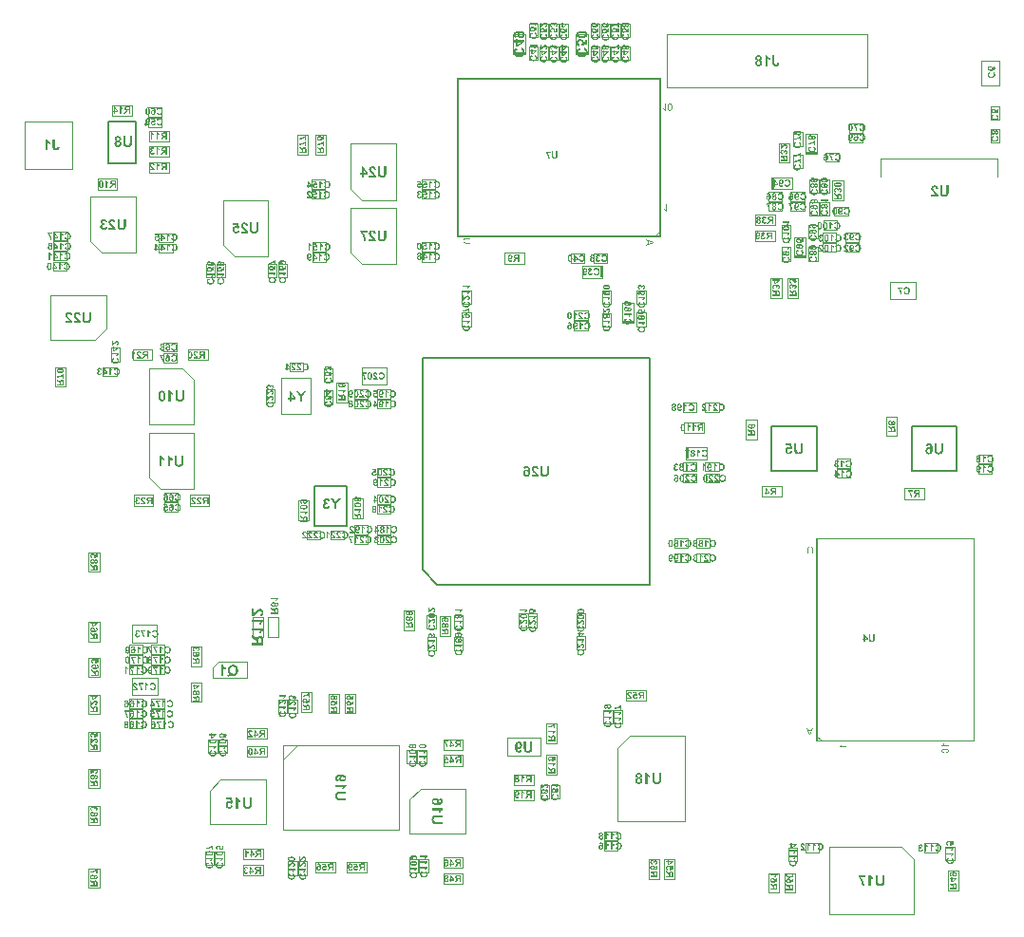
<source format=gbr>
G04*
G04 #@! TF.GenerationSoftware,Altium Limited,Altium Designer,24.9.1 (31)*
G04*
G04 Layer_Color=32896*
%FSLAX44Y44*%
%MOMM*%
G71*
G04*
G04 #@! TF.SameCoordinates,6A9D4D84-9140-4673-ADE8-75025B522ADB*
G04*
G04*
G04 #@! TF.FilePolarity,Positive*
G04*
G01*
G75*
%ADD11C,0.2000*%
%ADD17C,0.1000*%
%ADD18C,0.1250*%
%ADD19C,0.1270*%
%ADD190C,0.0254*%
%ADD191R,1.0500X0.2421*%
%ADD192R,0.2421X1.0500*%
G36*
X275039Y735408D02*
X274050Y735269D01*
X273967Y735352D01*
X273883Y735426D01*
X273800Y735491D01*
X273717Y735546D01*
X273560Y735630D01*
X273412Y735685D01*
X273282Y735713D01*
X273190Y735731D01*
X273153Y735741D01*
X273097D01*
X272949Y735731D01*
X272811Y735694D01*
X272691Y735648D01*
X272589Y735593D01*
X272515Y735528D01*
X272450Y735482D01*
X272413Y735445D01*
X272404Y735435D01*
X272311Y735315D01*
X272247Y735176D01*
X272201Y735029D01*
X272173Y734881D01*
X272145Y734751D01*
X272136Y734650D01*
Y734603D01*
Y734576D01*
Y734557D01*
Y734548D01*
X272145Y734326D01*
X272173Y734132D01*
X272219Y733975D01*
X272265Y733845D01*
X272321Y733734D01*
X272358Y733660D01*
X272395Y733623D01*
X272404Y733605D01*
X272506Y733503D01*
X272617Y733420D01*
X272728Y733364D01*
X272829Y733327D01*
X272922Y733309D01*
X272996Y733300D01*
X273042Y733290D01*
X273060D01*
X273181Y733300D01*
X273301Y733327D01*
X273403Y733364D01*
X273486Y733411D01*
X273560Y733457D01*
X273615Y733494D01*
X273652Y733521D01*
X273661Y733531D01*
X273745Y733633D01*
X273818Y733734D01*
X273874Y733845D01*
X273911Y733947D01*
X273939Y734039D01*
X273957Y734122D01*
X273967Y734169D01*
Y734187D01*
X275187Y734058D01*
X275159Y733910D01*
X275131Y733771D01*
X275039Y733521D01*
X274937Y733300D01*
X274882Y733207D01*
X274817Y733115D01*
X274762Y733041D01*
X274715Y732976D01*
X274660Y732921D01*
X274623Y732865D01*
X274586Y732828D01*
X274558Y732800D01*
X274540Y732791D01*
X274530Y732782D01*
X274419Y732699D01*
X274308Y732625D01*
X274188Y732560D01*
X274068Y732514D01*
X273818Y732421D01*
X273597Y732366D01*
X273486Y732347D01*
X273393Y732338D01*
X273301Y732329D01*
X273227Y732320D01*
X273162Y732310D01*
X273079D01*
X272875Y732320D01*
X272681Y732347D01*
X272506Y732384D01*
X272339Y732440D01*
X272182Y732505D01*
X272043Y732579D01*
X271914Y732653D01*
X271794Y732736D01*
X271692Y732810D01*
X271600Y732884D01*
X271516Y732958D01*
X271452Y733022D01*
X271405Y733078D01*
X271368Y733115D01*
X271350Y733142D01*
X271341Y733152D01*
X271257Y733272D01*
X271183Y733392D01*
X271128Y733512D01*
X271073Y733642D01*
X270989Y733882D01*
X270934Y734104D01*
X270915Y734196D01*
X270906Y734289D01*
X270888Y734372D01*
Y734446D01*
X270878Y734502D01*
Y734539D01*
Y734566D01*
Y734576D01*
X270888Y734751D01*
X270906Y734918D01*
X270934Y735075D01*
X270971Y735223D01*
X271008Y735352D01*
X271063Y735482D01*
X271110Y735602D01*
X271165Y735704D01*
X271220Y735796D01*
X271267Y735879D01*
X271322Y735953D01*
X271359Y736009D01*
X271396Y736055D01*
X271424Y736092D01*
X271442Y736110D01*
X271452Y736120D01*
X271563Y736221D01*
X271674Y736314D01*
X271794Y736397D01*
X271914Y736471D01*
X272025Y736526D01*
X272145Y736573D01*
X272358Y736647D01*
X272459Y736674D01*
X272552Y736693D01*
X272635Y736702D01*
X272700Y736711D01*
X272755Y736721D01*
X272838D01*
X272996Y736711D01*
X273153Y736684D01*
X273291Y736656D01*
X273421Y736619D01*
X273523Y736573D01*
X273606Y736545D01*
X273661Y736517D01*
X273671Y736508D01*
X273680D01*
X273486Y737599D01*
X271165D01*
Y738745D01*
X274410D01*
X275039Y735408D01*
D02*
G37*
G36*
X278136Y738653D02*
X278256Y738459D01*
X278386Y738274D01*
X278515Y738126D01*
X278626Y738006D01*
X278728Y737913D01*
X278765Y737876D01*
X278793Y737849D01*
X278811Y737839D01*
X278820Y737830D01*
X279024Y737682D01*
X279218Y737553D01*
X279394Y737451D01*
X279551Y737377D01*
X279680Y737321D01*
X279773Y737275D01*
X279810Y737266D01*
X279837Y737257D01*
X279847Y737247D01*
X279856D01*
Y736138D01*
X279523Y736267D01*
X279227Y736406D01*
X279088Y736480D01*
X278959Y736563D01*
X278839Y736637D01*
X278728Y736711D01*
X278626Y736785D01*
X278534Y736850D01*
X278460Y736905D01*
X278395Y736961D01*
X278340Y737007D01*
X278303Y737035D01*
X278284Y737053D01*
X278275Y737063D01*
Y732431D01*
X277045D01*
Y738866D01*
X278044D01*
X278136Y738653D01*
D02*
G37*
G36*
X283841Y738940D02*
X284081Y738912D01*
X284294Y738866D01*
X284506Y738810D01*
X284691Y738745D01*
X284876Y738671D01*
X285033Y738588D01*
X285181Y738505D01*
X285320Y738422D01*
X285431Y738338D01*
X285533Y738264D01*
X285616Y738200D01*
X285681Y738144D01*
X285727Y738098D01*
X285755Y738070D01*
X285764Y738061D01*
X285912Y737886D01*
X286032Y737701D01*
X286143Y737506D01*
X286235Y737303D01*
X286319Y737090D01*
X286383Y736887D01*
X286439Y736684D01*
X286485Y736489D01*
X286522Y736295D01*
X286541Y736129D01*
X286559Y735972D01*
X286577Y735842D01*
Y735731D01*
X286587Y735648D01*
Y735593D01*
Y735583D01*
Y735574D01*
X286577Y735297D01*
X286550Y735038D01*
X286513Y734788D01*
X286457Y734566D01*
X286402Y734354D01*
X286328Y734150D01*
X286254Y733975D01*
X286180Y733817D01*
X286106Y733670D01*
X286032Y733540D01*
X285958Y733438D01*
X285903Y733346D01*
X285847Y733281D01*
X285810Y733226D01*
X285782Y733198D01*
X285773Y733189D01*
X285616Y733031D01*
X285450Y732902D01*
X285274Y732782D01*
X285098Y732689D01*
X284923Y732606D01*
X284747Y732532D01*
X284580Y732477D01*
X284423Y732431D01*
X284266Y732394D01*
X284127Y732366D01*
X283998Y732347D01*
X283896Y732338D01*
X283804Y732329D01*
X283739Y732320D01*
X283684D01*
X283489Y732329D01*
X283314Y732338D01*
X283138Y732366D01*
X282981Y732403D01*
X282833Y732440D01*
X282694Y732477D01*
X282565Y732523D01*
X282445Y732579D01*
X282343Y732625D01*
X282250Y732671D01*
X282167Y732708D01*
X282103Y732745D01*
X282047Y732782D01*
X282010Y732810D01*
X281992Y732819D01*
X281982Y732828D01*
X281862Y732930D01*
X281751Y733041D01*
X281548Y733290D01*
X281381Y733549D01*
X281252Y733799D01*
X281196Y733919D01*
X281150Y734030D01*
X281113Y734132D01*
X281076Y734215D01*
X281049Y734289D01*
X281030Y734344D01*
X281021Y734381D01*
Y734391D01*
X282278Y734779D01*
X282352Y734529D01*
X282435Y734317D01*
X282519Y734141D01*
X282611Y733993D01*
X282685Y733882D01*
X282750Y733808D01*
X282796Y733762D01*
X282815Y733743D01*
X282962Y733633D01*
X283110Y733559D01*
X283258Y733503D01*
X283388Y733457D01*
X283508Y733438D01*
X283610Y733429D01*
X283647Y733420D01*
X283693D01*
X283822Y733429D01*
X283943Y733438D01*
X284164Y733503D01*
X284359Y733577D01*
X284516Y733679D01*
X284645Y733771D01*
X284738Y733845D01*
X284775Y733882D01*
X284802Y733910D01*
X284811Y733919D01*
X284821Y733928D01*
X284895Y734030D01*
X284960Y734150D01*
X285024Y734280D01*
X285070Y734418D01*
X285144Y734705D01*
X285200Y734992D01*
X285218Y735130D01*
X285228Y735250D01*
X285246Y735371D01*
Y735472D01*
X285255Y735546D01*
Y735611D01*
Y735657D01*
Y735667D01*
X285246Y735879D01*
X285237Y736073D01*
X285218Y736249D01*
X285191Y736415D01*
X285154Y736563D01*
X285117Y736702D01*
X285080Y736822D01*
X285033Y736933D01*
X284996Y737026D01*
X284960Y737109D01*
X284923Y737174D01*
X284886Y737229D01*
X284858Y737275D01*
X284839Y737303D01*
X284821Y737321D01*
Y737331D01*
X284738Y737423D01*
X284645Y737506D01*
X284553Y737571D01*
X284451Y737627D01*
X284257Y737719D01*
X284072Y737784D01*
X283915Y737821D01*
X283841Y737830D01*
X283785Y737839D01*
X283730Y737849D01*
X283665D01*
X283480Y737839D01*
X283314Y737802D01*
X283166Y737756D01*
X283036Y737701D01*
X282935Y737645D01*
X282861Y737599D01*
X282815Y737562D01*
X282796Y737553D01*
X282676Y737442D01*
X282565Y737312D01*
X282482Y737183D01*
X282417Y737053D01*
X282371Y736942D01*
X282343Y736859D01*
X282325Y736822D01*
Y736795D01*
X282315Y736785D01*
Y736776D01*
X281039Y737081D01*
X281132Y737349D01*
X281234Y737580D01*
X281344Y737784D01*
X281446Y737950D01*
X281548Y738080D01*
X281585Y738135D01*
X281622Y738181D01*
X281650Y738209D01*
X281677Y738237D01*
X281686Y738255D01*
X281696D01*
X281835Y738375D01*
X281992Y738486D01*
X282140Y738579D01*
X282297Y738653D01*
X282463Y738727D01*
X282620Y738782D01*
X282778Y738829D01*
X282925Y738866D01*
X283064Y738893D01*
X283194Y738912D01*
X283305Y738930D01*
X283406Y738940D01*
X283489Y738949D01*
X283600D01*
X283841Y738940D01*
D02*
G37*
G36*
X270444Y734779D02*
Y733716D01*
X267818D01*
Y732431D01*
X266635D01*
Y733716D01*
X265840D01*
Y734788D01*
X266635D01*
Y738856D01*
X267670D01*
X270444Y734779D01*
D02*
G37*
G36*
X401305Y336258D02*
X401592Y336240D01*
X401860Y336212D01*
X402109Y336166D01*
X402331Y336119D01*
X402535Y336073D01*
X402720Y336008D01*
X402886Y335953D01*
X403025Y335897D01*
X403145Y335842D01*
X403247Y335787D01*
X403330Y335740D01*
X403395Y335694D01*
X403441Y335666D01*
X403469Y335648D01*
X403478Y335639D01*
X403607Y335518D01*
X403727Y335389D01*
X403829Y335260D01*
X403912Y335130D01*
X403986Y334991D01*
X404051Y334862D01*
X404097Y334733D01*
X404143Y334603D01*
X404171Y334492D01*
X404199Y334381D01*
X404217Y334289D01*
X404227Y334206D01*
Y334132D01*
X404236Y334085D01*
Y334039D01*
X404227Y333873D01*
X404208Y333725D01*
X404180Y333577D01*
X404143Y333438D01*
X404097Y333309D01*
X404042Y333189D01*
X403996Y333068D01*
X403940Y332976D01*
X403875Y332883D01*
X403829Y332800D01*
X403774Y332735D01*
X403727Y332671D01*
X403690Y332625D01*
X403663Y332597D01*
X403644Y332578D01*
X403635Y332569D01*
X403515Y332467D01*
X403395Y332384D01*
X403265Y332301D01*
X403136Y332236D01*
X403006Y332181D01*
X402868Y332135D01*
X402618Y332070D01*
X402507Y332042D01*
X402396Y332024D01*
X402304Y332014D01*
X402220Y332005D01*
X402146Y331996D01*
X402100D01*
X402063D01*
X402054D01*
X401888Y332005D01*
X401721Y332024D01*
X401564Y332042D01*
X401425Y332079D01*
X401287Y332125D01*
X401166Y332171D01*
X401046Y332218D01*
X400945Y332273D01*
X400852Y332319D01*
X400769Y332366D01*
X400704Y332412D01*
X400639Y332458D01*
X400602Y332495D01*
X400565Y332514D01*
X400547Y332532D01*
X400538Y332541D01*
X400436Y332643D01*
X400344Y332754D01*
X400270Y332865D01*
X400205Y332976D01*
X400149Y333087D01*
X400094Y333189D01*
X400029Y333392D01*
X399983Y333568D01*
X399974Y333642D01*
X399964Y333706D01*
X399955Y333762D01*
Y333836D01*
X399964Y333965D01*
X399983Y334085D01*
X400001Y334196D01*
X400038Y334307D01*
X400122Y334511D01*
X400223Y334677D01*
X400325Y334806D01*
X400371Y334862D01*
X400408Y334908D01*
X400445Y334945D01*
X400473Y334973D01*
X400482Y334982D01*
X400491Y334991D01*
X400297Y334973D01*
X400112Y334954D01*
X399946Y334936D01*
X399798Y334908D01*
X399669Y334880D01*
X399548Y334853D01*
X399447Y334825D01*
X399354Y334797D01*
X399271Y334760D01*
X399206Y334742D01*
X399151Y334714D01*
X399114Y334696D01*
X399077Y334677D01*
X399058Y334659D01*
X399040Y334649D01*
X398929Y334548D01*
X398846Y334437D01*
X398781Y334335D01*
X398744Y334233D01*
X398716Y334141D01*
X398707Y334076D01*
X398698Y334030D01*
Y334011D01*
X398707Y333910D01*
X398726Y333808D01*
X398753Y333734D01*
X398781Y333660D01*
X398809Y333605D01*
X398837Y333568D01*
X398855Y333540D01*
X398864Y333531D01*
X398938Y333466D01*
X399021Y333420D01*
X399114Y333383D01*
X399206Y333355D01*
X399280Y333327D01*
X399345Y333318D01*
X399391Y333309D01*
X399410D01*
X399271Y332125D01*
X399123Y332153D01*
X398994Y332190D01*
X398864Y332227D01*
X398753Y332273D01*
X398642Y332319D01*
X398541Y332366D01*
X398457Y332421D01*
X398374Y332467D01*
X398310Y332523D01*
X398245Y332560D01*
X398199Y332606D01*
X398152Y332643D01*
X398125Y332671D01*
X398097Y332698D01*
X398088Y332708D01*
X398078Y332717D01*
X398004Y332809D01*
X397949Y332902D01*
X397847Y333105D01*
X397783Y333299D01*
X397727Y333494D01*
X397699Y333669D01*
X397690Y333743D01*
Y333808D01*
X397681Y333854D01*
Y333928D01*
X397690Y334122D01*
X397718Y334298D01*
X397755Y334464D01*
X397801Y334631D01*
X397866Y334779D01*
X397930Y334917D01*
X397995Y335047D01*
X398069Y335158D01*
X398143Y335260D01*
X398208Y335352D01*
X398282Y335426D01*
X398337Y335491D01*
X398383Y335546D01*
X398420Y335583D01*
X398448Y335602D01*
X398457Y335611D01*
X398615Y335731D01*
X398790Y335824D01*
X398984Y335916D01*
X399179Y335990D01*
X399391Y336055D01*
X399604Y336110D01*
X399807Y336147D01*
X400020Y336184D01*
X400214Y336212D01*
X400390Y336230D01*
X400556Y336249D01*
X400704Y336258D01*
X400824Y336267D01*
X400917D01*
X400945D01*
X400972D01*
X400981D01*
X400991D01*
X401305Y336258D01*
D02*
G37*
G36*
X399872Y331302D02*
X400048Y331265D01*
X400214Y331228D01*
X400353Y331173D01*
X400464Y331127D01*
X400547Y331081D01*
X400602Y331044D01*
X400621Y331034D01*
X400769Y330923D01*
X400898Y330794D01*
X401009Y330655D01*
X401092Y330526D01*
X401166Y330406D01*
X401222Y330313D01*
X401240Y330276D01*
X401250Y330248D01*
X401259Y330230D01*
Y330221D01*
X401333Y330369D01*
X401416Y330498D01*
X401499Y330609D01*
X401592Y330701D01*
X401666Y330775D01*
X401730Y330822D01*
X401767Y330859D01*
X401786Y330868D01*
X401925Y330951D01*
X402063Y331007D01*
X402193Y331053D01*
X402313Y331081D01*
X402424Y331099D01*
X402507Y331108D01*
X402562D01*
X402572D01*
X402581D01*
X402710Y331099D01*
X402840Y331090D01*
X403071Y331025D01*
X403265Y330951D01*
X403441Y330859D01*
X403579Y330757D01*
X403635Y330720D01*
X403681Y330683D01*
X403718Y330646D01*
X403746Y330618D01*
X403755Y330609D01*
X403764Y330600D01*
X403848Y330498D01*
X403922Y330396D01*
X403986Y330276D01*
X404042Y330165D01*
X404125Y329925D01*
X404180Y329694D01*
X404199Y329592D01*
X404208Y329490D01*
X404217Y329407D01*
X404227Y329324D01*
X404236Y329268D01*
Y329176D01*
X404227Y329010D01*
X404217Y328852D01*
X404190Y328704D01*
X404162Y328566D01*
X404125Y328436D01*
X404088Y328316D01*
X404042Y328214D01*
X404005Y328122D01*
X403959Y328029D01*
X403912Y327956D01*
X403875Y327900D01*
X403838Y327845D01*
X403811Y327808D01*
X403783Y327780D01*
X403774Y327761D01*
X403764Y327752D01*
X403672Y327669D01*
X403579Y327586D01*
X403478Y327521D01*
X403385Y327465D01*
X403182Y327373D01*
X402997Y327318D01*
X402831Y327281D01*
X402757Y327271D01*
X402701Y327262D01*
X402646Y327253D01*
X402609D01*
X402590D01*
X402581D01*
X402424Y327262D01*
X402285Y327290D01*
X402146Y327318D01*
X402035Y327364D01*
X401934Y327401D01*
X401869Y327429D01*
X401823Y327456D01*
X401804Y327465D01*
X401684Y327558D01*
X401573Y327669D01*
X401481Y327780D01*
X401398Y327900D01*
X401342Y328002D01*
X401296Y328085D01*
X401268Y328140D01*
X401259Y328150D01*
Y328159D01*
X401157Y327965D01*
X401055Y327798D01*
X400945Y327660D01*
X400834Y327549D01*
X400732Y327456D01*
X400658Y327392D01*
X400602Y327355D01*
X400593Y327345D01*
X400584D01*
X400418Y327262D01*
X400251Y327197D01*
X400085Y327160D01*
X399937Y327123D01*
X399817Y327105D01*
X399715Y327096D01*
X399678D01*
X399650D01*
X399632D01*
X399622D01*
X399447Y327105D01*
X399290Y327123D01*
X399132Y327160D01*
X398994Y327207D01*
X398855Y327253D01*
X398735Y327308D01*
X398624Y327373D01*
X398522Y327438D01*
X398439Y327502D01*
X398356Y327567D01*
X398291Y327623D01*
X398236Y327669D01*
X398189Y327715D01*
X398162Y327752D01*
X398143Y327771D01*
X398134Y327780D01*
X398051Y327891D01*
X397986Y328011D01*
X397921Y328131D01*
X397875Y328251D01*
X397792Y328492D01*
X397736Y328723D01*
X397718Y328834D01*
X397709Y328926D01*
X397699Y329010D01*
X397690Y329083D01*
X397681Y329148D01*
Y329231D01*
X397690Y329407D01*
X397709Y329564D01*
X397736Y329721D01*
X397764Y329869D01*
X397810Y329999D01*
X397856Y330119D01*
X397903Y330239D01*
X397958Y330341D01*
X398014Y330433D01*
X398060Y330507D01*
X398106Y330581D01*
X398152Y330637D01*
X398180Y330683D01*
X398208Y330711D01*
X398226Y330729D01*
X398236Y330738D01*
X398346Y330840D01*
X398457Y330923D01*
X398578Y331007D01*
X398698Y331071D01*
X398818Y331127D01*
X398938Y331173D01*
X399169Y331238D01*
X399271Y331265D01*
X399364Y331284D01*
X399456Y331293D01*
X399530Y331302D01*
X399595Y331312D01*
X399641D01*
X399669D01*
X399678D01*
X399872Y331302D01*
D02*
G37*
G36*
X404236Y324276D02*
X404023Y324183D01*
X403829Y324063D01*
X403644Y323934D01*
X403496Y323804D01*
X403376Y323693D01*
X403284Y323591D01*
X403247Y323554D01*
X403219Y323527D01*
X403210Y323508D01*
X403200Y323499D01*
X403052Y323296D01*
X402923Y323102D01*
X402821Y322926D01*
X402747Y322769D01*
X402692Y322639D01*
X402646Y322547D01*
X402636Y322510D01*
X402627Y322482D01*
X402618Y322473D01*
Y322464D01*
X401508D01*
X401638Y322796D01*
X401777Y323092D01*
X401851Y323231D01*
X401934Y323360D01*
X402008Y323481D01*
X402082Y323591D01*
X402156Y323693D01*
X402220Y323786D01*
X402276Y323860D01*
X402331Y323924D01*
X402378Y323980D01*
X402405Y324017D01*
X402424Y324035D01*
X402433Y324045D01*
X397801D01*
Y325274D01*
X404236D01*
Y324276D01*
D02*
G37*
G36*
X400149Y320041D02*
X399900Y319967D01*
X399687Y319884D01*
X399511Y319801D01*
X399364Y319708D01*
X399253Y319634D01*
X399179Y319570D01*
X399132Y319524D01*
X399114Y319505D01*
X399003Y319357D01*
X398929Y319209D01*
X398873Y319061D01*
X398827Y318932D01*
X398809Y318812D01*
X398800Y318710D01*
X398790Y318673D01*
Y318627D01*
X398800Y318497D01*
X398809Y318377D01*
X398873Y318155D01*
X398947Y317961D01*
X399049Y317804D01*
X399142Y317674D01*
X399216Y317582D01*
X399253Y317545D01*
X399280Y317517D01*
X399290Y317508D01*
X399299Y317499D01*
X399400Y317425D01*
X399521Y317360D01*
X399650Y317295D01*
X399789Y317249D01*
X400075Y317175D01*
X400362Y317120D01*
X400501Y317101D01*
X400621Y317092D01*
X400741Y317073D01*
X400843D01*
X400917Y317064D01*
X400981D01*
X401028D01*
X401037D01*
X401250Y317073D01*
X401444Y317083D01*
X401619Y317101D01*
X401786Y317129D01*
X401934Y317166D01*
X402072Y317203D01*
X402193Y317240D01*
X402304Y317286D01*
X402396Y317323D01*
X402479Y317360D01*
X402544Y317397D01*
X402599Y317434D01*
X402646Y317462D01*
X402673Y317480D01*
X402692Y317499D01*
X402701D01*
X402794Y317582D01*
X402877Y317674D01*
X402942Y317767D01*
X402997Y317868D01*
X403089Y318063D01*
X403154Y318248D01*
X403191Y318405D01*
X403200Y318479D01*
X403210Y318534D01*
X403219Y318590D01*
Y318654D01*
X403210Y318839D01*
X403173Y319006D01*
X403126Y319154D01*
X403071Y319283D01*
X403016Y319385D01*
X402969Y319459D01*
X402932Y319505D01*
X402923Y319524D01*
X402812Y319644D01*
X402683Y319755D01*
X402553Y319838D01*
X402424Y319902D01*
X402313Y319949D01*
X402230Y319977D01*
X402193Y319995D01*
X402165D01*
X402156Y320004D01*
X402146D01*
X402452Y321280D01*
X402720Y321188D01*
X402951Y321086D01*
X403154Y320975D01*
X403321Y320873D01*
X403450Y320772D01*
X403506Y320735D01*
X403552Y320698D01*
X403579Y320670D01*
X403607Y320642D01*
X403626Y320633D01*
Y320624D01*
X403746Y320485D01*
X403857Y320328D01*
X403949Y320180D01*
X404023Y320023D01*
X404097Y319856D01*
X404153Y319699D01*
X404199Y319542D01*
X404236Y319394D01*
X404264Y319255D01*
X404282Y319126D01*
X404301Y319015D01*
X404310Y318913D01*
X404319Y318830D01*
Y318719D01*
X404310Y318479D01*
X404282Y318238D01*
X404236Y318026D01*
X404180Y317813D01*
X404116Y317628D01*
X404042Y317443D01*
X403959Y317286D01*
X403875Y317138D01*
X403792Y316999D01*
X403709Y316889D01*
X403635Y316787D01*
X403570Y316704D01*
X403515Y316639D01*
X403469Y316593D01*
X403441Y316565D01*
X403432Y316556D01*
X403256Y316408D01*
X403071Y316287D01*
X402877Y316177D01*
X402673Y316084D01*
X402461Y316001D01*
X402257Y315936D01*
X402054Y315881D01*
X401860Y315835D01*
X401666Y315798D01*
X401499Y315779D01*
X401342Y315760D01*
X401213Y315742D01*
X401102D01*
X401018Y315733D01*
X400963D01*
X400954D01*
X400945D01*
X400667Y315742D01*
X400408Y315770D01*
X400159Y315807D01*
X399937Y315862D01*
X399724Y315918D01*
X399521Y315992D01*
X399345Y316066D01*
X399188Y316140D01*
X399040Y316213D01*
X398910Y316287D01*
X398809Y316362D01*
X398716Y316417D01*
X398652Y316472D01*
X398596Y316509D01*
X398568Y316537D01*
X398559Y316546D01*
X398402Y316704D01*
X398273Y316870D01*
X398152Y317046D01*
X398060Y317221D01*
X397977Y317397D01*
X397903Y317573D01*
X397847Y317739D01*
X397801Y317896D01*
X397764Y318053D01*
X397736Y318192D01*
X397718Y318321D01*
X397709Y318423D01*
X397699Y318516D01*
X397690Y318580D01*
Y318636D01*
X397699Y318830D01*
X397709Y319006D01*
X397736Y319181D01*
X397773Y319339D01*
X397810Y319487D01*
X397847Y319625D01*
X397893Y319755D01*
X397949Y319875D01*
X397995Y319977D01*
X398041Y320069D01*
X398078Y320152D01*
X398115Y320217D01*
X398152Y320272D01*
X398180Y320309D01*
X398189Y320328D01*
X398199Y320337D01*
X398300Y320457D01*
X398411Y320568D01*
X398661Y320772D01*
X398920Y320938D01*
X399169Y321068D01*
X399290Y321123D01*
X399400Y321169D01*
X399502Y321206D01*
X399585Y321243D01*
X399659Y321271D01*
X399715Y321289D01*
X399752Y321299D01*
X399761D01*
X400149Y320041D01*
D02*
G37*
G36*
X746591Y692227D02*
X746767Y692208D01*
X746933Y692171D01*
X747072Y692134D01*
X747183Y692097D01*
X747275Y692060D01*
X747331Y692042D01*
X747340Y692033D01*
X747349D01*
X747497Y691949D01*
X747636Y691857D01*
X747747Y691764D01*
X747840Y691681D01*
X747913Y691598D01*
X747969Y691533D01*
X748006Y691496D01*
X748015Y691478D01*
X748098Y691339D01*
X748172Y691191D01*
X748228Y691034D01*
X748283Y690886D01*
X748320Y690747D01*
X748348Y690646D01*
X748357Y690600D01*
Y690572D01*
X748366Y690553D01*
Y690544D01*
X747238Y690359D01*
X747211Y690507D01*
X747174Y690637D01*
X747137Y690747D01*
X747091Y690831D01*
X747044Y690905D01*
X747007Y690960D01*
X746980Y690988D01*
X746970Y690997D01*
X746887Y691071D01*
X746795Y691126D01*
X746702Y691163D01*
X746619Y691191D01*
X746545Y691210D01*
X746490Y691219D01*
X746434D01*
X746323Y691210D01*
X746212Y691191D01*
X746129Y691154D01*
X746055Y691126D01*
X745990Y691089D01*
X745953Y691052D01*
X745926Y691034D01*
X745916Y691025D01*
X745852Y690951D01*
X745805Y690858D01*
X745769Y690775D01*
X745750Y690692D01*
X745732Y690618D01*
X745722Y690563D01*
Y690526D01*
Y690507D01*
X745732Y690368D01*
X745759Y690248D01*
X745805Y690146D01*
X745852Y690063D01*
X745907Y689989D01*
X745944Y689943D01*
X745981Y689906D01*
X745990Y689897D01*
X746101Y689823D01*
X746221Y689767D01*
X746351Y689730D01*
X746471Y689703D01*
X746582Y689693D01*
X746674Y689684D01*
X746758D01*
X746887Y688695D01*
X746767Y688723D01*
X746665Y688750D01*
X746564Y688769D01*
X746480Y688778D01*
X746416Y688787D01*
X746323D01*
X746194Y688778D01*
X746083Y688741D01*
X745981Y688704D01*
X745889Y688649D01*
X745824Y688602D01*
X745769Y688556D01*
X745732Y688519D01*
X745722Y688510D01*
X745639Y688399D01*
X745574Y688279D01*
X745528Y688159D01*
X745491Y688038D01*
X745473Y687927D01*
X745463Y687844D01*
Y687789D01*
Y687780D01*
Y687770D01*
X745473Y687595D01*
X745500Y687438D01*
X745547Y687299D01*
X745593Y687188D01*
X745648Y687105D01*
X745685Y687040D01*
X745722Y686994D01*
X745732Y686984D01*
X745833Y686892D01*
X745944Y686818D01*
X746046Y686772D01*
X746148Y686735D01*
X746240Y686716D01*
X746305Y686707D01*
X746351Y686698D01*
X746369D01*
X746499Y686707D01*
X746610Y686735D01*
X746712Y686772D01*
X746804Y686818D01*
X746869Y686855D01*
X746924Y686892D01*
X746961Y686920D01*
X746970Y686929D01*
X747054Y687031D01*
X747128Y687142D01*
X747174Y687262D01*
X747220Y687373D01*
X747248Y687475D01*
X747266Y687558D01*
X747275Y687613D01*
Y687622D01*
Y687632D01*
X748459Y687484D01*
X748440Y687336D01*
X748403Y687197D01*
X748320Y686938D01*
X748219Y686716D01*
X748154Y686624D01*
X748098Y686531D01*
X748043Y686448D01*
X747987Y686384D01*
X747941Y686319D01*
X747895Y686273D01*
X747858Y686236D01*
X747830Y686208D01*
X747812Y686189D01*
X747803Y686180D01*
X747691Y686097D01*
X747571Y686014D01*
X747460Y685949D01*
X747331Y685893D01*
X747091Y685801D01*
X746869Y685745D01*
X746758Y685727D01*
X746665Y685709D01*
X746582Y685699D01*
X746508Y685690D01*
X746443Y685681D01*
X746360D01*
X746194Y685690D01*
X746027Y685709D01*
X745879Y685736D01*
X745732Y685773D01*
X745602Y685819D01*
X745473Y685866D01*
X745352Y685921D01*
X745251Y685977D01*
X745158Y686032D01*
X745066Y686088D01*
X745001Y686134D01*
X744936Y686180D01*
X744890Y686217D01*
X744853Y686245D01*
X744835Y686263D01*
X744825Y686273D01*
X744715Y686384D01*
X744622Y686504D01*
X744539Y686624D01*
X744465Y686744D01*
X744409Y686873D01*
X744354Y686994D01*
X744280Y687216D01*
X744261Y687317D01*
X744243Y687419D01*
X744224Y687502D01*
X744215Y687576D01*
X744206Y687632D01*
Y687678D01*
Y687706D01*
Y687715D01*
X744224Y687927D01*
X744261Y688112D01*
X744308Y688288D01*
X744372Y688427D01*
X744437Y688547D01*
X744483Y688630D01*
X744520Y688686D01*
X744539Y688704D01*
X744668Y688843D01*
X744816Y688963D01*
X744964Y689055D01*
X745103Y689129D01*
X745223Y689185D01*
X745325Y689213D01*
X745362Y689231D01*
X745389D01*
X745408Y689240D01*
X745417D01*
X745251Y689342D01*
X745112Y689444D01*
X744992Y689555D01*
X744881Y689666D01*
X744788Y689777D01*
X744715Y689888D01*
X744659Y689998D01*
X744604Y690100D01*
X744566Y690202D01*
X744539Y690294D01*
X744520Y690378D01*
X744511Y690452D01*
X744502Y690507D01*
X744493Y690553D01*
Y690581D01*
Y690590D01*
X744502Y690701D01*
X744511Y690803D01*
X744566Y691006D01*
X744631Y691191D01*
X744715Y691348D01*
X744798Y691478D01*
X744872Y691570D01*
X744899Y691607D01*
X744927Y691635D01*
X744936Y691644D01*
X744946Y691654D01*
X745047Y691755D01*
X745167Y691848D01*
X745278Y691922D01*
X745399Y691986D01*
X745528Y692051D01*
X745648Y692097D01*
X745879Y692162D01*
X745981Y692190D01*
X746083Y692208D01*
X746166Y692217D01*
X746249Y692227D01*
X746314Y692236D01*
X746397D01*
X746591Y692227D01*
D02*
G37*
G36*
X751602D02*
X751750Y692208D01*
X751898Y692180D01*
X752037Y692143D01*
X752166Y692097D01*
X752287Y692042D01*
X752407Y691996D01*
X752499Y691940D01*
X752592Y691875D01*
X752675Y691829D01*
X752740Y691774D01*
X752804Y691727D01*
X752851Y691691D01*
X752878Y691663D01*
X752897Y691644D01*
X752906Y691635D01*
X753008Y691515D01*
X753091Y691395D01*
X753174Y691265D01*
X753239Y691136D01*
X753294Y691006D01*
X753341Y690868D01*
X753405Y690618D01*
X753433Y690507D01*
X753452Y690396D01*
X753461Y690304D01*
X753470Y690220D01*
X753479Y690146D01*
Y690100D01*
Y690063D01*
Y690054D01*
X753470Y689888D01*
X753452Y689721D01*
X753433Y689564D01*
X753396Y689425D01*
X753350Y689287D01*
X753304Y689166D01*
X753257Y689046D01*
X753202Y688944D01*
X753156Y688852D01*
X753110Y688769D01*
X753063Y688704D01*
X753017Y688639D01*
X752980Y688602D01*
X752962Y688566D01*
X752943Y688547D01*
X752934Y688538D01*
X752832Y688436D01*
X752721Y688344D01*
X752610Y688270D01*
X752499Y688205D01*
X752388Y688149D01*
X752287Y688094D01*
X752083Y688029D01*
X751908Y687983D01*
X751834Y687974D01*
X751769Y687964D01*
X751713Y687955D01*
X751639D01*
X751510Y687964D01*
X751390Y687983D01*
X751279Y688001D01*
X751168Y688038D01*
X750965Y688122D01*
X750798Y688223D01*
X750669Y688325D01*
X750613Y688371D01*
X750567Y688408D01*
X750530Y688445D01*
X750502Y688473D01*
X750493Y688482D01*
X750484Y688492D01*
X750502Y688297D01*
X750521Y688112D01*
X750539Y687946D01*
X750567Y687798D01*
X750595Y687669D01*
X750622Y687548D01*
X750650Y687447D01*
X750678Y687354D01*
X750715Y687271D01*
X750733Y687206D01*
X750761Y687151D01*
X750780Y687114D01*
X750798Y687077D01*
X750817Y687058D01*
X750826Y687040D01*
X750928Y686929D01*
X751039Y686846D01*
X751140Y686781D01*
X751242Y686744D01*
X751334Y686716D01*
X751399Y686707D01*
X751445Y686698D01*
X751464D01*
X751565Y686707D01*
X751667Y686726D01*
X751741Y686753D01*
X751815Y686781D01*
X751871Y686809D01*
X751908Y686836D01*
X751935Y686855D01*
X751945Y686864D01*
X752009Y686938D01*
X752056Y687021D01*
X752093Y687114D01*
X752120Y687206D01*
X752148Y687280D01*
X752157Y687345D01*
X752166Y687391D01*
Y687410D01*
X753350Y687271D01*
X753322Y687123D01*
X753285Y686994D01*
X753248Y686864D01*
X753202Y686753D01*
X753156Y686642D01*
X753110Y686541D01*
X753054Y686458D01*
X753008Y686374D01*
X752952Y686310D01*
X752915Y686245D01*
X752869Y686199D01*
X752832Y686152D01*
X752804Y686125D01*
X752777Y686097D01*
X752767Y686088D01*
X752758Y686078D01*
X752666Y686004D01*
X752573Y685949D01*
X752370Y685847D01*
X752176Y685782D01*
X751982Y685727D01*
X751806Y685699D01*
X751732Y685690D01*
X751667D01*
X751621Y685681D01*
X751547D01*
X751353Y685690D01*
X751177Y685718D01*
X751011Y685755D01*
X750844Y685801D01*
X750696Y685866D01*
X750558Y685930D01*
X750428Y685995D01*
X750317Y686069D01*
X750216Y686143D01*
X750123Y686208D01*
X750049Y686282D01*
X749985Y686337D01*
X749929Y686384D01*
X749892Y686421D01*
X749874Y686448D01*
X749864Y686458D01*
X749744Y686615D01*
X749652Y686790D01*
X749559Y686984D01*
X749485Y687179D01*
X749420Y687391D01*
X749365Y687604D01*
X749328Y687807D01*
X749291Y688020D01*
X749263Y688214D01*
X749245Y688390D01*
X749226Y688556D01*
X749217Y688704D01*
X749208Y688824D01*
Y688917D01*
Y688944D01*
Y688972D01*
Y688981D01*
Y688991D01*
X749217Y689305D01*
X749236Y689592D01*
X749263Y689860D01*
X749309Y690109D01*
X749356Y690331D01*
X749402Y690535D01*
X749467Y690720D01*
X749522Y690886D01*
X749578Y691025D01*
X749633Y691145D01*
X749689Y691247D01*
X749735Y691330D01*
X749781Y691395D01*
X749809Y691441D01*
X749827Y691469D01*
X749837Y691478D01*
X749957Y691607D01*
X750086Y691727D01*
X750216Y691829D01*
X750345Y691912D01*
X750484Y691986D01*
X750613Y692051D01*
X750743Y692097D01*
X750872Y692143D01*
X750983Y692171D01*
X751094Y692199D01*
X751186Y692217D01*
X751270Y692227D01*
X751344D01*
X751390Y692236D01*
X751436D01*
X751602Y692227D01*
D02*
G37*
G36*
X757048Y692310D02*
X757289Y692282D01*
X757501Y692236D01*
X757714Y692180D01*
X757899Y692116D01*
X758084Y692042D01*
X758241Y691959D01*
X758389Y691875D01*
X758527Y691792D01*
X758638Y691709D01*
X758740Y691635D01*
X758823Y691570D01*
X758888Y691515D01*
X758934Y691469D01*
X758962Y691441D01*
X758971Y691432D01*
X759119Y691256D01*
X759239Y691071D01*
X759350Y690877D01*
X759443Y690673D01*
X759526Y690461D01*
X759591Y690257D01*
X759646Y690054D01*
X759692Y689860D01*
X759729Y689666D01*
X759748Y689499D01*
X759766Y689342D01*
X759785Y689213D01*
Y689102D01*
X759794Y689018D01*
Y688963D01*
Y688954D01*
Y688944D01*
X759785Y688667D01*
X759757Y688408D01*
X759720Y688159D01*
X759665Y687937D01*
X759609Y687724D01*
X759535Y687521D01*
X759461Y687345D01*
X759387Y687188D01*
X759313Y687040D01*
X759239Y686910D01*
X759165Y686809D01*
X759110Y686716D01*
X759054Y686652D01*
X759017Y686596D01*
X758990Y686568D01*
X758980Y686559D01*
X758823Y686402D01*
X758657Y686273D01*
X758481Y686152D01*
X758306Y686060D01*
X758130Y685977D01*
X757954Y685903D01*
X757788Y685847D01*
X757631Y685801D01*
X757473Y685764D01*
X757335Y685736D01*
X757205Y685718D01*
X757104Y685709D01*
X757011Y685699D01*
X756946Y685690D01*
X756891D01*
X756697Y685699D01*
X756521Y685709D01*
X756345Y685736D01*
X756188Y685773D01*
X756040Y685810D01*
X755902Y685847D01*
X755772Y685893D01*
X755652Y685949D01*
X755550Y685995D01*
X755458Y686041D01*
X755375Y686078D01*
X755310Y686115D01*
X755254Y686152D01*
X755218Y686180D01*
X755199Y686189D01*
X755190Y686199D01*
X755070Y686300D01*
X754959Y686411D01*
X754755Y686661D01*
X754589Y686920D01*
X754459Y687169D01*
X754404Y687290D01*
X754358Y687401D01*
X754321Y687502D01*
X754284Y687585D01*
X754256Y687659D01*
X754237Y687715D01*
X754228Y687752D01*
Y687761D01*
X755486Y688149D01*
X755560Y687900D01*
X755643Y687687D01*
X755726Y687512D01*
X755818Y687364D01*
X755892Y687253D01*
X755957Y687179D01*
X756003Y687132D01*
X756022Y687114D01*
X756170Y687003D01*
X756318Y686929D01*
X756466Y686873D01*
X756595Y686827D01*
X756715Y686809D01*
X756817Y686799D01*
X756854Y686790D01*
X756900D01*
X757030Y686799D01*
X757150Y686809D01*
X757372Y686873D01*
X757566Y686947D01*
X757723Y687049D01*
X757852Y687142D01*
X757945Y687216D01*
X757982Y687253D01*
X758010Y687280D01*
X758019Y687290D01*
X758028Y687299D01*
X758102Y687401D01*
X758167Y687521D01*
X758232Y687650D01*
X758278Y687789D01*
X758352Y688075D01*
X758407Y688362D01*
X758426Y688501D01*
X758435Y688621D01*
X758453Y688741D01*
Y688843D01*
X758463Y688917D01*
Y688981D01*
Y689028D01*
Y689037D01*
X758453Y689250D01*
X758444Y689444D01*
X758426Y689619D01*
X758398Y689786D01*
X758361Y689934D01*
X758324Y690072D01*
X758287Y690193D01*
X758241Y690304D01*
X758204Y690396D01*
X758167Y690479D01*
X758130Y690544D01*
X758093Y690600D01*
X758065Y690646D01*
X758047Y690673D01*
X758028Y690692D01*
Y690701D01*
X757945Y690794D01*
X757852Y690877D01*
X757760Y690942D01*
X757658Y690997D01*
X757464Y691089D01*
X757279Y691154D01*
X757122Y691191D01*
X757048Y691200D01*
X756993Y691210D01*
X756937Y691219D01*
X756872D01*
X756687Y691210D01*
X756521Y691173D01*
X756373Y691126D01*
X756244Y691071D01*
X756142Y691015D01*
X756068Y690969D01*
X756022Y690932D01*
X756003Y690923D01*
X755883Y690812D01*
X755772Y690683D01*
X755689Y690553D01*
X755624Y690424D01*
X755578Y690313D01*
X755550Y690230D01*
X755532Y690193D01*
Y690165D01*
X755523Y690156D01*
Y690146D01*
X754247Y690452D01*
X754339Y690720D01*
X754441Y690951D01*
X754552Y691154D01*
X754653Y691321D01*
X754755Y691450D01*
X754792Y691506D01*
X754829Y691552D01*
X754857Y691580D01*
X754885Y691607D01*
X754894Y691626D01*
X754903D01*
X755042Y691746D01*
X755199Y691857D01*
X755347Y691949D01*
X755504Y692023D01*
X755670Y692097D01*
X755828Y692153D01*
X755985Y692199D01*
X756133Y692236D01*
X756272Y692264D01*
X756401Y692282D01*
X756512Y692301D01*
X756613Y692310D01*
X756697Y692319D01*
X756808D01*
X757048Y692310D01*
D02*
G37*
G36*
X231928Y557263D02*
X232112Y557226D01*
X232288Y557179D01*
X232427Y557115D01*
X232547Y557050D01*
X232630Y557004D01*
X232686Y556967D01*
X232704Y556948D01*
X232843Y556819D01*
X232963Y556671D01*
X233055Y556523D01*
X233130Y556384D01*
X233185Y556264D01*
X233213Y556162D01*
X233231Y556125D01*
Y556098D01*
X233240Y556079D01*
Y556070D01*
X233342Y556236D01*
X233444Y556375D01*
X233555Y556495D01*
X233666Y556606D01*
X233777Y556699D01*
X233888Y556773D01*
X233999Y556828D01*
X234100Y556884D01*
X234202Y556921D01*
X234294Y556948D01*
X234378Y556967D01*
X234452Y556976D01*
X234507Y556985D01*
X234553Y556995D01*
X234581D01*
X234590D01*
X234701Y556985D01*
X234803Y556976D01*
X235006Y556921D01*
X235191Y556856D01*
X235348Y556773D01*
X235478Y556689D01*
X235570Y556615D01*
X235607Y556588D01*
X235635Y556560D01*
X235644Y556551D01*
X235653Y556541D01*
X235755Y556440D01*
X235848Y556320D01*
X235922Y556209D01*
X235986Y556088D01*
X236051Y555959D01*
X236097Y555839D01*
X236162Y555608D01*
X236190Y555506D01*
X236208Y555404D01*
X236217Y555321D01*
X236227Y555238D01*
X236236Y555173D01*
Y555090D01*
X236227Y554896D01*
X236208Y554720D01*
X236171Y554554D01*
X236134Y554415D01*
X236097Y554304D01*
X236060Y554212D01*
X236042Y554156D01*
X236033Y554147D01*
Y554138D01*
X235949Y553990D01*
X235857Y553851D01*
X235765Y553740D01*
X235681Y553648D01*
X235598Y553574D01*
X235533Y553518D01*
X235496Y553481D01*
X235478Y553472D01*
X235339Y553389D01*
X235191Y553315D01*
X235034Y553259D01*
X234886Y553204D01*
X234747Y553167D01*
X234646Y553139D01*
X234599Y553130D01*
X234572D01*
X234553Y553121D01*
X234544D01*
X234359Y554249D01*
X234507Y554276D01*
X234636Y554313D01*
X234747Y554350D01*
X234831Y554397D01*
X234905Y554443D01*
X234960Y554480D01*
X234988Y554507D01*
X234997Y554517D01*
X235071Y554600D01*
X235126Y554692D01*
X235163Y554785D01*
X235191Y554868D01*
X235210Y554942D01*
X235219Y554997D01*
Y555053D01*
X235210Y555164D01*
X235191Y555275D01*
X235154Y555358D01*
X235126Y555432D01*
X235089Y555497D01*
X235053Y555534D01*
X235034Y555561D01*
X235025Y555571D01*
X234951Y555635D01*
X234858Y555682D01*
X234775Y555719D01*
X234692Y555737D01*
X234618Y555756D01*
X234562Y555765D01*
X234526D01*
X234507D01*
X234368Y555756D01*
X234248Y555728D01*
X234146Y555682D01*
X234063Y555635D01*
X233989Y555580D01*
X233943Y555543D01*
X233906Y555506D01*
X233897Y555497D01*
X233823Y555386D01*
X233767Y555266D01*
X233730Y555136D01*
X233703Y555016D01*
X233693Y554905D01*
X233684Y554813D01*
Y554729D01*
X232695Y554600D01*
X232723Y554720D01*
X232750Y554822D01*
X232769Y554924D01*
X232778Y555007D01*
X232787Y555071D01*
Y555164D01*
X232778Y555293D01*
X232741Y555404D01*
X232704Y555506D01*
X232649Y555598D01*
X232603Y555663D01*
X232556Y555719D01*
X232519Y555756D01*
X232510Y555765D01*
X232399Y555848D01*
X232279Y555913D01*
X232159Y555959D01*
X232038Y555996D01*
X231928Y556014D01*
X231844Y556024D01*
X231789D01*
X231780D01*
X231770D01*
X231595Y556014D01*
X231437Y555987D01*
X231299Y555941D01*
X231188Y555894D01*
X231105Y555839D01*
X231040Y555802D01*
X230994Y555765D01*
X230984Y555756D01*
X230892Y555654D01*
X230818Y555543D01*
X230772Y555441D01*
X230735Y555340D01*
X230716Y555247D01*
X230707Y555182D01*
X230698Y555136D01*
Y555118D01*
X230707Y554988D01*
X230735Y554877D01*
X230772Y554776D01*
X230818Y554683D01*
X230855Y554618D01*
X230892Y554563D01*
X230920Y554526D01*
X230929Y554517D01*
X231031Y554433D01*
X231142Y554360D01*
X231262Y554313D01*
X231373Y554267D01*
X231474Y554239D01*
X231558Y554221D01*
X231613Y554212D01*
X231622D01*
X231632D01*
X231484Y553028D01*
X231336Y553047D01*
X231197Y553084D01*
X230938Y553167D01*
X230716Y553269D01*
X230624Y553333D01*
X230531Y553389D01*
X230448Y553444D01*
X230383Y553500D01*
X230319Y553546D01*
X230273Y553592D01*
X230236Y553629D01*
X230208Y553657D01*
X230189Y553675D01*
X230180Y553685D01*
X230097Y553796D01*
X230014Y553916D01*
X229949Y554027D01*
X229893Y554156D01*
X229801Y554397D01*
X229746Y554618D01*
X229727Y554729D01*
X229709Y554822D01*
X229699Y554905D01*
X229690Y554979D01*
X229681Y555044D01*
Y555127D01*
X229690Y555293D01*
X229709Y555460D01*
X229736Y555608D01*
X229773Y555756D01*
X229820Y555885D01*
X229866Y556014D01*
X229921Y556135D01*
X229977Y556236D01*
X230032Y556329D01*
X230088Y556421D01*
X230134Y556486D01*
X230180Y556551D01*
X230217Y556597D01*
X230245Y556634D01*
X230263Y556652D01*
X230273Y556662D01*
X230383Y556773D01*
X230504Y556865D01*
X230624Y556948D01*
X230744Y557022D01*
X230874Y557078D01*
X230994Y557133D01*
X231216Y557207D01*
X231317Y557226D01*
X231419Y557244D01*
X231502Y557263D01*
X231576Y557272D01*
X231632Y557281D01*
X231678D01*
X231706D01*
X231715D01*
X231928Y557263D01*
D02*
G37*
G36*
X234581Y552233D02*
X234720Y552215D01*
X234849Y552196D01*
X234969Y552159D01*
X235182Y552067D01*
X235367Y551974D01*
X235450Y551919D01*
X235515Y551872D01*
X235579Y551826D01*
X235626Y551780D01*
X235663Y551743D01*
X235700Y551725D01*
X235709Y551706D01*
X235718Y551697D01*
X235811Y551595D01*
X235894Y551475D01*
X235959Y551364D01*
X236014Y551235D01*
X236106Y550994D01*
X236171Y550754D01*
X236190Y550643D01*
X236208Y550541D01*
X236217Y550449D01*
X236227Y550365D01*
X236236Y550301D01*
Y550208D01*
X236227Y550051D01*
X236217Y549903D01*
X236171Y549617D01*
X236097Y549376D01*
X236060Y549265D01*
X236014Y549163D01*
X235977Y549071D01*
X235931Y548997D01*
X235894Y548923D01*
X235866Y548868D01*
X235829Y548821D01*
X235811Y548794D01*
X235801Y548775D01*
X235792Y548766D01*
X235700Y548664D01*
X235607Y548572D01*
X235496Y548489D01*
X235376Y548414D01*
X235136Y548304D01*
X234905Y548211D01*
X234784Y548183D01*
X234683Y548156D01*
X234590Y548128D01*
X234507Y548119D01*
X234433Y548100D01*
X234387D01*
X234350Y548091D01*
X234341D01*
X234220Y549311D01*
X234405Y549330D01*
X234562Y549367D01*
X234701Y549404D01*
X234803Y549450D01*
X234886Y549487D01*
X234942Y549524D01*
X234979Y549552D01*
X234988Y549561D01*
X235062Y549654D01*
X235117Y549755D01*
X235163Y549857D01*
X235191Y549959D01*
X235210Y550042D01*
X235219Y550116D01*
Y550181D01*
X235210Y550319D01*
X235182Y550439D01*
X235145Y550541D01*
X235108Y550634D01*
X235071Y550698D01*
X235034Y550754D01*
X235006Y550781D01*
X234997Y550791D01*
X234905Y550865D01*
X234803Y550920D01*
X234701Y550957D01*
X234599Y550985D01*
X234507Y551003D01*
X234424Y551013D01*
X234378D01*
X234368D01*
X234359D01*
X234220Y551003D01*
X234091Y550976D01*
X233962Y550929D01*
X233851Y550883D01*
X233749Y550837D01*
X233675Y550791D01*
X233629Y550763D01*
X233610Y550754D01*
X233555Y550717D01*
X233490Y550661D01*
X233407Y550587D01*
X233333Y550513D01*
X233157Y550347D01*
X232981Y550181D01*
X232815Y550014D01*
X232741Y549940D01*
X232686Y549866D01*
X232630Y549811D01*
X232593Y549774D01*
X232565Y549746D01*
X232556Y549737D01*
X232381Y549552D01*
X232214Y549385D01*
X232057Y549228D01*
X231918Y549090D01*
X231780Y548960D01*
X231650Y548849D01*
X231539Y548747D01*
X231428Y548664D01*
X231336Y548590D01*
X231253Y548526D01*
X231188Y548470D01*
X231123Y548433D01*
X231086Y548396D01*
X231049Y548378D01*
X231031Y548359D01*
X231021D01*
X230809Y548239D01*
X230587Y548146D01*
X230383Y548073D01*
X230199Y548017D01*
X230032Y547980D01*
X229967Y547971D01*
X229912Y547962D01*
X229866Y547952D01*
X229829Y547943D01*
X229810D01*
X229801D01*
Y552242D01*
X230938D01*
Y549801D01*
X231058Y549875D01*
X231160Y549959D01*
X231206Y549995D01*
X231243Y550023D01*
X231262Y550042D01*
X231271Y550051D01*
X231308Y550088D01*
X231354Y550125D01*
X231456Y550236D01*
X231576Y550356D01*
X231696Y550476D01*
X231807Y550597D01*
X231900Y550698D01*
X231937Y550735D01*
X231964Y550763D01*
X231974Y550781D01*
X231983Y550791D01*
X232177Y550994D01*
X232334Y551161D01*
X232482Y551299D01*
X232593Y551410D01*
X232686Y551493D01*
X232750Y551549D01*
X232797Y551586D01*
X232806Y551595D01*
X232963Y551715D01*
X233111Y551817D01*
X233250Y551900D01*
X233370Y551965D01*
X233472Y552020D01*
X233555Y552057D01*
X233601Y552076D01*
X233619Y552085D01*
X233767Y552141D01*
X233915Y552178D01*
X234054Y552205D01*
X234184Y552224D01*
X234285Y552233D01*
X234368Y552242D01*
X234424D01*
X234442D01*
X234581Y552233D01*
D02*
G37*
G36*
Y547259D02*
X234720Y547240D01*
X234849Y547222D01*
X234969Y547185D01*
X235182Y547092D01*
X235367Y547000D01*
X235450Y546945D01*
X235515Y546898D01*
X235579Y546852D01*
X235626Y546806D01*
X235663Y546769D01*
X235700Y546750D01*
X235709Y546732D01*
X235718Y546723D01*
X235811Y546621D01*
X235894Y546501D01*
X235959Y546390D01*
X236014Y546260D01*
X236106Y546020D01*
X236171Y545780D01*
X236190Y545669D01*
X236208Y545567D01*
X236217Y545474D01*
X236227Y545391D01*
X236236Y545326D01*
Y545234D01*
X236227Y545077D01*
X236217Y544929D01*
X236171Y544642D01*
X236097Y544402D01*
X236060Y544291D01*
X236014Y544189D01*
X235977Y544097D01*
X235931Y544023D01*
X235894Y543949D01*
X235866Y543894D01*
X235829Y543847D01*
X235811Y543820D01*
X235801Y543801D01*
X235792Y543792D01*
X235700Y543690D01*
X235607Y543598D01*
X235496Y543514D01*
X235376Y543440D01*
X235136Y543330D01*
X234905Y543237D01*
X234784Y543209D01*
X234683Y543181D01*
X234590Y543154D01*
X234507Y543145D01*
X234433Y543126D01*
X234387D01*
X234350Y543117D01*
X234341D01*
X234220Y544337D01*
X234405Y544356D01*
X234562Y544393D01*
X234701Y544430D01*
X234803Y544476D01*
X234886Y544513D01*
X234942Y544550D01*
X234979Y544578D01*
X234988Y544587D01*
X235062Y544679D01*
X235117Y544781D01*
X235163Y544883D01*
X235191Y544984D01*
X235210Y545068D01*
X235219Y545142D01*
Y545206D01*
X235210Y545345D01*
X235182Y545465D01*
X235145Y545567D01*
X235108Y545659D01*
X235071Y545724D01*
X235034Y545780D01*
X235006Y545807D01*
X234997Y545816D01*
X234905Y545891D01*
X234803Y545946D01*
X234701Y545983D01*
X234599Y546011D01*
X234507Y546029D01*
X234424Y546038D01*
X234378D01*
X234368D01*
X234359D01*
X234220Y546029D01*
X234091Y546001D01*
X233962Y545955D01*
X233851Y545909D01*
X233749Y545863D01*
X233675Y545816D01*
X233629Y545789D01*
X233610Y545780D01*
X233555Y545743D01*
X233490Y545687D01*
X233407Y545613D01*
X233333Y545539D01*
X233157Y545373D01*
X232981Y545206D01*
X232815Y545040D01*
X232741Y544966D01*
X232686Y544892D01*
X232630Y544837D01*
X232593Y544799D01*
X232565Y544772D01*
X232556Y544762D01*
X232381Y544578D01*
X232214Y544411D01*
X232057Y544254D01*
X231918Y544115D01*
X231780Y543986D01*
X231650Y543875D01*
X231539Y543773D01*
X231428Y543690D01*
X231336Y543616D01*
X231253Y543551D01*
X231188Y543496D01*
X231123Y543459D01*
X231086Y543422D01*
X231049Y543403D01*
X231031Y543385D01*
X231021D01*
X230809Y543265D01*
X230587Y543172D01*
X230383Y543098D01*
X230199Y543043D01*
X230032Y543006D01*
X229967Y542997D01*
X229912Y542987D01*
X229866Y542978D01*
X229829Y542969D01*
X229810D01*
X229801D01*
Y547268D01*
X230938D01*
Y544827D01*
X231058Y544901D01*
X231160Y544984D01*
X231206Y545021D01*
X231243Y545049D01*
X231262Y545068D01*
X231271Y545077D01*
X231308Y545114D01*
X231354Y545151D01*
X231456Y545262D01*
X231576Y545382D01*
X231696Y545502D01*
X231807Y545622D01*
X231900Y545724D01*
X231937Y545761D01*
X231964Y545789D01*
X231974Y545807D01*
X231983Y545816D01*
X232177Y546020D01*
X232334Y546186D01*
X232482Y546325D01*
X232593Y546436D01*
X232686Y546519D01*
X232750Y546575D01*
X232797Y546612D01*
X232806Y546621D01*
X232963Y546741D01*
X233111Y546843D01*
X233250Y546926D01*
X233370Y546991D01*
X233472Y547046D01*
X233555Y547083D01*
X233601Y547102D01*
X233619Y547111D01*
X233767Y547166D01*
X233915Y547203D01*
X234054Y547231D01*
X234184Y547250D01*
X234285Y547259D01*
X234368Y547268D01*
X234424D01*
X234442D01*
X234581Y547259D01*
D02*
G37*
G36*
X232149Y541027D02*
X231900Y540953D01*
X231687Y540870D01*
X231511Y540787D01*
X231364Y540695D01*
X231253Y540620D01*
X231179Y540556D01*
X231132Y540510D01*
X231114Y540491D01*
X231003Y540343D01*
X230929Y540195D01*
X230874Y540047D01*
X230827Y539918D01*
X230809Y539798D01*
X230800Y539696D01*
X230790Y539659D01*
Y539613D01*
X230800Y539483D01*
X230809Y539363D01*
X230874Y539141D01*
X230947Y538947D01*
X231049Y538790D01*
X231142Y538660D01*
X231216Y538568D01*
X231253Y538531D01*
X231280Y538503D01*
X231290Y538494D01*
X231299Y538485D01*
X231401Y538411D01*
X231521Y538346D01*
X231650Y538281D01*
X231789Y538235D01*
X232076Y538161D01*
X232362Y538106D01*
X232501Y538087D01*
X232621Y538078D01*
X232741Y538060D01*
X232843D01*
X232917Y538050D01*
X232981D01*
X233028D01*
X233037D01*
X233250Y538060D01*
X233444Y538069D01*
X233619Y538087D01*
X233786Y538115D01*
X233934Y538152D01*
X234072Y538189D01*
X234193Y538226D01*
X234304Y538272D01*
X234396Y538309D01*
X234479Y538346D01*
X234544Y538383D01*
X234599Y538420D01*
X234646Y538448D01*
X234674Y538466D01*
X234692Y538485D01*
X234701D01*
X234794Y538568D01*
X234877Y538660D01*
X234942Y538753D01*
X234997Y538855D01*
X235089Y539049D01*
X235154Y539234D01*
X235191Y539391D01*
X235201Y539465D01*
X235210Y539520D01*
X235219Y539576D01*
Y539641D01*
X235210Y539825D01*
X235173Y539992D01*
X235126Y540140D01*
X235071Y540269D01*
X235016Y540371D01*
X234969Y540445D01*
X234932Y540491D01*
X234923Y540510D01*
X234812Y540630D01*
X234683Y540741D01*
X234553Y540824D01*
X234424Y540889D01*
X234313Y540935D01*
X234230Y540963D01*
X234193Y540981D01*
X234165D01*
X234156Y540990D01*
X234146D01*
X234452Y542266D01*
X234720Y542174D01*
X234951Y542072D01*
X235154Y541961D01*
X235321Y541859D01*
X235450Y541758D01*
X235506Y541721D01*
X235552Y541684D01*
X235579Y541656D01*
X235607Y541628D01*
X235626Y541619D01*
Y541610D01*
X235746Y541471D01*
X235857Y541314D01*
X235949Y541166D01*
X236023Y541009D01*
X236097Y540842D01*
X236153Y540685D01*
X236199Y540528D01*
X236236Y540380D01*
X236264Y540241D01*
X236282Y540112D01*
X236301Y540001D01*
X236310Y539899D01*
X236319Y539816D01*
Y539705D01*
X236310Y539465D01*
X236282Y539224D01*
X236236Y539012D01*
X236180Y538799D01*
X236116Y538614D01*
X236042Y538429D01*
X235959Y538272D01*
X235875Y538124D01*
X235792Y537985D01*
X235709Y537875D01*
X235635Y537773D01*
X235570Y537690D01*
X235515Y537625D01*
X235469Y537579D01*
X235441Y537551D01*
X235432Y537542D01*
X235256Y537394D01*
X235071Y537274D01*
X234877Y537163D01*
X234674Y537070D01*
X234461Y536987D01*
X234257Y536922D01*
X234054Y536867D01*
X233860Y536821D01*
X233666Y536784D01*
X233499Y536765D01*
X233342Y536747D01*
X233213Y536728D01*
X233102D01*
X233018Y536719D01*
X232963D01*
X232954D01*
X232945D01*
X232667Y536728D01*
X232408Y536756D01*
X232159Y536793D01*
X231937Y536848D01*
X231724Y536904D01*
X231521Y536978D01*
X231345Y537052D01*
X231188Y537126D01*
X231040Y537200D01*
X230910Y537274D01*
X230809Y537348D01*
X230716Y537403D01*
X230652Y537458D01*
X230596Y537495D01*
X230568Y537523D01*
X230559Y537533D01*
X230402Y537690D01*
X230273Y537856D01*
X230152Y538032D01*
X230060Y538207D01*
X229977Y538383D01*
X229903Y538559D01*
X229847Y538725D01*
X229801Y538882D01*
X229764Y539039D01*
X229736Y539178D01*
X229718Y539308D01*
X229709Y539409D01*
X229699Y539502D01*
X229690Y539566D01*
Y539622D01*
X229699Y539816D01*
X229709Y539992D01*
X229736Y540168D01*
X229773Y540325D01*
X229810Y540473D01*
X229847Y540611D01*
X229893Y540741D01*
X229949Y540861D01*
X229995Y540963D01*
X230041Y541055D01*
X230078Y541138D01*
X230115Y541203D01*
X230152Y541259D01*
X230180Y541295D01*
X230189Y541314D01*
X230199Y541323D01*
X230300Y541443D01*
X230411Y541554D01*
X230661Y541758D01*
X230920Y541924D01*
X231169Y542054D01*
X231290Y542109D01*
X231401Y542155D01*
X231502Y542192D01*
X231585Y542229D01*
X231659Y542257D01*
X231715Y542276D01*
X231752Y542285D01*
X231761D01*
X232149Y541027D01*
D02*
G37*
G36*
X525561Y673227D02*
X525737Y673208D01*
X525903Y673171D01*
X526042Y673134D01*
X526152Y673097D01*
X526245Y673060D01*
X526301Y673042D01*
X526310Y673033D01*
X526319D01*
X526467Y672949D01*
X526606Y672857D01*
X526716Y672764D01*
X526809Y672681D01*
X526883Y672598D01*
X526938Y672533D01*
X526975Y672496D01*
X526985Y672478D01*
X527068Y672339D01*
X527142Y672191D01*
X527197Y672034D01*
X527253Y671886D01*
X527290Y671747D01*
X527318Y671646D01*
X527327Y671600D01*
Y671572D01*
X527336Y671553D01*
Y671544D01*
X526208Y671359D01*
X526180Y671507D01*
X526143Y671637D01*
X526106Y671747D01*
X526060Y671831D01*
X526014Y671905D01*
X525977Y671960D01*
X525949Y671988D01*
X525940Y671997D01*
X525857Y672071D01*
X525764Y672126D01*
X525672Y672163D01*
X525589Y672191D01*
X525515Y672210D01*
X525459Y672219D01*
X525404D01*
X525293Y672210D01*
X525182Y672191D01*
X525098Y672154D01*
X525025Y672126D01*
X524960Y672089D01*
X524923Y672053D01*
X524895Y672034D01*
X524886Y672025D01*
X524821Y671951D01*
X524775Y671858D01*
X524738Y671775D01*
X524720Y671692D01*
X524701Y671618D01*
X524692Y671562D01*
Y671525D01*
Y671507D01*
X524701Y671368D01*
X524729Y671248D01*
X524775Y671146D01*
X524821Y671063D01*
X524877Y670989D01*
X524914Y670943D01*
X524951Y670906D01*
X524960Y670897D01*
X525071Y670823D01*
X525191Y670767D01*
X525320Y670730D01*
X525441Y670703D01*
X525552Y670693D01*
X525644Y670684D01*
X525727D01*
X525857Y669695D01*
X525737Y669723D01*
X525635Y669750D01*
X525533Y669769D01*
X525450Y669778D01*
X525385Y669787D01*
X525293D01*
X525163Y669778D01*
X525052Y669741D01*
X524951Y669704D01*
X524858Y669649D01*
X524793Y669602D01*
X524738Y669556D01*
X524701Y669519D01*
X524692Y669510D01*
X524608Y669399D01*
X524544Y669279D01*
X524498Y669159D01*
X524461Y669038D01*
X524442Y668928D01*
X524433Y668844D01*
Y668789D01*
Y668780D01*
Y668770D01*
X524442Y668595D01*
X524470Y668438D01*
X524516Y668299D01*
X524562Y668188D01*
X524618Y668105D01*
X524655Y668040D01*
X524692Y667994D01*
X524701Y667984D01*
X524803Y667892D01*
X524914Y667818D01*
X525015Y667772D01*
X525117Y667735D01*
X525210Y667716D01*
X525274Y667707D01*
X525320Y667698D01*
X525339D01*
X525468Y667707D01*
X525579Y667735D01*
X525681Y667772D01*
X525774Y667818D01*
X525838Y667855D01*
X525894Y667892D01*
X525931Y667920D01*
X525940Y667929D01*
X526023Y668031D01*
X526097Y668142D01*
X526143Y668262D01*
X526189Y668373D01*
X526217Y668475D01*
X526236Y668558D01*
X526245Y668613D01*
Y668622D01*
Y668632D01*
X527428Y668484D01*
X527410Y668336D01*
X527373Y668197D01*
X527290Y667938D01*
X527188Y667716D01*
X527123Y667624D01*
X527068Y667531D01*
X527012Y667448D01*
X526957Y667383D01*
X526911Y667319D01*
X526865Y667273D01*
X526828Y667236D01*
X526800Y667208D01*
X526781Y667189D01*
X526772Y667180D01*
X526661Y667097D01*
X526541Y667014D01*
X526430Y666949D01*
X526301Y666893D01*
X526060Y666801D01*
X525838Y666746D01*
X525727Y666727D01*
X525635Y666709D01*
X525552Y666699D01*
X525478Y666690D01*
X525413Y666681D01*
X525330D01*
X525163Y666690D01*
X524997Y666709D01*
X524849Y666736D01*
X524701Y666773D01*
X524571Y666820D01*
X524442Y666866D01*
X524322Y666921D01*
X524220Y666977D01*
X524128Y667032D01*
X524035Y667088D01*
X523971Y667134D01*
X523906Y667180D01*
X523860Y667217D01*
X523823Y667245D01*
X523804Y667263D01*
X523795Y667273D01*
X523684Y667383D01*
X523591Y667504D01*
X523508Y667624D01*
X523434Y667744D01*
X523379Y667874D01*
X523323Y667994D01*
X523249Y668216D01*
X523231Y668317D01*
X523212Y668419D01*
X523194Y668502D01*
X523185Y668576D01*
X523176Y668632D01*
Y668678D01*
Y668706D01*
Y668715D01*
X523194Y668928D01*
X523231Y669112D01*
X523277Y669288D01*
X523342Y669427D01*
X523407Y669547D01*
X523453Y669630D01*
X523490Y669686D01*
X523508Y669704D01*
X523638Y669843D01*
X523786Y669963D01*
X523934Y670055D01*
X524072Y670129D01*
X524193Y670185D01*
X524294Y670213D01*
X524331Y670231D01*
X524359D01*
X524377Y670240D01*
X524387D01*
X524220Y670342D01*
X524081Y670444D01*
X523961Y670555D01*
X523850Y670666D01*
X523758Y670777D01*
X523684Y670888D01*
X523629Y670999D01*
X523573Y671100D01*
X523536Y671202D01*
X523508Y671294D01*
X523490Y671378D01*
X523481Y671452D01*
X523471Y671507D01*
X523462Y671553D01*
Y671581D01*
Y671590D01*
X523471Y671701D01*
X523481Y671803D01*
X523536Y672006D01*
X523601Y672191D01*
X523684Y672348D01*
X523767Y672478D01*
X523841Y672570D01*
X523869Y672607D01*
X523897Y672635D01*
X523906Y672644D01*
X523915Y672654D01*
X524017Y672755D01*
X524137Y672848D01*
X524248Y672922D01*
X524368Y672986D01*
X524498Y673051D01*
X524618Y673097D01*
X524849Y673162D01*
X524951Y673190D01*
X525052Y673208D01*
X525135Y673217D01*
X525219Y673227D01*
X525284Y673236D01*
X525367D01*
X525561Y673227D01*
D02*
G37*
G36*
X531044Y673310D02*
X531284Y673282D01*
X531497Y673236D01*
X531709Y673180D01*
X531894Y673116D01*
X532079Y673042D01*
X532236Y672959D01*
X532384Y672875D01*
X532523Y672792D01*
X532634Y672709D01*
X532735Y672635D01*
X532819Y672570D01*
X532883Y672515D01*
X532930Y672469D01*
X532957Y672441D01*
X532966Y672432D01*
X533115Y672256D01*
X533235Y672071D01*
X533346Y671877D01*
X533438Y671674D01*
X533521Y671461D01*
X533586Y671257D01*
X533642Y671054D01*
X533688Y670860D01*
X533725Y670666D01*
X533743Y670499D01*
X533762Y670342D01*
X533780Y670213D01*
Y670102D01*
X533789Y670018D01*
Y669963D01*
Y669954D01*
Y669945D01*
X533780Y669667D01*
X533752Y669408D01*
X533715Y669159D01*
X533660Y668937D01*
X533605Y668724D01*
X533531Y668521D01*
X533457Y668345D01*
X533383Y668188D01*
X533309Y668040D01*
X533235Y667911D01*
X533161Y667809D01*
X533105Y667716D01*
X533050Y667652D01*
X533013Y667596D01*
X532985Y667568D01*
X532976Y667559D01*
X532819Y667402D01*
X532652Y667273D01*
X532477Y667152D01*
X532301Y667060D01*
X532125Y666977D01*
X531950Y666903D01*
X531783Y666847D01*
X531626Y666801D01*
X531469Y666764D01*
X531330Y666736D01*
X531201Y666718D01*
X531099Y666709D01*
X531007Y666699D01*
X530942Y666690D01*
X530886D01*
X530692Y666699D01*
X530517Y666709D01*
X530341Y666736D01*
X530184Y666773D01*
X530036Y666810D01*
X529897Y666847D01*
X529768Y666893D01*
X529647Y666949D01*
X529546Y666995D01*
X529453Y667041D01*
X529370Y667078D01*
X529305Y667115D01*
X529250Y667152D01*
X529213Y667180D01*
X529194Y667189D01*
X529185Y667199D01*
X529065Y667300D01*
X528954Y667411D01*
X528751Y667661D01*
X528584Y667920D01*
X528455Y668169D01*
X528399Y668290D01*
X528353Y668400D01*
X528316Y668502D01*
X528279Y668585D01*
X528251Y668659D01*
X528233Y668715D01*
X528224Y668752D01*
Y668761D01*
X529481Y669149D01*
X529555Y668900D01*
X529638Y668687D01*
X529721Y668512D01*
X529814Y668363D01*
X529888Y668253D01*
X529953Y668179D01*
X529999Y668132D01*
X530017Y668114D01*
X530165Y668003D01*
X530313Y667929D01*
X530461Y667874D01*
X530590Y667827D01*
X530711Y667809D01*
X530812Y667800D01*
X530849Y667790D01*
X530896D01*
X531025Y667800D01*
X531145Y667809D01*
X531367Y667874D01*
X531561Y667947D01*
X531718Y668049D01*
X531848Y668142D01*
X531940Y668216D01*
X531977Y668253D01*
X532005Y668280D01*
X532014Y668290D01*
X532024Y668299D01*
X532098Y668400D01*
X532162Y668521D01*
X532227Y668650D01*
X532273Y668789D01*
X532347Y669075D01*
X532403Y669362D01*
X532421Y669501D01*
X532430Y669621D01*
X532449Y669741D01*
Y669843D01*
X532458Y669917D01*
Y669982D01*
Y670028D01*
Y670037D01*
X532449Y670250D01*
X532439Y670444D01*
X532421Y670620D01*
X532393Y670786D01*
X532356Y670934D01*
X532319Y671072D01*
X532282Y671193D01*
X532236Y671304D01*
X532199Y671396D01*
X532162Y671479D01*
X532125Y671544D01*
X532088Y671600D01*
X532061Y671646D01*
X532042Y671674D01*
X532024Y671692D01*
Y671701D01*
X531940Y671794D01*
X531848Y671877D01*
X531755Y671942D01*
X531654Y671997D01*
X531460Y672089D01*
X531275Y672154D01*
X531117Y672191D01*
X531044Y672200D01*
X530988Y672210D01*
X530933Y672219D01*
X530868D01*
X530683Y672210D01*
X530517Y672173D01*
X530368Y672126D01*
X530239Y672071D01*
X530137Y672016D01*
X530063Y671969D01*
X530017Y671932D01*
X529999Y671923D01*
X529879Y671812D01*
X529768Y671683D01*
X529684Y671553D01*
X529620Y671424D01*
X529573Y671313D01*
X529546Y671230D01*
X529527Y671193D01*
Y671165D01*
X529518Y671156D01*
Y671146D01*
X528242Y671452D01*
X528335Y671720D01*
X528436Y671951D01*
X528547Y672154D01*
X528649Y672321D01*
X528751Y672450D01*
X528787Y672506D01*
X528825Y672552D01*
X528852Y672579D01*
X528880Y672607D01*
X528889Y672626D01*
X528899D01*
X529037Y672746D01*
X529194Y672857D01*
X529342Y672949D01*
X529499Y673023D01*
X529666Y673097D01*
X529823Y673153D01*
X529980Y673199D01*
X530128Y673236D01*
X530267Y673264D01*
X530396Y673282D01*
X530507Y673301D01*
X530609Y673310D01*
X530692Y673319D01*
X530803D01*
X531044Y673310D01*
D02*
G37*
G36*
X520513Y673227D02*
X520670Y673217D01*
X520818Y673190D01*
X520956Y673162D01*
X521086Y673125D01*
X521206Y673088D01*
X521308Y673042D01*
X521400Y673005D01*
X521493Y672959D01*
X521567Y672912D01*
X521622Y672875D01*
X521678Y672838D01*
X521715Y672811D01*
X521742Y672783D01*
X521761Y672774D01*
X521770Y672764D01*
X521853Y672672D01*
X521936Y672579D01*
X522001Y672478D01*
X522057Y672385D01*
X522149Y672182D01*
X522205Y671997D01*
X522242Y671831D01*
X522251Y671757D01*
X522260Y671701D01*
X522269Y671646D01*
Y671609D01*
Y671590D01*
Y671581D01*
X522260Y671424D01*
X522232Y671285D01*
X522205Y671146D01*
X522158Y671036D01*
X522122Y670934D01*
X522094Y670869D01*
X522066Y670823D01*
X522057Y670804D01*
X521964Y670684D01*
X521853Y670573D01*
X521742Y670481D01*
X521622Y670398D01*
X521521Y670342D01*
X521437Y670296D01*
X521382Y670268D01*
X521373Y670259D01*
X521363D01*
X521558Y670157D01*
X521724Y670055D01*
X521863Y669945D01*
X521973Y669834D01*
X522066Y669732D01*
X522131Y669658D01*
X522168Y669602D01*
X522177Y669593D01*
Y669584D01*
X522260Y669417D01*
X522325Y669251D01*
X522362Y669085D01*
X522399Y668937D01*
X522417Y668817D01*
X522427Y668715D01*
Y668678D01*
Y668650D01*
Y668632D01*
Y668622D01*
X522417Y668447D01*
X522399Y668290D01*
X522362Y668132D01*
X522316Y667994D01*
X522269Y667855D01*
X522214Y667735D01*
X522149Y667624D01*
X522085Y667522D01*
X522020Y667439D01*
X521955Y667356D01*
X521900Y667291D01*
X521853Y667236D01*
X521807Y667189D01*
X521770Y667162D01*
X521752Y667143D01*
X521742Y667134D01*
X521631Y667051D01*
X521511Y666986D01*
X521391Y666921D01*
X521271Y666875D01*
X521031Y666792D01*
X520799Y666736D01*
X520688Y666718D01*
X520596Y666709D01*
X520513Y666699D01*
X520439Y666690D01*
X520374Y666681D01*
X520291D01*
X520115Y666690D01*
X519958Y666709D01*
X519801Y666736D01*
X519653Y666764D01*
X519523Y666810D01*
X519403Y666857D01*
X519283Y666903D01*
X519181Y666958D01*
X519089Y667014D01*
X519015Y667060D01*
X518941Y667106D01*
X518885Y667152D01*
X518839Y667180D01*
X518811Y667208D01*
X518793Y667226D01*
X518784Y667236D01*
X518682Y667346D01*
X518599Y667458D01*
X518516Y667578D01*
X518451Y667698D01*
X518396Y667818D01*
X518349Y667938D01*
X518284Y668169D01*
X518257Y668271D01*
X518238Y668363D01*
X518229Y668456D01*
X518220Y668530D01*
X518211Y668595D01*
Y668641D01*
Y668669D01*
Y668678D01*
X518220Y668872D01*
X518257Y669048D01*
X518294Y669214D01*
X518349Y669353D01*
X518396Y669464D01*
X518442Y669547D01*
X518479Y669602D01*
X518488Y669621D01*
X518599Y669769D01*
X518728Y669898D01*
X518867Y670009D01*
X518996Y670092D01*
X519117Y670166D01*
X519209Y670222D01*
X519246Y670240D01*
X519274Y670250D01*
X519292Y670259D01*
X519302D01*
X519154Y670333D01*
X519024Y670416D01*
X518913Y670499D01*
X518821Y670592D01*
X518747Y670666D01*
X518701Y670730D01*
X518664Y670767D01*
X518654Y670786D01*
X518571Y670925D01*
X518516Y671063D01*
X518469Y671193D01*
X518442Y671313D01*
X518423Y671424D01*
X518414Y671507D01*
Y671562D01*
Y671572D01*
Y671581D01*
X518423Y671710D01*
X518433Y671840D01*
X518497Y672071D01*
X518571Y672265D01*
X518664Y672441D01*
X518765Y672579D01*
X518802Y672635D01*
X518839Y672681D01*
X518876Y672718D01*
X518904Y672746D01*
X518913Y672755D01*
X518923Y672764D01*
X519024Y672848D01*
X519126Y672922D01*
X519246Y672986D01*
X519357Y673042D01*
X519597Y673125D01*
X519829Y673180D01*
X519930Y673199D01*
X520032Y673208D01*
X520115Y673217D01*
X520198Y673227D01*
X520254Y673236D01*
X520346D01*
X520513Y673227D01*
D02*
G37*
G36*
X510025Y612653D02*
X510145Y612459D01*
X510275Y612274D01*
X510404Y612126D01*
X510515Y612006D01*
X510617Y611913D01*
X510654Y611876D01*
X510682Y611848D01*
X510700Y611839D01*
X510709Y611830D01*
X510913Y611682D01*
X511107Y611553D01*
X511283Y611451D01*
X511440Y611377D01*
X511569Y611321D01*
X511662Y611275D01*
X511699Y611266D01*
X511726Y611257D01*
X511736Y611247D01*
X511745D01*
Y610138D01*
X511412Y610267D01*
X511116Y610406D01*
X510978Y610480D01*
X510848Y610563D01*
X510728Y610637D01*
X510617Y610711D01*
X510515Y610785D01*
X510423Y610850D01*
X510349Y610905D01*
X510284Y610961D01*
X510229Y611007D01*
X510192Y611035D01*
X510173Y611053D01*
X510164Y611063D01*
Y606431D01*
X508934D01*
Y612865D01*
X509933D01*
X510025Y612653D01*
D02*
G37*
G36*
X499975Y612856D02*
X500151Y612828D01*
X500327Y612791D01*
X500484Y612745D01*
X500632Y612681D01*
X500780Y612616D01*
X500900Y612542D01*
X501020Y612477D01*
X501122Y612403D01*
X501214Y612329D01*
X501288Y612265D01*
X501353Y612200D01*
X501408Y612154D01*
X501445Y612117D01*
X501464Y612089D01*
X501473Y612080D01*
X501584Y611922D01*
X501686Y611747D01*
X501769Y611553D01*
X501843Y611358D01*
X501908Y611146D01*
X501963Y610933D01*
X502009Y610720D01*
X502037Y610517D01*
X502065Y610323D01*
X502083Y610138D01*
X502102Y609972D01*
X502111Y609824D01*
X502120Y609703D01*
Y609611D01*
Y609583D01*
Y609556D01*
Y609546D01*
Y609537D01*
X502111Y609223D01*
X502093Y608936D01*
X502065Y608668D01*
X502019Y608428D01*
X501972Y608196D01*
X501926Y607993D01*
X501871Y607817D01*
X501806Y607651D01*
X501750Y607512D01*
X501695Y607392D01*
X501649Y607290D01*
X501593Y607207D01*
X501556Y607142D01*
X501529Y607096D01*
X501510Y607068D01*
X501501Y607059D01*
X501381Y606930D01*
X501251Y606810D01*
X501122Y606708D01*
X500983Y606625D01*
X500854Y606551D01*
X500715Y606495D01*
X500586Y606440D01*
X500465Y606403D01*
X500345Y606375D01*
X500243Y606347D01*
X500142Y606338D01*
X500059Y606320D01*
X499994D01*
X499948Y606310D01*
X499901D01*
X499735Y606320D01*
X499578Y606338D01*
X499430Y606366D01*
X499291Y606403D01*
X499152Y606449D01*
X499032Y606495D01*
X498921Y606551D01*
X498820Y606606D01*
X498727Y606662D01*
X498653Y606717D01*
X498579Y606763D01*
X498524Y606810D01*
X498478Y606847D01*
X498450Y606874D01*
X498431Y606893D01*
X498422Y606902D01*
X498320Y607013D01*
X498228Y607142D01*
X498154Y607272D01*
X498089Y607401D01*
X498024Y607531D01*
X497978Y607660D01*
X497914Y607919D01*
X497886Y608030D01*
X497867Y608141D01*
X497858Y608233D01*
X497849Y608317D01*
X497840Y608391D01*
Y608437D01*
Y608474D01*
Y608483D01*
X497849Y608659D01*
X497867Y608816D01*
X497895Y608973D01*
X497923Y609112D01*
X497969Y609250D01*
X498015Y609371D01*
X498061Y609491D01*
X498117Y609593D01*
X498172Y609685D01*
X498219Y609768D01*
X498265Y609833D01*
X498311Y609898D01*
X498339Y609944D01*
X498367Y609972D01*
X498385Y609990D01*
X498394Y609999D01*
X498496Y610101D01*
X498607Y610193D01*
X498718Y610277D01*
X498829Y610341D01*
X498940Y610397D01*
X499051Y610443D01*
X499254Y610517D01*
X499347Y610545D01*
X499439Y610563D01*
X499513Y610573D01*
X499578Y610582D01*
X499633Y610591D01*
X499707D01*
X499837Y610582D01*
X499957Y610563D01*
X500068Y610545D01*
X500179Y610508D01*
X500373Y610415D01*
X500539Y610323D01*
X500669Y610221D01*
X500724Y610175D01*
X500770Y610129D01*
X500807Y610092D01*
X500835Y610073D01*
X500844Y610055D01*
X500854Y610046D01*
X500835Y610240D01*
X500817Y610425D01*
X500798Y610591D01*
X500770Y610739D01*
X500743Y610868D01*
X500715Y610989D01*
X500687Y611090D01*
X500650Y611183D01*
X500622Y611266D01*
X500604Y611331D01*
X500576Y611386D01*
X500558Y611423D01*
X500539Y611460D01*
X500521Y611479D01*
X500512Y611497D01*
X500410Y611617D01*
X500299Y611701D01*
X500188Y611765D01*
X500086Y611802D01*
X499994Y611830D01*
X499920Y611839D01*
X499874Y611848D01*
X499855D01*
X499753Y611839D01*
X499652Y611821D01*
X499568Y611793D01*
X499504Y611765D01*
X499448Y611728D01*
X499411Y611701D01*
X499384Y611682D01*
X499374Y611673D01*
X499310Y611599D01*
X499263Y611516D01*
X499217Y611423D01*
X499189Y611340D01*
X499171Y611257D01*
X499152Y611192D01*
X499143Y611155D01*
Y611137D01*
X497960Y611266D01*
X498024Y611543D01*
X498117Y611774D01*
X498219Y611978D01*
X498320Y612154D01*
X498422Y612283D01*
X498459Y612329D01*
X498505Y612375D01*
X498533Y612403D01*
X498561Y612431D01*
X498570Y612449D01*
X498579D01*
X498672Y612523D01*
X498764Y612588D01*
X498968Y612690D01*
X499171Y612764D01*
X499356Y612810D01*
X499522Y612847D01*
X499596Y612856D01*
X499661D01*
X499707Y612865D01*
X499781D01*
X499975Y612856D01*
D02*
G37*
G36*
X505310D02*
X505458Y612838D01*
X505606Y612810D01*
X505745Y612773D01*
X505874Y612727D01*
X505994Y612671D01*
X506114Y612625D01*
X506207Y612570D01*
X506299Y612505D01*
X506382Y612459D01*
X506447Y612403D01*
X506512Y612357D01*
X506558Y612320D01*
X506586Y612292D01*
X506604Y612274D01*
X506614Y612265D01*
X506715Y612144D01*
X506799Y612024D01*
X506882Y611895D01*
X506946Y611765D01*
X507002Y611636D01*
X507048Y611497D01*
X507113Y611247D01*
X507141Y611137D01*
X507159Y611026D01*
X507168Y610933D01*
X507178Y610850D01*
X507187Y610776D01*
Y610730D01*
Y610693D01*
Y610684D01*
X507178Y610517D01*
X507159Y610351D01*
X507141Y610193D01*
X507104Y610055D01*
X507057Y609916D01*
X507011Y609796D01*
X506965Y609676D01*
X506909Y609574D01*
X506863Y609482D01*
X506817Y609398D01*
X506771Y609334D01*
X506725Y609269D01*
X506688Y609232D01*
X506669Y609195D01*
X506651Y609176D01*
X506641Y609167D01*
X506540Y609066D01*
X506429Y608973D01*
X506318Y608899D01*
X506207Y608834D01*
X506096Y608779D01*
X505994Y608723D01*
X505791Y608659D01*
X505615Y608613D01*
X505541Y608603D01*
X505476Y608594D01*
X505421Y608585D01*
X505347D01*
X505218Y608594D01*
X505097Y608613D01*
X504986Y608631D01*
X504875Y608668D01*
X504672Y608751D01*
X504506Y608853D01*
X504376Y608955D01*
X504321Y609001D01*
X504274Y609038D01*
X504238Y609075D01*
X504210Y609103D01*
X504201Y609112D01*
X504191Y609121D01*
X504210Y608927D01*
X504228Y608742D01*
X504247Y608576D01*
X504274Y608428D01*
X504302Y608298D01*
X504330Y608178D01*
X504358Y608076D01*
X504385Y607984D01*
X504422Y607901D01*
X504441Y607836D01*
X504469Y607780D01*
X504487Y607743D01*
X504506Y607706D01*
X504524Y607688D01*
X504533Y607669D01*
X504635Y607559D01*
X504746Y607475D01*
X504848Y607411D01*
X504949Y607374D01*
X505042Y607346D01*
X505107Y607337D01*
X505153Y607327D01*
X505171D01*
X505273Y607337D01*
X505375Y607355D01*
X505449Y607383D01*
X505523Y607411D01*
X505578Y607438D01*
X505615Y607466D01*
X505643Y607485D01*
X505652Y607494D01*
X505717Y607568D01*
X505763Y607651D01*
X505800Y607743D01*
X505828Y607836D01*
X505855Y607910D01*
X505865Y607975D01*
X505874Y608021D01*
Y608039D01*
X507057Y607901D01*
X507030Y607753D01*
X506993Y607623D01*
X506956Y607494D01*
X506909Y607383D01*
X506863Y607272D01*
X506817Y607170D01*
X506762Y607087D01*
X506715Y607004D01*
X506660Y606939D01*
X506623Y606874D01*
X506577Y606828D01*
X506540Y606782D01*
X506512Y606754D01*
X506484Y606726D01*
X506475Y606717D01*
X506466Y606708D01*
X506373Y606634D01*
X506281Y606578D01*
X506077Y606477D01*
X505883Y606412D01*
X505689Y606357D01*
X505513Y606329D01*
X505439Y606320D01*
X505375D01*
X505328Y606310D01*
X505255D01*
X505060Y606320D01*
X504885Y606347D01*
X504718Y606384D01*
X504552Y606431D01*
X504404Y606495D01*
X504265Y606560D01*
X504136Y606625D01*
X504025Y606699D01*
X503923Y606773D01*
X503831Y606837D01*
X503757Y606911D01*
X503692Y606967D01*
X503637Y607013D01*
X503600Y607050D01*
X503581Y607078D01*
X503572Y607087D01*
X503452Y607244D01*
X503359Y607420D01*
X503267Y607614D01*
X503193Y607808D01*
X503128Y608021D01*
X503073Y608233D01*
X503036Y608437D01*
X502999Y608649D01*
X502971Y608844D01*
X502952Y609019D01*
X502934Y609186D01*
X502925Y609334D01*
X502915Y609454D01*
Y609546D01*
Y609574D01*
Y609602D01*
Y609611D01*
Y609620D01*
X502925Y609935D01*
X502943Y610221D01*
X502971Y610489D01*
X503017Y610739D01*
X503063Y610961D01*
X503110Y611164D01*
X503174Y611349D01*
X503230Y611516D01*
X503285Y611654D01*
X503341Y611774D01*
X503396Y611876D01*
X503442Y611959D01*
X503489Y612024D01*
X503516Y612070D01*
X503535Y612098D01*
X503544Y612107D01*
X503664Y612237D01*
X503794Y612357D01*
X503923Y612459D01*
X504053Y612542D01*
X504191Y612616D01*
X504321Y612681D01*
X504450Y612727D01*
X504580Y612773D01*
X504691Y612801D01*
X504801Y612828D01*
X504894Y612847D01*
X504977Y612856D01*
X505051D01*
X505097Y612865D01*
X505144D01*
X505310Y612856D01*
D02*
G37*
G36*
X515730Y612939D02*
X515970Y612912D01*
X516183Y612865D01*
X516395Y612810D01*
X516580Y612745D01*
X516765Y612671D01*
X516922Y612588D01*
X517070Y612505D01*
X517209Y612422D01*
X517320Y612338D01*
X517422Y612265D01*
X517505Y612200D01*
X517570Y612144D01*
X517616Y612098D01*
X517644Y612070D01*
X517653Y612061D01*
X517801Y611885D01*
X517921Y611701D01*
X518032Y611506D01*
X518124Y611303D01*
X518208Y611090D01*
X518272Y610887D01*
X518328Y610684D01*
X518374Y610489D01*
X518411Y610295D01*
X518429Y610129D01*
X518448Y609972D01*
X518466Y609842D01*
Y609731D01*
X518476Y609648D01*
Y609593D01*
Y609583D01*
Y609574D01*
X518466Y609297D01*
X518439Y609038D01*
X518402Y608788D01*
X518346Y608566D01*
X518291Y608354D01*
X518217Y608150D01*
X518143Y607975D01*
X518069Y607817D01*
X517995Y607669D01*
X517921Y607540D01*
X517847Y607438D01*
X517792Y607346D01*
X517736Y607281D01*
X517699Y607226D01*
X517671Y607198D01*
X517662Y607189D01*
X517505Y607032D01*
X517338Y606902D01*
X517163Y606782D01*
X516987Y606689D01*
X516811Y606606D01*
X516636Y606532D01*
X516469Y606477D01*
X516312Y606431D01*
X516155Y606394D01*
X516016Y606366D01*
X515887Y606347D01*
X515785Y606338D01*
X515693Y606329D01*
X515628Y606320D01*
X515573D01*
X515378Y606329D01*
X515203Y606338D01*
X515027Y606366D01*
X514870Y606403D01*
X514722Y606440D01*
X514583Y606477D01*
X514454Y606523D01*
X514334Y606578D01*
X514232Y606625D01*
X514140Y606671D01*
X514056Y606708D01*
X513992Y606745D01*
X513936Y606782D01*
X513899Y606810D01*
X513881Y606819D01*
X513871Y606828D01*
X513751Y606930D01*
X513640Y607041D01*
X513437Y607290D01*
X513270Y607549D01*
X513141Y607799D01*
X513086Y607919D01*
X513039Y608030D01*
X513002Y608132D01*
X512965Y608215D01*
X512938Y608289D01*
X512919Y608344D01*
X512910Y608381D01*
Y608391D01*
X514167Y608779D01*
X514241Y608529D01*
X514324Y608317D01*
X514408Y608141D01*
X514500Y607993D01*
X514574Y607882D01*
X514639Y607808D01*
X514685Y607762D01*
X514703Y607743D01*
X514851Y607632D01*
X514999Y607559D01*
X515147Y607503D01*
X515277Y607457D01*
X515397Y607438D01*
X515499Y607429D01*
X515536Y607420D01*
X515582D01*
X515711Y607429D01*
X515831Y607438D01*
X516053Y607503D01*
X516248Y607577D01*
X516405Y607679D01*
X516534Y607771D01*
X516627Y607845D01*
X516664Y607882D01*
X516691Y607910D01*
X516701Y607919D01*
X516710Y607928D01*
X516784Y608030D01*
X516848Y608150D01*
X516913Y608280D01*
X516959Y608418D01*
X517033Y608705D01*
X517089Y608992D01*
X517107Y609130D01*
X517117Y609250D01*
X517135Y609371D01*
Y609472D01*
X517144Y609546D01*
Y609611D01*
Y609657D01*
Y609666D01*
X517135Y609879D01*
X517126Y610073D01*
X517107Y610249D01*
X517080Y610415D01*
X517043Y610563D01*
X517006Y610702D01*
X516969Y610822D01*
X516922Y610933D01*
X516885Y611026D01*
X516848Y611109D01*
X516811Y611174D01*
X516775Y611229D01*
X516747Y611275D01*
X516728Y611303D01*
X516710Y611321D01*
Y611331D01*
X516627Y611423D01*
X516534Y611506D01*
X516442Y611571D01*
X516340Y611627D01*
X516146Y611719D01*
X515961Y611784D01*
X515804Y611821D01*
X515730Y611830D01*
X515674Y611839D01*
X515619Y611848D01*
X515554D01*
X515369Y611839D01*
X515203Y611802D01*
X515055Y611756D01*
X514925Y611701D01*
X514824Y611645D01*
X514750Y611599D01*
X514703Y611562D01*
X514685Y611553D01*
X514565Y611442D01*
X514454Y611312D01*
X514371Y611183D01*
X514306Y611053D01*
X514260Y610942D01*
X514232Y610859D01*
X514213Y610822D01*
Y610794D01*
X514204Y610785D01*
Y610776D01*
X512928Y611081D01*
X513021Y611349D01*
X513122Y611580D01*
X513233Y611784D01*
X513335Y611950D01*
X513437Y612080D01*
X513474Y612135D01*
X513511Y612181D01*
X513539Y612209D01*
X513566Y612237D01*
X513576Y612255D01*
X513585D01*
X513723Y612375D01*
X513881Y612486D01*
X514029Y612579D01*
X514186Y612653D01*
X514352Y612727D01*
X514509Y612782D01*
X514667Y612828D01*
X514814Y612865D01*
X514953Y612893D01*
X515083Y612912D01*
X515194Y612930D01*
X515295Y612939D01*
X515378Y612949D01*
X515489D01*
X515730Y612939D01*
D02*
G37*
G36*
X115225Y456999D02*
X115401Y456980D01*
X115567Y456943D01*
X115706Y456906D01*
X115817Y456869D01*
X115909Y456832D01*
X115964Y456814D01*
X115974Y456805D01*
X115983D01*
X116131Y456721D01*
X116270Y456629D01*
X116381Y456536D01*
X116473Y456453D01*
X116547Y456370D01*
X116602Y456305D01*
X116639Y456268D01*
X116649Y456250D01*
X116732Y456111D01*
X116806Y455963D01*
X116861Y455806D01*
X116917Y455658D01*
X116954Y455519D01*
X116982Y455418D01*
X116991Y455372D01*
Y455344D01*
X117000Y455325D01*
Y455316D01*
X115872Y455131D01*
X115844Y455279D01*
X115807Y455409D01*
X115770Y455519D01*
X115724Y455603D01*
X115678Y455677D01*
X115641Y455732D01*
X115613Y455760D01*
X115604Y455769D01*
X115521Y455843D01*
X115428Y455899D01*
X115336Y455936D01*
X115253Y455963D01*
X115179Y455982D01*
X115123Y455991D01*
X115068D01*
X114957Y455982D01*
X114846Y455963D01*
X114763Y455926D01*
X114689Y455899D01*
X114624Y455862D01*
X114587Y455825D01*
X114559Y455806D01*
X114550Y455797D01*
X114485Y455723D01*
X114439Y455630D01*
X114402Y455547D01*
X114383Y455464D01*
X114365Y455390D01*
X114356Y455335D01*
Y455298D01*
Y455279D01*
X114365Y455140D01*
X114393Y455020D01*
X114439Y454919D01*
X114485Y454835D01*
X114541Y454761D01*
X114578Y454715D01*
X114615Y454678D01*
X114624Y454669D01*
X114735Y454595D01*
X114855Y454539D01*
X114985Y454502D01*
X115105Y454475D01*
X115216Y454465D01*
X115308Y454456D01*
X115391D01*
X115521Y453467D01*
X115401Y453495D01*
X115299Y453522D01*
X115197Y453541D01*
X115114Y453550D01*
X115049Y453559D01*
X114957D01*
X114827Y453550D01*
X114716Y453513D01*
X114615Y453476D01*
X114522Y453421D01*
X114458Y453374D01*
X114402Y453328D01*
X114365Y453291D01*
X114356Y453282D01*
X114273Y453171D01*
X114208Y453051D01*
X114162Y452931D01*
X114125Y452811D01*
X114106Y452700D01*
X114097Y452616D01*
Y452561D01*
Y452552D01*
Y452542D01*
X114106Y452367D01*
X114134Y452210D01*
X114180Y452071D01*
X114226Y451960D01*
X114282Y451877D01*
X114319Y451812D01*
X114356Y451766D01*
X114365Y451757D01*
X114467Y451664D01*
X114578Y451590D01*
X114679Y451544D01*
X114781Y451507D01*
X114874Y451488D01*
X114938Y451479D01*
X114985Y451470D01*
X115003D01*
X115132Y451479D01*
X115243Y451507D01*
X115345Y451544D01*
X115437Y451590D01*
X115502Y451627D01*
X115558Y451664D01*
X115595Y451692D01*
X115604Y451701D01*
X115687Y451803D01*
X115761Y451914D01*
X115807Y452034D01*
X115854Y452145D01*
X115881Y452247D01*
X115900Y452330D01*
X115909Y452385D01*
Y452394D01*
Y452404D01*
X117093Y452256D01*
X117074Y452108D01*
X117037Y451969D01*
X116954Y451710D01*
X116852Y451488D01*
X116787Y451396D01*
X116732Y451303D01*
X116676Y451220D01*
X116621Y451156D01*
X116575Y451091D01*
X116529Y451045D01*
X116491Y451008D01*
X116464Y450980D01*
X116445Y450961D01*
X116436Y450952D01*
X116325Y450869D01*
X116205Y450786D01*
X116094Y450721D01*
X115964Y450666D01*
X115724Y450573D01*
X115502Y450518D01*
X115391Y450499D01*
X115299Y450481D01*
X115216Y450471D01*
X115142Y450462D01*
X115077Y450453D01*
X114994D01*
X114827Y450462D01*
X114661Y450481D01*
X114513Y450508D01*
X114365Y450545D01*
X114236Y450592D01*
X114106Y450638D01*
X113986Y450693D01*
X113884Y450749D01*
X113792Y450804D01*
X113699Y450860D01*
X113635Y450906D01*
X113570Y450952D01*
X113524Y450989D01*
X113487Y451017D01*
X113468Y451035D01*
X113459Y451045D01*
X113348Y451156D01*
X113256Y451276D01*
X113172Y451396D01*
X113098Y451516D01*
X113043Y451646D01*
X112987Y451766D01*
X112914Y451988D01*
X112895Y452089D01*
X112877Y452191D01*
X112858Y452274D01*
X112849Y452348D01*
X112839Y452404D01*
Y452450D01*
Y452478D01*
Y452487D01*
X112858Y452700D01*
X112895Y452884D01*
X112941Y453060D01*
X113006Y453199D01*
X113071Y453319D01*
X113117Y453402D01*
X113154Y453458D01*
X113172Y453476D01*
X113302Y453615D01*
X113450Y453735D01*
X113598Y453828D01*
X113736Y453901D01*
X113856Y453957D01*
X113958Y453985D01*
X113995Y454003D01*
X114023D01*
X114042Y454012D01*
X114051D01*
X113884Y454114D01*
X113746Y454216D01*
X113625Y454327D01*
X113514Y454438D01*
X113422Y454549D01*
X113348Y454660D01*
X113293Y454771D01*
X113237Y454872D01*
X113200Y454974D01*
X113172Y455066D01*
X113154Y455150D01*
X113145Y455224D01*
X113135Y455279D01*
X113126Y455325D01*
Y455353D01*
Y455362D01*
X113135Y455473D01*
X113145Y455575D01*
X113200Y455778D01*
X113265Y455963D01*
X113348Y456120D01*
X113431Y456250D01*
X113505Y456342D01*
X113533Y456379D01*
X113561Y456407D01*
X113570Y456416D01*
X113579Y456426D01*
X113681Y456527D01*
X113801Y456620D01*
X113912Y456694D01*
X114032Y456758D01*
X114162Y456823D01*
X114282Y456869D01*
X114513Y456934D01*
X114615Y456962D01*
X114716Y456980D01*
X114800Y456990D01*
X114883Y456999D01*
X114948Y457008D01*
X115031D01*
X115225Y456999D01*
D02*
G37*
G36*
X120070D02*
X120218Y456990D01*
X120504Y456943D01*
X120744Y456869D01*
X120856Y456832D01*
X120957Y456786D01*
X121050Y456749D01*
X121124Y456703D01*
X121198Y456666D01*
X121253Y456638D01*
X121299Y456601D01*
X121327Y456583D01*
X121346Y456573D01*
X121355Y456564D01*
X121456Y456472D01*
X121549Y456379D01*
X121632Y456268D01*
X121706Y456148D01*
X121817Y455908D01*
X121910Y455677D01*
X121937Y455556D01*
X121965Y455455D01*
X121993Y455362D01*
X122002Y455279D01*
X122020Y455205D01*
Y455159D01*
X122030Y455122D01*
Y455113D01*
X120809Y454992D01*
X120791Y455177D01*
X120754Y455335D01*
X120717Y455473D01*
X120670Y455575D01*
X120634Y455658D01*
X120597Y455714D01*
X120569Y455751D01*
X120560Y455760D01*
X120467Y455834D01*
X120365Y455889D01*
X120264Y455936D01*
X120162Y455963D01*
X120079Y455982D01*
X120005Y455991D01*
X119940D01*
X119802Y455982D01*
X119681Y455954D01*
X119580Y455917D01*
X119487Y455880D01*
X119422Y455843D01*
X119367Y455806D01*
X119339Y455778D01*
X119330Y455769D01*
X119256Y455677D01*
X119200Y455575D01*
X119164Y455473D01*
X119136Y455372D01*
X119117Y455279D01*
X119108Y455196D01*
Y455150D01*
Y455140D01*
Y455131D01*
X119117Y454992D01*
X119145Y454863D01*
X119191Y454734D01*
X119237Y454623D01*
X119284Y454521D01*
X119330Y454447D01*
X119358Y454401D01*
X119367Y454382D01*
X119404Y454327D01*
X119459Y454262D01*
X119533Y454179D01*
X119607Y454105D01*
X119774Y453929D01*
X119940Y453754D01*
X120107Y453587D01*
X120181Y453513D01*
X120254Y453458D01*
X120310Y453402D01*
X120347Y453365D01*
X120375Y453338D01*
X120384Y453328D01*
X120569Y453153D01*
X120735Y452986D01*
X120892Y452829D01*
X121031Y452690D01*
X121161Y452552D01*
X121271Y452422D01*
X121373Y452311D01*
X121456Y452200D01*
X121530Y452108D01*
X121595Y452025D01*
X121651Y451960D01*
X121688Y451895D01*
X121725Y451858D01*
X121743Y451821D01*
X121762Y451803D01*
Y451794D01*
X121882Y451581D01*
X121974Y451359D01*
X122048Y451156D01*
X122104Y450971D01*
X122141Y450804D01*
X122150Y450740D01*
X122159Y450684D01*
X122168Y450638D01*
X122178Y450601D01*
Y450582D01*
Y450573D01*
X117878D01*
Y451710D01*
X120319D01*
X120245Y451830D01*
X120162Y451932D01*
X120125Y451978D01*
X120097Y452015D01*
X120079Y452034D01*
X120070Y452043D01*
X120033Y452080D01*
X119996Y452126D01*
X119885Y452228D01*
X119764Y452348D01*
X119644Y452468D01*
X119524Y452579D01*
X119422Y452672D01*
X119385Y452709D01*
X119358Y452737D01*
X119339Y452746D01*
X119330Y452755D01*
X119127Y452949D01*
X118960Y453106D01*
X118821Y453254D01*
X118710Y453365D01*
X118627Y453458D01*
X118572Y453522D01*
X118535Y453569D01*
X118526Y453578D01*
X118405Y453735D01*
X118304Y453883D01*
X118221Y454022D01*
X118156Y454142D01*
X118100Y454244D01*
X118063Y454327D01*
X118045Y454373D01*
X118036Y454392D01*
X117980Y454539D01*
X117943Y454687D01*
X117915Y454826D01*
X117897Y454955D01*
X117888Y455057D01*
X117878Y455140D01*
Y455196D01*
Y455214D01*
X117888Y455353D01*
X117906Y455492D01*
X117925Y455621D01*
X117962Y455741D01*
X118054Y455954D01*
X118146Y456139D01*
X118202Y456222D01*
X118248Y456287D01*
X118294Y456352D01*
X118341Y456398D01*
X118378Y456435D01*
X118396Y456472D01*
X118415Y456481D01*
X118424Y456490D01*
X118526Y456583D01*
X118646Y456666D01*
X118757Y456731D01*
X118886Y456786D01*
X119127Y456879D01*
X119367Y456943D01*
X119478Y456962D01*
X119580Y456980D01*
X119672Y456990D01*
X119755Y456999D01*
X119820Y457008D01*
X119912D01*
X120070Y456999D01*
D02*
G37*
G36*
X128196Y450573D02*
X126902D01*
Y453245D01*
X126486D01*
X126357Y453236D01*
X126246Y453227D01*
X126153Y453208D01*
X126079Y453199D01*
X126033Y453180D01*
X126005Y453171D01*
X125996D01*
X125922Y453134D01*
X125848Y453097D01*
X125783Y453051D01*
X125719Y453014D01*
X125672Y452968D01*
X125635Y452931D01*
X125617Y452912D01*
X125608Y452903D01*
X125571Y452857D01*
X125525Y452811D01*
X125423Y452672D01*
X125312Y452524D01*
X125192Y452357D01*
X125090Y452210D01*
X125044Y452136D01*
X125007Y452080D01*
X124970Y452034D01*
X124942Y451997D01*
X124933Y451969D01*
X124923Y451960D01*
X123999Y450573D01*
X122446D01*
X123232Y451821D01*
X123315Y451951D01*
X123398Y452080D01*
X123472Y452191D01*
X123546Y452293D01*
X123611Y452385D01*
X123666Y452478D01*
X123777Y452616D01*
X123860Y452727D01*
X123916Y452801D01*
X123962Y452848D01*
X123971Y452857D01*
X124073Y452968D01*
X124193Y453069D01*
X124304Y453153D01*
X124415Y453236D01*
X124508Y453301D01*
X124581Y453347D01*
X124637Y453384D01*
X124646Y453393D01*
X124655D01*
X124498Y453421D01*
X124360Y453458D01*
X124230Y453495D01*
X124101Y453541D01*
X123990Y453587D01*
X123888Y453633D01*
X123786Y453680D01*
X123703Y453735D01*
X123629Y453781D01*
X123564Y453828D01*
X123509Y453874D01*
X123472Y453911D01*
X123435Y453938D01*
X123407Y453966D01*
X123398Y453975D01*
X123389Y453985D01*
X123315Y454077D01*
X123250Y454170D01*
X123139Y454373D01*
X123065Y454567D01*
X123019Y454761D01*
X122982Y454928D01*
X122973Y454992D01*
Y455057D01*
X122963Y455103D01*
Y455150D01*
Y455168D01*
Y455177D01*
X122973Y455381D01*
X123010Y455575D01*
X123056Y455741D01*
X123102Y455889D01*
X123158Y456009D01*
X123204Y456102D01*
X123222Y456130D01*
X123241Y456157D01*
X123250Y456167D01*
Y456176D01*
X123361Y456333D01*
X123481Y456463D01*
X123601Y456564D01*
X123722Y456657D01*
X123833Y456712D01*
X123916Y456758D01*
X123971Y456786D01*
X123981Y456795D01*
X123990D01*
X124082Y456823D01*
X124184Y456851D01*
X124415Y456897D01*
X124665Y456925D01*
X124905Y456953D01*
X125025D01*
X125127Y456962D01*
X125229D01*
X125312Y456971D01*
X128196D01*
Y450573D01*
D02*
G37*
G36*
X81104Y572227D02*
X81280Y572208D01*
X81446Y572171D01*
X81585Y572134D01*
X81696Y572097D01*
X81788Y572060D01*
X81844Y572042D01*
X81853Y572033D01*
X81862D01*
X82010Y571949D01*
X82149Y571857D01*
X82260Y571764D01*
X82352Y571681D01*
X82426Y571598D01*
X82482Y571533D01*
X82519Y571496D01*
X82528Y571478D01*
X82611Y571339D01*
X82685Y571191D01*
X82741Y571034D01*
X82796Y570886D01*
X82833Y570747D01*
X82861Y570646D01*
X82870Y570600D01*
Y570572D01*
X82879Y570553D01*
Y570544D01*
X81751Y570359D01*
X81724Y570507D01*
X81687Y570636D01*
X81650Y570747D01*
X81603Y570831D01*
X81557Y570905D01*
X81520Y570960D01*
X81493Y570988D01*
X81483Y570997D01*
X81400Y571071D01*
X81308Y571127D01*
X81215Y571163D01*
X81132Y571191D01*
X81058Y571210D01*
X81003Y571219D01*
X80947D01*
X80836Y571210D01*
X80725Y571191D01*
X80642Y571154D01*
X80568Y571127D01*
X80503Y571090D01*
X80466Y571053D01*
X80439Y571034D01*
X80429Y571025D01*
X80365Y570951D01*
X80318Y570858D01*
X80281Y570775D01*
X80263Y570692D01*
X80244Y570618D01*
X80235Y570563D01*
Y570526D01*
Y570507D01*
X80244Y570368D01*
X80272Y570248D01*
X80318Y570146D01*
X80365Y570063D01*
X80420Y569989D01*
X80457Y569943D01*
X80494Y569906D01*
X80503Y569897D01*
X80614Y569823D01*
X80734Y569767D01*
X80864Y569730D01*
X80984Y569703D01*
X81095Y569693D01*
X81187Y569684D01*
X81271D01*
X81400Y568695D01*
X81280Y568723D01*
X81178Y568750D01*
X81076Y568769D01*
X80993Y568778D01*
X80929Y568787D01*
X80836D01*
X80707Y568778D01*
X80596Y568741D01*
X80494Y568704D01*
X80402Y568649D01*
X80337Y568602D01*
X80281Y568556D01*
X80244Y568519D01*
X80235Y568510D01*
X80152Y568399D01*
X80087Y568279D01*
X80041Y568159D01*
X80004Y568038D01*
X79985Y567928D01*
X79976Y567844D01*
Y567789D01*
Y567780D01*
Y567770D01*
X79985Y567595D01*
X80013Y567438D01*
X80059Y567299D01*
X80106Y567188D01*
X80161Y567105D01*
X80198Y567040D01*
X80235Y566994D01*
X80244Y566984D01*
X80346Y566892D01*
X80457Y566818D01*
X80559Y566772D01*
X80660Y566735D01*
X80753Y566716D01*
X80818Y566707D01*
X80864Y566698D01*
X80882D01*
X81012Y566707D01*
X81123Y566735D01*
X81224Y566772D01*
X81317Y566818D01*
X81382Y566855D01*
X81437Y566892D01*
X81474Y566920D01*
X81483Y566929D01*
X81566Y567031D01*
X81641Y567142D01*
X81687Y567262D01*
X81733Y567373D01*
X81761Y567475D01*
X81779Y567558D01*
X81788Y567613D01*
Y567622D01*
Y567632D01*
X82972Y567484D01*
X82953Y567336D01*
X82916Y567197D01*
X82833Y566938D01*
X82732Y566716D01*
X82667Y566624D01*
X82611Y566531D01*
X82556Y566448D01*
X82500Y566384D01*
X82454Y566319D01*
X82408Y566273D01*
X82371Y566236D01*
X82343Y566208D01*
X82325Y566189D01*
X82315Y566180D01*
X82205Y566097D01*
X82084Y566014D01*
X81973Y565949D01*
X81844Y565894D01*
X81603Y565801D01*
X81382Y565746D01*
X81271Y565727D01*
X81178Y565709D01*
X81095Y565699D01*
X81021Y565690D01*
X80956Y565681D01*
X80873D01*
X80707Y565690D01*
X80540Y565709D01*
X80392Y565736D01*
X80244Y565773D01*
X80115Y565820D01*
X79985Y565866D01*
X79865Y565921D01*
X79764Y565977D01*
X79671Y566032D01*
X79579Y566088D01*
X79514Y566134D01*
X79449Y566180D01*
X79403Y566217D01*
X79366Y566245D01*
X79348Y566263D01*
X79338Y566273D01*
X79227Y566384D01*
X79135Y566504D01*
X79052Y566624D01*
X78978Y566744D01*
X78922Y566874D01*
X78867Y566994D01*
X78793Y567216D01*
X78774Y567317D01*
X78756Y567419D01*
X78737Y567502D01*
X78728Y567576D01*
X78719Y567632D01*
Y567678D01*
Y567706D01*
Y567715D01*
X78737Y567928D01*
X78774Y568112D01*
X78821Y568288D01*
X78885Y568427D01*
X78950Y568547D01*
X78996Y568630D01*
X79033Y568686D01*
X79052Y568704D01*
X79181Y568843D01*
X79329Y568963D01*
X79477Y569055D01*
X79616Y569129D01*
X79736Y569185D01*
X79838Y569213D01*
X79875Y569231D01*
X79902D01*
X79921Y569240D01*
X79930D01*
X79764Y569342D01*
X79625Y569444D01*
X79505Y569555D01*
X79394Y569666D01*
X79301Y569777D01*
X79227Y569888D01*
X79172Y569999D01*
X79117Y570100D01*
X79079Y570202D01*
X79052Y570294D01*
X79033Y570378D01*
X79024Y570452D01*
X79015Y570507D01*
X79005Y570553D01*
Y570581D01*
Y570590D01*
X79015Y570701D01*
X79024Y570803D01*
X79079Y571006D01*
X79144Y571191D01*
X79227Y571348D01*
X79311Y571478D01*
X79385Y571570D01*
X79412Y571607D01*
X79440Y571635D01*
X79449Y571644D01*
X79458Y571654D01*
X79560Y571755D01*
X79680Y571848D01*
X79791Y571922D01*
X79912Y571986D01*
X80041Y572051D01*
X80161Y572097D01*
X80392Y572162D01*
X80494Y572190D01*
X80596Y572208D01*
X80679Y572217D01*
X80762Y572227D01*
X80827Y572236D01*
X80910D01*
X81104Y572227D01*
D02*
G37*
G36*
X90831Y572023D02*
X90951Y571829D01*
X91080Y571644D01*
X91210Y571496D01*
X91321Y571376D01*
X91422Y571284D01*
X91459Y571247D01*
X91487Y571219D01*
X91506Y571210D01*
X91515Y571200D01*
X91718Y571053D01*
X91912Y570923D01*
X92088Y570821D01*
X92245Y570747D01*
X92375Y570692D01*
X92467Y570646D01*
X92504Y570636D01*
X92532Y570627D01*
X92541Y570618D01*
X92550D01*
Y569509D01*
X92218Y569638D01*
X91922Y569777D01*
X91783Y569851D01*
X91653Y569934D01*
X91533Y570008D01*
X91422Y570082D01*
X91321Y570156D01*
X91228Y570220D01*
X91154Y570276D01*
X91089Y570331D01*
X91034Y570378D01*
X90997Y570405D01*
X90979Y570424D01*
X90969Y570433D01*
Y565801D01*
X89740D01*
Y572236D01*
X90738D01*
X90831Y572023D01*
D02*
G37*
G36*
X96535Y572310D02*
X96776Y572282D01*
X96988Y572236D01*
X97201Y572180D01*
X97386Y572116D01*
X97571Y572042D01*
X97728Y571959D01*
X97876Y571875D01*
X98014Y571792D01*
X98125Y571709D01*
X98227Y571635D01*
X98310Y571570D01*
X98375Y571515D01*
X98421Y571469D01*
X98449Y571441D01*
X98458Y571432D01*
X98606Y571256D01*
X98726Y571071D01*
X98837Y570877D01*
X98930Y570673D01*
X99013Y570461D01*
X99078Y570257D01*
X99133Y570054D01*
X99179Y569860D01*
X99216Y569666D01*
X99235Y569499D01*
X99253Y569342D01*
X99272Y569213D01*
Y569102D01*
X99281Y569019D01*
Y568963D01*
Y568954D01*
Y568945D01*
X99272Y568667D01*
X99244Y568408D01*
X99207Y568159D01*
X99152Y567937D01*
X99096Y567724D01*
X99022Y567521D01*
X98948Y567345D01*
X98874Y567188D01*
X98800Y567040D01*
X98726Y566911D01*
X98652Y566809D01*
X98597Y566716D01*
X98541Y566652D01*
X98504Y566596D01*
X98477Y566568D01*
X98468Y566559D01*
X98310Y566402D01*
X98144Y566273D01*
X97968Y566152D01*
X97793Y566060D01*
X97617Y565977D01*
X97441Y565903D01*
X97275Y565847D01*
X97118Y565801D01*
X96960Y565764D01*
X96822Y565736D01*
X96692Y565718D01*
X96591Y565709D01*
X96498Y565699D01*
X96433Y565690D01*
X96378D01*
X96184Y565699D01*
X96008Y565709D01*
X95833Y565736D01*
X95675Y565773D01*
X95527Y565810D01*
X95389Y565847D01*
X95259Y565894D01*
X95139Y565949D01*
X95037Y565995D01*
X94945Y566041D01*
X94862Y566078D01*
X94797Y566115D01*
X94741Y566152D01*
X94705Y566180D01*
X94686Y566189D01*
X94677Y566199D01*
X94557Y566300D01*
X94446Y566411D01*
X94242Y566661D01*
X94076Y566920D01*
X93946Y567169D01*
X93891Y567290D01*
X93845Y567401D01*
X93808Y567502D01*
X93771Y567585D01*
X93743Y567659D01*
X93724Y567715D01*
X93715Y567752D01*
Y567761D01*
X94973Y568149D01*
X95047Y567900D01*
X95130Y567687D01*
X95213Y567511D01*
X95306Y567364D01*
X95379Y567253D01*
X95444Y567179D01*
X95490Y567132D01*
X95509Y567114D01*
X95657Y567003D01*
X95805Y566929D01*
X95953Y566874D01*
X96082Y566827D01*
X96202Y566809D01*
X96304Y566800D01*
X96341Y566790D01*
X96387D01*
X96517Y566800D01*
X96637Y566809D01*
X96859Y566874D01*
X97053Y566948D01*
X97210Y567049D01*
X97339Y567142D01*
X97432Y567216D01*
X97469Y567253D01*
X97497Y567280D01*
X97506Y567290D01*
X97515Y567299D01*
X97589Y567401D01*
X97654Y567521D01*
X97719Y567650D01*
X97765Y567789D01*
X97839Y568075D01*
X97894Y568362D01*
X97913Y568501D01*
X97922Y568621D01*
X97941Y568741D01*
Y568843D01*
X97950Y568917D01*
Y568982D01*
Y569028D01*
Y569037D01*
X97941Y569250D01*
X97931Y569444D01*
X97913Y569619D01*
X97885Y569786D01*
X97848Y569934D01*
X97811Y570073D01*
X97774Y570193D01*
X97728Y570304D01*
X97691Y570396D01*
X97654Y570479D01*
X97617Y570544D01*
X97580Y570600D01*
X97552Y570646D01*
X97534Y570673D01*
X97515Y570692D01*
Y570701D01*
X97432Y570794D01*
X97339Y570877D01*
X97247Y570942D01*
X97145Y570997D01*
X96951Y571090D01*
X96766Y571154D01*
X96609Y571191D01*
X96535Y571200D01*
X96480Y571210D01*
X96424Y571219D01*
X96360D01*
X96175Y571210D01*
X96008Y571173D01*
X95860Y571127D01*
X95731Y571071D01*
X95629Y571016D01*
X95555Y570969D01*
X95509Y570932D01*
X95490Y570923D01*
X95370Y570812D01*
X95259Y570683D01*
X95176Y570553D01*
X95111Y570424D01*
X95065Y570313D01*
X95037Y570230D01*
X95019Y570193D01*
Y570165D01*
X95010Y570156D01*
Y570146D01*
X93734Y570452D01*
X93826Y570720D01*
X93928Y570951D01*
X94039Y571154D01*
X94141Y571321D01*
X94242Y571450D01*
X94279Y571506D01*
X94316Y571552D01*
X94344Y571580D01*
X94372Y571607D01*
X94381Y571626D01*
X94390D01*
X94529Y571746D01*
X94686Y571857D01*
X94834Y571949D01*
X94991Y572023D01*
X95158Y572097D01*
X95315Y572153D01*
X95472Y572199D01*
X95620Y572236D01*
X95758Y572264D01*
X95888Y572282D01*
X95999Y572301D01*
X96101Y572310D01*
X96184Y572319D01*
X96295D01*
X96535Y572310D01*
D02*
G37*
G36*
X88112Y568149D02*
Y567086D01*
X85487D01*
Y565801D01*
X84303D01*
Y567086D01*
X83508D01*
Y568159D01*
X84303D01*
Y572227D01*
X85339D01*
X88112Y568149D01*
D02*
G37*
G36*
X724104Y691227D02*
X724280Y691208D01*
X724446Y691171D01*
X724585Y691134D01*
X724696Y691097D01*
X724788Y691060D01*
X724844Y691042D01*
X724853Y691033D01*
X724862D01*
X725010Y690949D01*
X725149Y690857D01*
X725260Y690764D01*
X725352Y690681D01*
X725426Y690598D01*
X725482Y690533D01*
X725519Y690496D01*
X725528Y690478D01*
X725611Y690339D01*
X725685Y690191D01*
X725741Y690034D01*
X725796Y689886D01*
X725833Y689747D01*
X725861Y689646D01*
X725870Y689600D01*
Y689572D01*
X725879Y689553D01*
Y689544D01*
X724752Y689359D01*
X724724Y689507D01*
X724687Y689637D01*
X724650Y689747D01*
X724604Y689831D01*
X724557Y689905D01*
X724520Y689960D01*
X724493Y689988D01*
X724483Y689997D01*
X724400Y690071D01*
X724308Y690126D01*
X724215Y690163D01*
X724132Y690191D01*
X724058Y690210D01*
X724003Y690219D01*
X723947D01*
X723836Y690210D01*
X723725Y690191D01*
X723642Y690154D01*
X723568Y690126D01*
X723503Y690089D01*
X723466Y690052D01*
X723439Y690034D01*
X723429Y690025D01*
X723365Y689951D01*
X723318Y689858D01*
X723281Y689775D01*
X723263Y689692D01*
X723244Y689618D01*
X723235Y689563D01*
Y689526D01*
Y689507D01*
X723244Y689368D01*
X723272Y689248D01*
X723318Y689146D01*
X723365Y689063D01*
X723420Y688989D01*
X723457Y688943D01*
X723494Y688906D01*
X723503Y688897D01*
X723614Y688823D01*
X723734Y688767D01*
X723864Y688730D01*
X723984Y688703D01*
X724095Y688693D01*
X724187Y688684D01*
X724271D01*
X724400Y687695D01*
X724280Y687723D01*
X724178Y687750D01*
X724077Y687769D01*
X723993Y687778D01*
X723929Y687787D01*
X723836D01*
X723707Y687778D01*
X723596Y687741D01*
X723494Y687704D01*
X723402Y687649D01*
X723337Y687602D01*
X723281Y687556D01*
X723244Y687519D01*
X723235Y687510D01*
X723152Y687399D01*
X723087Y687279D01*
X723041Y687159D01*
X723004Y687038D01*
X722986Y686927D01*
X722976Y686844D01*
Y686789D01*
Y686780D01*
Y686770D01*
X722986Y686595D01*
X723013Y686438D01*
X723059Y686299D01*
X723106Y686188D01*
X723161Y686105D01*
X723198Y686040D01*
X723235Y685994D01*
X723244Y685984D01*
X723346Y685892D01*
X723457Y685818D01*
X723559Y685772D01*
X723661Y685735D01*
X723753Y685716D01*
X723818Y685707D01*
X723864Y685698D01*
X723882D01*
X724012Y685707D01*
X724123Y685735D01*
X724224Y685772D01*
X724317Y685818D01*
X724382Y685855D01*
X724437Y685892D01*
X724474Y685920D01*
X724483Y685929D01*
X724566Y686031D01*
X724641Y686142D01*
X724687Y686262D01*
X724733Y686373D01*
X724761Y686475D01*
X724779Y686558D01*
X724788Y686613D01*
Y686622D01*
Y686632D01*
X725972Y686484D01*
X725953Y686336D01*
X725916Y686197D01*
X725833Y685938D01*
X725732Y685716D01*
X725667Y685624D01*
X725611Y685531D01*
X725556Y685448D01*
X725500Y685384D01*
X725454Y685319D01*
X725408Y685273D01*
X725371Y685236D01*
X725343Y685208D01*
X725325Y685189D01*
X725315Y685180D01*
X725204Y685097D01*
X725084Y685014D01*
X724973Y684949D01*
X724844Y684893D01*
X724604Y684801D01*
X724382Y684745D01*
X724271Y684727D01*
X724178Y684709D01*
X724095Y684699D01*
X724021Y684690D01*
X723956Y684681D01*
X723873D01*
X723707Y684690D01*
X723540Y684709D01*
X723392Y684736D01*
X723244Y684773D01*
X723115Y684819D01*
X722986Y684866D01*
X722865Y684921D01*
X722764Y684977D01*
X722671Y685032D01*
X722579Y685088D01*
X722514Y685134D01*
X722449Y685180D01*
X722403Y685217D01*
X722366Y685245D01*
X722348Y685263D01*
X722338Y685273D01*
X722227Y685384D01*
X722135Y685504D01*
X722052Y685624D01*
X721978Y685744D01*
X721922Y685873D01*
X721867Y685994D01*
X721793Y686216D01*
X721774Y686317D01*
X721756Y686419D01*
X721737Y686502D01*
X721728Y686576D01*
X721719Y686632D01*
Y686678D01*
Y686706D01*
Y686715D01*
X721737Y686927D01*
X721774Y687112D01*
X721821Y687288D01*
X721885Y687427D01*
X721950Y687547D01*
X721996Y687630D01*
X722033Y687686D01*
X722052Y687704D01*
X722181Y687843D01*
X722329Y687963D01*
X722477Y688055D01*
X722616Y688129D01*
X722736Y688185D01*
X722838Y688213D01*
X722875Y688231D01*
X722902D01*
X722921Y688240D01*
X722930D01*
X722764Y688342D01*
X722625Y688444D01*
X722505Y688555D01*
X722394Y688666D01*
X722301Y688777D01*
X722227Y688888D01*
X722172Y688998D01*
X722116Y689100D01*
X722079Y689202D01*
X722052Y689294D01*
X722033Y689378D01*
X722024Y689452D01*
X722015Y689507D01*
X722005Y689553D01*
Y689581D01*
Y689590D01*
X722015Y689701D01*
X722024Y689803D01*
X722079Y690006D01*
X722144Y690191D01*
X722227Y690348D01*
X722311Y690478D01*
X722385Y690570D01*
X722412Y690607D01*
X722440Y690635D01*
X722449Y690644D01*
X722458Y690654D01*
X722560Y690755D01*
X722680Y690848D01*
X722791Y690922D01*
X722912Y690986D01*
X723041Y691051D01*
X723161Y691097D01*
X723392Y691162D01*
X723494Y691190D01*
X723596Y691208D01*
X723679Y691217D01*
X723762Y691227D01*
X723827Y691236D01*
X723910D01*
X724104Y691227D01*
D02*
G37*
G36*
X733831Y691023D02*
X733951Y690829D01*
X734080Y690644D01*
X734210Y690496D01*
X734321Y690376D01*
X734422Y690284D01*
X734459Y690247D01*
X734487Y690219D01*
X734506Y690210D01*
X734515Y690200D01*
X734718Y690052D01*
X734912Y689923D01*
X735088Y689821D01*
X735245Y689747D01*
X735375Y689692D01*
X735467Y689646D01*
X735504Y689637D01*
X735532Y689627D01*
X735541Y689618D01*
X735550D01*
Y688509D01*
X735218Y688638D01*
X734922Y688777D01*
X734783Y688851D01*
X734653Y688934D01*
X734533Y689008D01*
X734422Y689082D01*
X734321Y689156D01*
X734228Y689220D01*
X734154Y689276D01*
X734090Y689331D01*
X734034Y689378D01*
X733997Y689405D01*
X733979Y689424D01*
X733969Y689433D01*
Y684801D01*
X732740D01*
Y691236D01*
X733738D01*
X733831Y691023D01*
D02*
G37*
G36*
X739535Y691310D02*
X739776Y691282D01*
X739988Y691236D01*
X740201Y691180D01*
X740386Y691116D01*
X740571Y691042D01*
X740728Y690959D01*
X740876Y690875D01*
X741014Y690792D01*
X741125Y690709D01*
X741227Y690635D01*
X741310Y690570D01*
X741375Y690515D01*
X741421Y690469D01*
X741449Y690441D01*
X741458Y690432D01*
X741606Y690256D01*
X741726Y690071D01*
X741837Y689877D01*
X741930Y689673D01*
X742013Y689461D01*
X742078Y689257D01*
X742133Y689054D01*
X742179Y688860D01*
X742216Y688666D01*
X742235Y688499D01*
X742253Y688342D01*
X742272Y688213D01*
Y688102D01*
X742281Y688018D01*
Y687963D01*
Y687954D01*
Y687944D01*
X742272Y687667D01*
X742244Y687408D01*
X742207Y687159D01*
X742152Y686937D01*
X742096Y686724D01*
X742022Y686521D01*
X741948Y686345D01*
X741874Y686188D01*
X741800Y686040D01*
X741726Y685910D01*
X741652Y685809D01*
X741597Y685716D01*
X741542Y685652D01*
X741505Y685596D01*
X741477Y685568D01*
X741468Y685559D01*
X741310Y685402D01*
X741144Y685273D01*
X740968Y685152D01*
X740793Y685060D01*
X740617Y684977D01*
X740441Y684903D01*
X740275Y684847D01*
X740118Y684801D01*
X739960Y684764D01*
X739822Y684736D01*
X739692Y684718D01*
X739591Y684709D01*
X739498Y684699D01*
X739434Y684690D01*
X739378D01*
X739184Y684699D01*
X739008Y684709D01*
X738832Y684736D01*
X738675Y684773D01*
X738527Y684810D01*
X738389Y684847D01*
X738259Y684893D01*
X738139Y684949D01*
X738037Y684995D01*
X737945Y685041D01*
X737862Y685078D01*
X737797Y685115D01*
X737741Y685152D01*
X737704Y685180D01*
X737686Y685189D01*
X737677Y685199D01*
X737557Y685300D01*
X737446Y685411D01*
X737242Y685661D01*
X737076Y685920D01*
X736946Y686169D01*
X736891Y686290D01*
X736845Y686401D01*
X736808Y686502D01*
X736771Y686585D01*
X736743Y686659D01*
X736724Y686715D01*
X736715Y686752D01*
Y686761D01*
X737973Y687149D01*
X738047Y686900D01*
X738130Y686687D01*
X738213Y686512D01*
X738306Y686364D01*
X738380Y686253D01*
X738444Y686179D01*
X738490Y686132D01*
X738509Y686114D01*
X738657Y686003D01*
X738805Y685929D01*
X738953Y685873D01*
X739082Y685827D01*
X739202Y685809D01*
X739304Y685799D01*
X739341Y685790D01*
X739387D01*
X739517Y685799D01*
X739637Y685809D01*
X739859Y685873D01*
X740053Y685947D01*
X740210Y686049D01*
X740340Y686142D01*
X740432Y686216D01*
X740469Y686253D01*
X740497Y686280D01*
X740506Y686290D01*
X740515Y686299D01*
X740589Y686401D01*
X740654Y686521D01*
X740719Y686650D01*
X740765Y686789D01*
X740839Y687075D01*
X740894Y687362D01*
X740913Y687501D01*
X740922Y687621D01*
X740940Y687741D01*
Y687843D01*
X740950Y687917D01*
Y687981D01*
Y688028D01*
Y688037D01*
X740940Y688250D01*
X740931Y688444D01*
X740913Y688620D01*
X740885Y688786D01*
X740848Y688934D01*
X740811Y689072D01*
X740774Y689193D01*
X740728Y689304D01*
X740691Y689396D01*
X740654Y689479D01*
X740617Y689544D01*
X740580Y689600D01*
X740552Y689646D01*
X740534Y689673D01*
X740515Y689692D01*
Y689701D01*
X740432Y689794D01*
X740340Y689877D01*
X740247Y689942D01*
X740145Y689997D01*
X739951Y690089D01*
X739766Y690154D01*
X739609Y690191D01*
X739535Y690200D01*
X739480Y690210D01*
X739424Y690219D01*
X739360D01*
X739175Y690210D01*
X739008Y690173D01*
X738860Y690126D01*
X738731Y690071D01*
X738629Y690015D01*
X738555Y689969D01*
X738509Y689932D01*
X738490Y689923D01*
X738370Y689812D01*
X738259Y689683D01*
X738176Y689553D01*
X738111Y689424D01*
X738065Y689313D01*
X738037Y689230D01*
X738019Y689193D01*
Y689165D01*
X738010Y689156D01*
Y689146D01*
X736734Y689452D01*
X736826Y689720D01*
X736928Y689951D01*
X737039Y690154D01*
X737141Y690321D01*
X737242Y690450D01*
X737279Y690506D01*
X737316Y690552D01*
X737344Y690580D01*
X737372Y690607D01*
X737381Y690626D01*
X737390D01*
X737529Y690746D01*
X737686Y690857D01*
X737834Y690949D01*
X737991Y691023D01*
X738158Y691097D01*
X738315Y691153D01*
X738472Y691199D01*
X738620Y691236D01*
X738758Y691264D01*
X738888Y691282D01*
X738999Y691301D01*
X739101Y691310D01*
X739184Y691319D01*
X739295D01*
X739535Y691310D01*
D02*
G37*
G36*
X728995Y691227D02*
X729152Y691208D01*
X729309Y691171D01*
X729448Y691134D01*
X729578Y691079D01*
X729698Y691023D01*
X729800Y690968D01*
X729901Y690903D01*
X729985Y690838D01*
X730068Y690783D01*
X730132Y690727D01*
X730179Y690672D01*
X730225Y690635D01*
X730253Y690598D01*
X730271Y690580D01*
X730280Y690570D01*
X730391Y690413D01*
X730484Y690228D01*
X730567Y690034D01*
X730641Y689831D01*
X730696Y689618D01*
X730752Y689396D01*
X730789Y689183D01*
X730826Y688971D01*
X730844Y688767D01*
X730863Y688583D01*
X730881Y688407D01*
X730891Y688259D01*
X730900Y688139D01*
Y688046D01*
Y688009D01*
Y687981D01*
Y687972D01*
Y687963D01*
X730891Y687630D01*
X730872Y687325D01*
X730844Y687038D01*
X730807Y686780D01*
X730770Y686548D01*
X730724Y686336D01*
X730669Y686151D01*
X730613Y685984D01*
X730567Y685846D01*
X730511Y685716D01*
X730465Y685615D01*
X730419Y685531D01*
X730391Y685476D01*
X730363Y685430D01*
X730345Y685402D01*
X730336Y685393D01*
X730225Y685263D01*
X730105Y685162D01*
X729985Y685060D01*
X729855Y684986D01*
X729735Y684912D01*
X729605Y684856D01*
X729485Y684810D01*
X729365Y684773D01*
X729254Y684736D01*
X729152Y684718D01*
X729060Y684699D01*
X728986Y684690D01*
X728921D01*
X728866Y684681D01*
X728829D01*
X728662Y684690D01*
X728505Y684709D01*
X728348Y684745D01*
X728209Y684782D01*
X728080Y684829D01*
X727960Y684884D01*
X727858Y684949D01*
X727756Y685014D01*
X727673Y685069D01*
X727590Y685134D01*
X727525Y685189D01*
X727470Y685236D01*
X727433Y685273D01*
X727405Y685310D01*
X727386Y685328D01*
X727377Y685337D01*
X727266Y685494D01*
X727174Y685679D01*
X727081Y685873D01*
X727017Y686086D01*
X726952Y686299D01*
X726906Y686512D01*
X726860Y686733D01*
X726823Y686946D01*
X726804Y687149D01*
X726786Y687334D01*
X726767Y687510D01*
X726758Y687658D01*
X726749Y687778D01*
Y687871D01*
Y687907D01*
Y687935D01*
Y687944D01*
Y687954D01*
X726758Y688287D01*
X726776Y688592D01*
X726804Y688869D01*
X726850Y689128D01*
X726896Y689368D01*
X726943Y689581D01*
X727007Y689775D01*
X727063Y689942D01*
X727118Y690099D01*
X727174Y690219D01*
X727229Y690330D01*
X727275Y690422D01*
X727322Y690487D01*
X727349Y690533D01*
X727368Y690561D01*
X727377Y690570D01*
X727479Y690691D01*
X727590Y690792D01*
X727710Y690875D01*
X727830Y690959D01*
X727950Y691023D01*
X728071Y691069D01*
X728182Y691116D01*
X728302Y691153D01*
X728413Y691180D01*
X728505Y691199D01*
X728598Y691217D01*
X728672Y691227D01*
X728736Y691236D01*
X728829D01*
X728995Y691227D01*
D02*
G37*
G36*
X366225Y729856D02*
X366401Y729838D01*
X366567Y729801D01*
X366706Y729764D01*
X366817Y729727D01*
X366909Y729690D01*
X366965Y729671D01*
X366974Y729662D01*
X366983D01*
X367131Y729579D01*
X367270Y729486D01*
X367381Y729394D01*
X367473Y729311D01*
X367547Y729228D01*
X367603Y729163D01*
X367640Y729126D01*
X367649Y729107D01*
X367732Y728969D01*
X367806Y728821D01*
X367861Y728664D01*
X367917Y728516D01*
X367954Y728377D01*
X367982Y728275D01*
X367991Y728229D01*
Y728201D01*
X368000Y728183D01*
Y728174D01*
X366872Y727989D01*
X366844Y728137D01*
X366807Y728266D01*
X366770Y728377D01*
X366724Y728460D01*
X366678Y728534D01*
X366641Y728590D01*
X366613Y728617D01*
X366604Y728627D01*
X366521Y728701D01*
X366428Y728756D01*
X366336Y728793D01*
X366253Y728821D01*
X366179Y728839D01*
X366123Y728848D01*
X366068D01*
X365957Y728839D01*
X365846Y728821D01*
X365763Y728784D01*
X365689Y728756D01*
X365624Y728719D01*
X365587Y728682D01*
X365559Y728664D01*
X365550Y728654D01*
X365485Y728580D01*
X365439Y728488D01*
X365402Y728405D01*
X365384Y728322D01*
X365365Y728248D01*
X365356Y728192D01*
Y728155D01*
Y728137D01*
X365365Y727998D01*
X365393Y727878D01*
X365439Y727776D01*
X365485Y727693D01*
X365541Y727619D01*
X365578Y727573D01*
X365615Y727536D01*
X365624Y727526D01*
X365735Y727452D01*
X365855Y727397D01*
X365984Y727360D01*
X366105Y727332D01*
X366216Y727323D01*
X366308Y727314D01*
X366391D01*
X366521Y726324D01*
X366401Y726352D01*
X366299Y726380D01*
X366197Y726398D01*
X366114Y726408D01*
X366049Y726417D01*
X365957D01*
X365827Y726408D01*
X365716Y726371D01*
X365615Y726334D01*
X365522Y726278D01*
X365457Y726232D01*
X365402Y726186D01*
X365365Y726149D01*
X365356Y726140D01*
X365273Y726029D01*
X365208Y725908D01*
X365162Y725788D01*
X365125Y725668D01*
X365106Y725557D01*
X365097Y725474D01*
Y725418D01*
Y725409D01*
Y725400D01*
X365106Y725224D01*
X365134Y725067D01*
X365180Y724928D01*
X365226Y724817D01*
X365282Y724734D01*
X365319Y724669D01*
X365356Y724623D01*
X365365Y724614D01*
X365467Y724522D01*
X365578Y724448D01*
X365679Y724401D01*
X365781Y724364D01*
X365874Y724346D01*
X365938Y724337D01*
X365984Y724327D01*
X366003D01*
X366133Y724337D01*
X366243Y724364D01*
X366345Y724401D01*
X366438Y724448D01*
X366502Y724485D01*
X366558Y724522D01*
X366595Y724549D01*
X366604Y724558D01*
X366687Y724660D01*
X366761Y724771D01*
X366807Y724891D01*
X366854Y725002D01*
X366881Y725104D01*
X366900Y725187D01*
X366909Y725243D01*
Y725252D01*
Y725261D01*
X368092Y725113D01*
X368074Y724965D01*
X368037Y724827D01*
X367954Y724568D01*
X367852Y724346D01*
X367787Y724253D01*
X367732Y724161D01*
X367677Y724078D01*
X367621Y724013D01*
X367575Y723948D01*
X367529Y723902D01*
X367492Y723865D01*
X367464Y723837D01*
X367445Y723819D01*
X367436Y723810D01*
X367325Y723726D01*
X367205Y723643D01*
X367094Y723578D01*
X366965Y723523D01*
X366724Y723431D01*
X366502Y723375D01*
X366391Y723357D01*
X366299Y723338D01*
X366216Y723329D01*
X366142Y723320D01*
X366077Y723310D01*
X365994D01*
X365827Y723320D01*
X365661Y723338D01*
X365513Y723366D01*
X365365Y723403D01*
X365236Y723449D01*
X365106Y723495D01*
X364986Y723551D01*
X364884Y723606D01*
X364792Y723662D01*
X364699Y723717D01*
X364635Y723763D01*
X364570Y723810D01*
X364524Y723847D01*
X364487Y723874D01*
X364468Y723893D01*
X364459Y723902D01*
X364348Y724013D01*
X364256Y724133D01*
X364172Y724253D01*
X364098Y724374D01*
X364043Y724503D01*
X363988Y724623D01*
X363913Y724845D01*
X363895Y724947D01*
X363876Y725049D01*
X363858Y725132D01*
X363849Y725206D01*
X363840Y725261D01*
Y725307D01*
Y725335D01*
Y725344D01*
X363858Y725557D01*
X363895Y725742D01*
X363941Y725918D01*
X364006Y726056D01*
X364071Y726177D01*
X364117Y726260D01*
X364154Y726315D01*
X364172Y726334D01*
X364302Y726472D01*
X364450Y726593D01*
X364598Y726685D01*
X364736Y726759D01*
X364857Y726814D01*
X364958Y726842D01*
X364995Y726861D01*
X365023D01*
X365042Y726870D01*
X365051D01*
X364884Y726972D01*
X364746Y727073D01*
X364625Y727184D01*
X364515Y727295D01*
X364422Y727406D01*
X364348Y727517D01*
X364293Y727628D01*
X364237Y727730D01*
X364200Y727831D01*
X364172Y727924D01*
X364154Y728007D01*
X364145Y728081D01*
X364135Y728137D01*
X364126Y728183D01*
Y728211D01*
Y728220D01*
X364135Y728331D01*
X364145Y728432D01*
X364200Y728636D01*
X364265Y728821D01*
X364348Y728978D01*
X364431Y729107D01*
X364505Y729200D01*
X364533Y729237D01*
X364561Y729265D01*
X364570Y729274D01*
X364579Y729283D01*
X364681Y729385D01*
X364801Y729477D01*
X364912Y729551D01*
X365032Y729616D01*
X365162Y729681D01*
X365282Y729727D01*
X365513Y729792D01*
X365615Y729819D01*
X365716Y729838D01*
X365800Y729847D01*
X365883Y729856D01*
X365948Y729865D01*
X366031D01*
X366225Y729856D01*
D02*
G37*
G36*
X372854Y726408D02*
X371865Y726269D01*
X371782Y726352D01*
X371698Y726426D01*
X371615Y726491D01*
X371532Y726546D01*
X371375Y726630D01*
X371227Y726685D01*
X371097Y726713D01*
X371005Y726731D01*
X370968Y726740D01*
X370912D01*
X370765Y726731D01*
X370626Y726694D01*
X370506Y726648D01*
X370404Y726593D01*
X370330Y726528D01*
X370265Y726482D01*
X370228Y726445D01*
X370219Y726435D01*
X370127Y726315D01*
X370062Y726177D01*
X370016Y726029D01*
X369988Y725881D01*
X369960Y725751D01*
X369951Y725649D01*
Y725603D01*
Y725576D01*
Y725557D01*
Y725548D01*
X369960Y725326D01*
X369988Y725132D01*
X370034Y724975D01*
X370080Y724845D01*
X370136Y724734D01*
X370173Y724660D01*
X370210Y724623D01*
X370219Y724605D01*
X370321Y724503D01*
X370432Y724420D01*
X370543Y724364D01*
X370644Y724327D01*
X370737Y724309D01*
X370811Y724300D01*
X370857Y724290D01*
X370876D01*
X370996Y724300D01*
X371116Y724327D01*
X371217Y724364D01*
X371301Y724411D01*
X371375Y724457D01*
X371430Y724494D01*
X371467Y724522D01*
X371476Y724531D01*
X371560Y724632D01*
X371634Y724734D01*
X371689Y724845D01*
X371726Y724947D01*
X371754Y725039D01*
X371772Y725123D01*
X371782Y725169D01*
Y725187D01*
X373002Y725058D01*
X372974Y724910D01*
X372947Y724771D01*
X372854Y724522D01*
X372752Y724300D01*
X372697Y724207D01*
X372632Y724115D01*
X372577Y724041D01*
X372530Y723976D01*
X372475Y723921D01*
X372438Y723865D01*
X372401Y723828D01*
X372373Y723800D01*
X372355Y723791D01*
X372346Y723782D01*
X372235Y723699D01*
X372124Y723625D01*
X372003Y723560D01*
X371883Y723514D01*
X371634Y723421D01*
X371412Y723366D01*
X371301Y723347D01*
X371208Y723338D01*
X371116Y723329D01*
X371042Y723320D01*
X370977Y723310D01*
X370894D01*
X370690Y723320D01*
X370496Y723347D01*
X370321Y723384D01*
X370154Y723440D01*
X369997Y723504D01*
X369858Y723578D01*
X369729Y723652D01*
X369609Y723736D01*
X369507Y723810D01*
X369415Y723884D01*
X369331Y723958D01*
X369267Y724022D01*
X369221Y724078D01*
X369184Y724115D01*
X369165Y724143D01*
X369156Y724152D01*
X369073Y724272D01*
X368999Y724392D01*
X368943Y724512D01*
X368888Y724642D01*
X368804Y724882D01*
X368749Y725104D01*
X368731Y725197D01*
X368721Y725289D01*
X368703Y725372D01*
Y725446D01*
X368694Y725502D01*
Y725539D01*
Y725566D01*
Y725576D01*
X368703Y725751D01*
X368721Y725918D01*
X368749Y726075D01*
X368786Y726223D01*
X368823Y726352D01*
X368878Y726482D01*
X368925Y726602D01*
X368980Y726703D01*
X369036Y726796D01*
X369082Y726879D01*
X369137Y726953D01*
X369174Y727009D01*
X369211Y727055D01*
X369239Y727092D01*
X369258Y727110D01*
X369267Y727120D01*
X369378Y727221D01*
X369489Y727314D01*
X369609Y727397D01*
X369729Y727471D01*
X369840Y727526D01*
X369960Y727573D01*
X370173Y727647D01*
X370275Y727674D01*
X370367Y727693D01*
X370450Y727702D01*
X370515Y727711D01*
X370570Y727720D01*
X370654D01*
X370811Y727711D01*
X370968Y727684D01*
X371107Y727656D01*
X371236Y727619D01*
X371338Y727573D01*
X371421Y727545D01*
X371476Y727517D01*
X371486Y727508D01*
X371495D01*
X371301Y728599D01*
X368980D01*
Y729745D01*
X372225D01*
X372854Y726408D01*
D02*
G37*
G36*
X375951Y729653D02*
X376072Y729459D01*
X376201Y729274D01*
X376330Y729126D01*
X376441Y729006D01*
X376543Y728913D01*
X376580Y728876D01*
X376608Y728848D01*
X376626Y728839D01*
X376636Y728830D01*
X376839Y728682D01*
X377033Y728553D01*
X377209Y728451D01*
X377366Y728377D01*
X377495Y728322D01*
X377588Y728275D01*
X377625Y728266D01*
X377653Y728257D01*
X377662Y728248D01*
X377671D01*
Y727138D01*
X377338Y727268D01*
X377042Y727406D01*
X376904Y727480D01*
X376774Y727563D01*
X376654Y727637D01*
X376543Y727711D01*
X376441Y727785D01*
X376349Y727850D01*
X376275Y727906D01*
X376210Y727961D01*
X376155Y728007D01*
X376118Y728035D01*
X376099Y728053D01*
X376090Y728063D01*
Y723431D01*
X374860D01*
Y729865D01*
X375859D01*
X375951Y729653D01*
D02*
G37*
G36*
X381656Y729939D02*
X381896Y729912D01*
X382109Y729865D01*
X382322Y729810D01*
X382506Y729745D01*
X382691Y729671D01*
X382849Y729588D01*
X382996Y729505D01*
X383135Y729422D01*
X383246Y729339D01*
X383348Y729265D01*
X383431Y729200D01*
X383496Y729144D01*
X383542Y729098D01*
X383570Y729070D01*
X383579Y729061D01*
X383727Y728885D01*
X383847Y728701D01*
X383958Y728506D01*
X384050Y728303D01*
X384134Y728090D01*
X384198Y727887D01*
X384254Y727684D01*
X384300Y727489D01*
X384337Y727295D01*
X384356Y727129D01*
X384374Y726972D01*
X384393Y726842D01*
Y726731D01*
X384402Y726648D01*
Y726593D01*
Y726583D01*
Y726574D01*
X384393Y726297D01*
X384365Y726038D01*
X384328Y725788D01*
X384272Y725566D01*
X384217Y725354D01*
X384143Y725150D01*
X384069Y724975D01*
X383995Y724817D01*
X383921Y724669D01*
X383847Y724540D01*
X383773Y724438D01*
X383718Y724346D01*
X383662Y724281D01*
X383625Y724226D01*
X383597Y724198D01*
X383588Y724189D01*
X383431Y724032D01*
X383265Y723902D01*
X383089Y723782D01*
X382913Y723689D01*
X382738Y723606D01*
X382562Y723532D01*
X382396Y723477D01*
X382238Y723431D01*
X382081Y723394D01*
X381942Y723366D01*
X381813Y723347D01*
X381711Y723338D01*
X381619Y723329D01*
X381554Y723320D01*
X381499D01*
X381305Y723329D01*
X381129Y723338D01*
X380953Y723366D01*
X380796Y723403D01*
X380648Y723440D01*
X380509Y723477D01*
X380380Y723523D01*
X380260Y723578D01*
X380158Y723625D01*
X380066Y723671D01*
X379982Y723708D01*
X379918Y723745D01*
X379862Y723782D01*
X379825Y723810D01*
X379807Y723819D01*
X379798Y723828D01*
X379677Y723930D01*
X379566Y724041D01*
X379363Y724290D01*
X379197Y724549D01*
X379067Y724799D01*
X379012Y724919D01*
X378965Y725030D01*
X378928Y725132D01*
X378891Y725215D01*
X378864Y725289D01*
X378845Y725344D01*
X378836Y725381D01*
Y725391D01*
X380093Y725779D01*
X380167Y725529D01*
X380251Y725317D01*
X380334Y725141D01*
X380426Y724993D01*
X380500Y724882D01*
X380565Y724808D01*
X380611Y724762D01*
X380630Y724743D01*
X380778Y724632D01*
X380925Y724558D01*
X381073Y724503D01*
X381203Y724457D01*
X381323Y724438D01*
X381425Y724429D01*
X381462Y724420D01*
X381508D01*
X381637Y724429D01*
X381758Y724438D01*
X381979Y724503D01*
X382174Y724577D01*
X382331Y724679D01*
X382460Y724771D01*
X382553Y724845D01*
X382590Y724882D01*
X382617Y724910D01*
X382627Y724919D01*
X382636Y724928D01*
X382710Y725030D01*
X382775Y725150D01*
X382839Y725280D01*
X382886Y725418D01*
X382960Y725705D01*
X383015Y725992D01*
X383033Y726130D01*
X383043Y726251D01*
X383061Y726371D01*
Y726472D01*
X383070Y726546D01*
Y726611D01*
Y726657D01*
Y726666D01*
X383061Y726879D01*
X383052Y727073D01*
X383033Y727249D01*
X383006Y727415D01*
X382969Y727563D01*
X382932Y727702D01*
X382895Y727822D01*
X382849Y727933D01*
X382812Y728026D01*
X382775Y728109D01*
X382738Y728174D01*
X382701Y728229D01*
X382673Y728275D01*
X382654Y728303D01*
X382636Y728322D01*
Y728331D01*
X382553Y728423D01*
X382460Y728506D01*
X382368Y728571D01*
X382266Y728627D01*
X382072Y728719D01*
X381887Y728784D01*
X381730Y728821D01*
X381656Y728830D01*
X381600Y728839D01*
X381545Y728848D01*
X381480D01*
X381295Y728839D01*
X381129Y728802D01*
X380981Y728756D01*
X380852Y728701D01*
X380750Y728645D01*
X380676Y728599D01*
X380630Y728562D01*
X380611Y728553D01*
X380491Y728442D01*
X380380Y728312D01*
X380297Y728183D01*
X380232Y728053D01*
X380186Y727942D01*
X380158Y727859D01*
X380140Y727822D01*
Y727794D01*
X380130Y727785D01*
Y727776D01*
X378854Y728081D01*
X378947Y728349D01*
X379049Y728580D01*
X379160Y728784D01*
X379261Y728950D01*
X379363Y729080D01*
X379400Y729135D01*
X379437Y729181D01*
X379465Y729209D01*
X379492Y729237D01*
X379502Y729255D01*
X379511D01*
X379650Y729376D01*
X379807Y729486D01*
X379955Y729579D01*
X380112Y729653D01*
X380278Y729727D01*
X380435Y729782D01*
X380593Y729828D01*
X380741Y729865D01*
X380879Y729893D01*
X381009Y729912D01*
X381120Y729930D01*
X381221Y729939D01*
X381305Y729949D01*
X381415D01*
X381656Y729939D01*
D02*
G37*
G36*
X178989Y667154D02*
X179146Y667135D01*
X179303Y667108D01*
X179442Y667080D01*
X179581Y667034D01*
X179701Y666988D01*
X179821Y666941D01*
X179923Y666886D01*
X180015Y666830D01*
X180098Y666784D01*
X180163Y666738D01*
X180228Y666692D01*
X180274Y666664D01*
X180302Y666636D01*
X180320Y666618D01*
X180329Y666608D01*
X180431Y666507D01*
X180524Y666396D01*
X180607Y666285D01*
X180672Y666174D01*
X180727Y666063D01*
X180773Y665952D01*
X180847Y665749D01*
X180875Y665656D01*
X180893Y665564D01*
X180903Y665490D01*
X180912Y665425D01*
X180921Y665369D01*
Y665295D01*
X180912Y665166D01*
X180893Y665046D01*
X180875Y664935D01*
X180838Y664824D01*
X180746Y664630D01*
X180653Y664463D01*
X180551Y664334D01*
X180505Y664278D01*
X180459Y664232D01*
X180422Y664195D01*
X180403Y664168D01*
X180385Y664158D01*
X180376Y664149D01*
X180570Y664168D01*
X180755Y664186D01*
X180921Y664204D01*
X181069Y664232D01*
X181199Y664260D01*
X181319Y664288D01*
X181420Y664315D01*
X181513Y664352D01*
X181596Y664380D01*
X181661Y664399D01*
X181716Y664426D01*
X181753Y664445D01*
X181790Y664463D01*
X181809Y664482D01*
X181827Y664491D01*
X181947Y664593D01*
X182031Y664704D01*
X182095Y664815D01*
X182132Y664917D01*
X182160Y665009D01*
X182169Y665083D01*
X182179Y665129D01*
Y665148D01*
X182169Y665249D01*
X182151Y665351D01*
X182123Y665434D01*
X182095Y665499D01*
X182059Y665554D01*
X182031Y665591D01*
X182012Y665619D01*
X182003Y665628D01*
X181929Y665693D01*
X181846Y665739D01*
X181753Y665786D01*
X181670Y665813D01*
X181587Y665832D01*
X181522Y665850D01*
X181485Y665860D01*
X181467D01*
X181596Y667043D01*
X181874Y666978D01*
X182105Y666886D01*
X182308Y666784D01*
X182484Y666682D01*
X182613Y666581D01*
X182659Y666544D01*
X182706Y666497D01*
X182733Y666470D01*
X182761Y666442D01*
X182780Y666433D01*
Y666423D01*
X182854Y666331D01*
X182918Y666239D01*
X183020Y666035D01*
X183094Y665832D01*
X183140Y665647D01*
X183177Y665480D01*
X183186Y665406D01*
Y665342D01*
X183196Y665295D01*
Y665222D01*
X183186Y665027D01*
X183159Y664852D01*
X183122Y664676D01*
X183076Y664519D01*
X183011Y664371D01*
X182946Y664223D01*
X182872Y664103D01*
X182807Y663983D01*
X182733Y663881D01*
X182659Y663789D01*
X182595Y663715D01*
X182530Y663650D01*
X182484Y663594D01*
X182447Y663557D01*
X182419Y663539D01*
X182410Y663530D01*
X182253Y663419D01*
X182077Y663317D01*
X181883Y663234D01*
X181689Y663160D01*
X181476Y663095D01*
X181263Y663040D01*
X181051Y662993D01*
X180847Y662966D01*
X180653Y662938D01*
X180468Y662919D01*
X180302Y662901D01*
X180154Y662892D01*
X180034Y662882D01*
X179941D01*
X179914D01*
X179886D01*
X179876D01*
X179867D01*
X179553Y662892D01*
X179266Y662910D01*
X178998Y662938D01*
X178758Y662984D01*
X178527Y663030D01*
X178323Y663077D01*
X178148Y663132D01*
X177981Y663197D01*
X177843Y663252D01*
X177722Y663308D01*
X177621Y663354D01*
X177537Y663409D01*
X177473Y663446D01*
X177426Y663474D01*
X177399Y663493D01*
X177389Y663502D01*
X177260Y663622D01*
X177140Y663752D01*
X177038Y663881D01*
X176955Y664020D01*
X176881Y664149D01*
X176826Y664288D01*
X176770Y664417D01*
X176733Y664537D01*
X176705Y664658D01*
X176677Y664759D01*
X176668Y664861D01*
X176650Y664944D01*
Y665009D01*
X176640Y665055D01*
Y665101D01*
X176650Y665268D01*
X176668Y665425D01*
X176696Y665573D01*
X176733Y665712D01*
X176779Y665850D01*
X176826Y665970D01*
X176881Y666081D01*
X176936Y666183D01*
X176992Y666276D01*
X177047Y666349D01*
X177094Y666423D01*
X177140Y666479D01*
X177177Y666525D01*
X177204Y666553D01*
X177223Y666571D01*
X177232Y666581D01*
X177343Y666682D01*
X177473Y666775D01*
X177602Y666849D01*
X177731Y666914D01*
X177861Y666978D01*
X177990Y667024D01*
X178249Y667089D01*
X178360Y667117D01*
X178471Y667135D01*
X178564Y667145D01*
X178647Y667154D01*
X178721Y667163D01*
X178767D01*
X178804D01*
X178813D01*
X178989Y667154D01*
D02*
G37*
G36*
X179081Y662226D02*
X179248Y662207D01*
X179405Y662180D01*
X179553Y662143D01*
X179682Y662106D01*
X179812Y662050D01*
X179932Y662004D01*
X180034Y661949D01*
X180126Y661893D01*
X180209Y661847D01*
X180283Y661791D01*
X180339Y661755D01*
X180385Y661718D01*
X180422Y661690D01*
X180441Y661671D01*
X180450Y661662D01*
X180551Y661551D01*
X180644Y661440D01*
X180727Y661320D01*
X180801Y661200D01*
X180856Y661089D01*
X180903Y660969D01*
X180977Y660756D01*
X181005Y660654D01*
X181023Y660562D01*
X181032Y660479D01*
X181041Y660414D01*
X181051Y660358D01*
Y660275D01*
X181041Y660118D01*
X181014Y659961D01*
X180986Y659822D01*
X180949Y659693D01*
X180903Y659591D01*
X180875Y659508D01*
X180847Y659452D01*
X180838Y659443D01*
Y659434D01*
X181929Y659628D01*
Y661949D01*
X183076D01*
Y658703D01*
X179738Y658075D01*
X179599Y659064D01*
X179682Y659147D01*
X179756Y659230D01*
X179821Y659314D01*
X179876Y659397D01*
X179960Y659554D01*
X180015Y659702D01*
X180043Y659831D01*
X180061Y659924D01*
X180071Y659961D01*
Y660016D01*
X180061Y660164D01*
X180024Y660303D01*
X179978Y660423D01*
X179923Y660525D01*
X179858Y660599D01*
X179812Y660664D01*
X179775Y660701D01*
X179766Y660710D01*
X179645Y660802D01*
X179507Y660867D01*
X179359Y660913D01*
X179211Y660941D01*
X179081Y660969D01*
X178980Y660978D01*
X178933D01*
X178906D01*
X178887D01*
X178878D01*
X178656Y660969D01*
X178462Y660941D01*
X178305Y660895D01*
X178175Y660848D01*
X178064Y660793D01*
X177990Y660756D01*
X177953Y660719D01*
X177935Y660710D01*
X177833Y660608D01*
X177750Y660497D01*
X177694Y660386D01*
X177658Y660284D01*
X177639Y660192D01*
X177630Y660118D01*
X177621Y660072D01*
Y660053D01*
X177630Y659933D01*
X177658Y659813D01*
X177694Y659711D01*
X177741Y659628D01*
X177787Y659554D01*
X177824Y659499D01*
X177852Y659462D01*
X177861Y659452D01*
X177963Y659369D01*
X178064Y659295D01*
X178175Y659240D01*
X178277Y659203D01*
X178370Y659175D01*
X178453Y659156D01*
X178499Y659147D01*
X178517D01*
X178388Y657927D01*
X178240Y657954D01*
X178101Y657982D01*
X177852Y658075D01*
X177630Y658176D01*
X177537Y658232D01*
X177445Y658297D01*
X177371Y658352D01*
X177306Y658398D01*
X177251Y658454D01*
X177195Y658491D01*
X177158Y658528D01*
X177131Y658556D01*
X177121Y658574D01*
X177112Y658583D01*
X177029Y658694D01*
X176955Y658805D01*
X176890Y658925D01*
X176844Y659045D01*
X176751Y659295D01*
X176696Y659517D01*
X176677Y659628D01*
X176668Y659720D01*
X176659Y659813D01*
X176650Y659887D01*
X176640Y659952D01*
Y660035D01*
X176650Y660238D01*
X176677Y660432D01*
X176714Y660608D01*
X176770Y660774D01*
X176835Y660932D01*
X176909Y661070D01*
X176983Y661200D01*
X177066Y661320D01*
X177140Y661422D01*
X177214Y661514D01*
X177288Y661597D01*
X177353Y661662D01*
X177408Y661708D01*
X177445Y661745D01*
X177473Y661764D01*
X177482Y661773D01*
X177602Y661856D01*
X177722Y661930D01*
X177843Y661986D01*
X177972Y662041D01*
X178212Y662124D01*
X178434Y662180D01*
X178527Y662198D01*
X178619Y662207D01*
X178702Y662226D01*
X178776D01*
X178832Y662235D01*
X178869D01*
X178897D01*
X178906D01*
X179081Y662226D01*
D02*
G37*
G36*
X183196Y655070D02*
X182983Y654977D01*
X182789Y654857D01*
X182604Y654728D01*
X182456Y654598D01*
X182336Y654487D01*
X182243Y654386D01*
X182206Y654349D01*
X182179Y654321D01*
X182169Y654303D01*
X182160Y654293D01*
X182012Y654090D01*
X181883Y653896D01*
X181781Y653720D01*
X181707Y653563D01*
X181652Y653433D01*
X181605Y653341D01*
X181596Y653304D01*
X181587Y653276D01*
X181578Y653267D01*
Y653258D01*
X180468D01*
X180598Y653591D01*
X180736Y653886D01*
X180810Y654025D01*
X180893Y654155D01*
X180968Y654275D01*
X181041Y654386D01*
X181115Y654487D01*
X181180Y654580D01*
X181236Y654654D01*
X181291Y654719D01*
X181337Y654774D01*
X181365Y654811D01*
X181383Y654829D01*
X181393Y654839D01*
X176761D01*
Y656068D01*
X183196D01*
Y655070D01*
D02*
G37*
G36*
X179109Y650835D02*
X178860Y650761D01*
X178647Y650678D01*
X178471Y650595D01*
X178323Y650503D01*
X178212Y650429D01*
X178138Y650364D01*
X178092Y650318D01*
X178074Y650299D01*
X177963Y650151D01*
X177889Y650003D01*
X177833Y649855D01*
X177787Y649726D01*
X177768Y649606D01*
X177759Y649504D01*
X177750Y649467D01*
Y649421D01*
X177759Y649291D01*
X177768Y649171D01*
X177833Y648949D01*
X177907Y648755D01*
X178009Y648598D01*
X178101Y648468D01*
X178175Y648376D01*
X178212Y648339D01*
X178240Y648311D01*
X178249Y648302D01*
X178258Y648293D01*
X178360Y648219D01*
X178480Y648154D01*
X178610Y648090D01*
X178748Y648043D01*
X179035Y647969D01*
X179322Y647914D01*
X179460Y647895D01*
X179581Y647886D01*
X179701Y647868D01*
X179802D01*
X179876Y647858D01*
X179941D01*
X179987D01*
X179997D01*
X180209Y647868D01*
X180403Y647877D01*
X180579Y647895D01*
X180746Y647923D01*
X180893Y647960D01*
X181032Y647997D01*
X181152Y648034D01*
X181263Y648080D01*
X181356Y648117D01*
X181439Y648154D01*
X181504Y648191D01*
X181559Y648228D01*
X181605Y648256D01*
X181633Y648274D01*
X181652Y648293D01*
X181661D01*
X181753Y648376D01*
X181837Y648468D01*
X181901Y648561D01*
X181957Y648663D01*
X182049Y648857D01*
X182114Y649042D01*
X182151Y649199D01*
X182160Y649273D01*
X182169Y649328D01*
X182179Y649384D01*
Y649449D01*
X182169Y649633D01*
X182132Y649800D01*
X182086Y649948D01*
X182031Y650077D01*
X181975Y650179D01*
X181929Y650253D01*
X181892Y650299D01*
X181883Y650318D01*
X181772Y650438D01*
X181642Y650549D01*
X181513Y650632D01*
X181383Y650697D01*
X181273Y650743D01*
X181189Y650771D01*
X181152Y650789D01*
X181125D01*
X181115Y650798D01*
X181106D01*
X181411Y652074D01*
X181679Y651982D01*
X181910Y651880D01*
X182114Y651769D01*
X182280Y651667D01*
X182410Y651566D01*
X182465Y651529D01*
X182512Y651492D01*
X182539Y651464D01*
X182567Y651436D01*
X182586Y651427D01*
Y651418D01*
X182706Y651279D01*
X182817Y651122D01*
X182909Y650974D01*
X182983Y650817D01*
X183057Y650650D01*
X183113Y650493D01*
X183159Y650336D01*
X183196Y650188D01*
X183223Y650050D01*
X183242Y649920D01*
X183260Y649809D01*
X183270Y649707D01*
X183279Y649624D01*
Y649513D01*
X183270Y649273D01*
X183242Y649033D01*
X183196Y648820D01*
X183140Y648607D01*
X183076Y648422D01*
X183001Y648237D01*
X182918Y648080D01*
X182835Y647932D01*
X182752Y647794D01*
X182669Y647683D01*
X182595Y647581D01*
X182530Y647498D01*
X182474Y647433D01*
X182428Y647387D01*
X182400Y647359D01*
X182391Y647350D01*
X182216Y647202D01*
X182031Y647082D01*
X181837Y646971D01*
X181633Y646878D01*
X181420Y646795D01*
X181217Y646730D01*
X181014Y646675D01*
X180820Y646629D01*
X180625Y646592D01*
X180459Y646573D01*
X180302Y646555D01*
X180172Y646536D01*
X180061D01*
X179978Y646527D01*
X179923D01*
X179914D01*
X179904D01*
X179627Y646536D01*
X179368Y646564D01*
X179118Y646601D01*
X178897Y646656D01*
X178684Y646712D01*
X178480Y646786D01*
X178305Y646860D01*
X178148Y646934D01*
X178000Y647008D01*
X177870Y647082D01*
X177768Y647156D01*
X177676Y647211D01*
X177611Y647267D01*
X177556Y647304D01*
X177528Y647331D01*
X177519Y647341D01*
X177362Y647498D01*
X177232Y647664D01*
X177112Y647840D01*
X177020Y648016D01*
X176936Y648191D01*
X176862Y648367D01*
X176807Y648533D01*
X176761Y648690D01*
X176724Y648848D01*
X176696Y648986D01*
X176677Y649116D01*
X176668Y649217D01*
X176659Y649310D01*
X176650Y649375D01*
Y649430D01*
X176659Y649624D01*
X176668Y649800D01*
X176696Y649976D01*
X176733Y650133D01*
X176770Y650281D01*
X176807Y650419D01*
X176853Y650549D01*
X176909Y650669D01*
X176955Y650771D01*
X177001Y650863D01*
X177038Y650946D01*
X177075Y651011D01*
X177112Y651067D01*
X177140Y651104D01*
X177149Y651122D01*
X177158Y651131D01*
X177260Y651252D01*
X177371Y651362D01*
X177621Y651566D01*
X177880Y651732D01*
X178129Y651862D01*
X178249Y651917D01*
X178360Y651963D01*
X178462Y652000D01*
X178545Y652037D01*
X178619Y652065D01*
X178675Y652084D01*
X178712Y652093D01*
X178721D01*
X179109Y650835D01*
D02*
G37*
G36*
X869330Y485023D02*
X869450Y484829D01*
X869579Y484644D01*
X869709Y484496D01*
X869820Y484376D01*
X869921Y484284D01*
X869958Y484247D01*
X869986Y484219D01*
X870005Y484210D01*
X870014Y484201D01*
X870217Y484053D01*
X870411Y483923D01*
X870587Y483821D01*
X870744Y483747D01*
X870874Y483692D01*
X870966Y483646D01*
X871003Y483637D01*
X871031Y483627D01*
X871040Y483618D01*
X871049D01*
Y482509D01*
X870716Y482638D01*
X870421Y482777D01*
X870282Y482851D01*
X870153Y482934D01*
X870032Y483008D01*
X869921Y483082D01*
X869820Y483156D01*
X869727Y483220D01*
X869653Y483276D01*
X869589Y483331D01*
X869533Y483378D01*
X869496Y483405D01*
X869478Y483424D01*
X869468Y483433D01*
Y478801D01*
X868239D01*
Y485236D01*
X869237D01*
X869330Y485023D01*
D02*
G37*
G36*
X864614Y485227D02*
X864762Y485208D01*
X864910Y485181D01*
X865049Y485144D01*
X865178Y485097D01*
X865299Y485042D01*
X865419Y484996D01*
X865511Y484940D01*
X865604Y484875D01*
X865687Y484829D01*
X865752Y484774D01*
X865816Y484728D01*
X865863Y484691D01*
X865890Y484663D01*
X865909Y484644D01*
X865918Y484635D01*
X866020Y484515D01*
X866103Y484395D01*
X866186Y484265D01*
X866251Y484136D01*
X866306Y484006D01*
X866353Y483868D01*
X866417Y483618D01*
X866445Y483507D01*
X866464Y483396D01*
X866473Y483304D01*
X866482Y483220D01*
X866491Y483147D01*
Y483100D01*
Y483063D01*
Y483054D01*
X866482Y482888D01*
X866464Y482721D01*
X866445Y482564D01*
X866408Y482425D01*
X866362Y482287D01*
X866316Y482166D01*
X866269Y482046D01*
X866214Y481945D01*
X866168Y481852D01*
X866122Y481769D01*
X866075Y481704D01*
X866029Y481639D01*
X865992Y481602D01*
X865974Y481566D01*
X865955Y481547D01*
X865946Y481538D01*
X865844Y481436D01*
X865733Y481344D01*
X865622Y481270D01*
X865511Y481205D01*
X865400Y481149D01*
X865299Y481094D01*
X865095Y481029D01*
X864920Y480983D01*
X864846Y480974D01*
X864781Y480965D01*
X864725Y480955D01*
X864651D01*
X864522Y480965D01*
X864402Y480983D01*
X864291Y481002D01*
X864180Y481039D01*
X863977Y481122D01*
X863810Y481223D01*
X863681Y481325D01*
X863625Y481371D01*
X863579Y481408D01*
X863542Y481445D01*
X863514Y481473D01*
X863505Y481482D01*
X863496Y481492D01*
X863514Y481297D01*
X863533Y481112D01*
X863551Y480946D01*
X863579Y480798D01*
X863607Y480669D01*
X863634Y480548D01*
X863662Y480447D01*
X863690Y480354D01*
X863727Y480271D01*
X863745Y480206D01*
X863773Y480151D01*
X863792Y480114D01*
X863810Y480077D01*
X863829Y480058D01*
X863838Y480040D01*
X863940Y479929D01*
X864051Y479846D01*
X864152Y479781D01*
X864254Y479744D01*
X864346Y479716D01*
X864411Y479707D01*
X864457Y479698D01*
X864476D01*
X864577Y479707D01*
X864679Y479726D01*
X864753Y479753D01*
X864827Y479781D01*
X864883Y479809D01*
X864920Y479837D01*
X864947Y479855D01*
X864957Y479864D01*
X865021Y479938D01*
X865068Y480021D01*
X865105Y480114D01*
X865132Y480206D01*
X865160Y480280D01*
X865169Y480345D01*
X865178Y480391D01*
Y480410D01*
X866362Y480271D01*
X866334Y480123D01*
X866297Y479994D01*
X866260Y479864D01*
X866214Y479753D01*
X866168Y479642D01*
X866122Y479541D01*
X866066Y479458D01*
X866020Y479374D01*
X865964Y479310D01*
X865927Y479245D01*
X865881Y479199D01*
X865844Y479152D01*
X865816Y479125D01*
X865789Y479097D01*
X865779Y479088D01*
X865770Y479078D01*
X865678Y479004D01*
X865585Y478949D01*
X865382Y478847D01*
X865188Y478783D01*
X864994Y478727D01*
X864818Y478699D01*
X864744Y478690D01*
X864679D01*
X864633Y478681D01*
X864559D01*
X864365Y478690D01*
X864189Y478718D01*
X864023Y478755D01*
X863856Y478801D01*
X863708Y478866D01*
X863570Y478931D01*
X863440Y478995D01*
X863329Y479069D01*
X863228Y479143D01*
X863135Y479208D01*
X863061Y479282D01*
X862997Y479337D01*
X862941Y479384D01*
X862904Y479421D01*
X862886Y479448D01*
X862876Y479458D01*
X862756Y479615D01*
X862664Y479790D01*
X862571Y479985D01*
X862497Y480179D01*
X862432Y480391D01*
X862377Y480604D01*
X862340Y480807D01*
X862303Y481020D01*
X862275Y481214D01*
X862257Y481390D01*
X862238Y481556D01*
X862229Y481704D01*
X862220Y481824D01*
Y481917D01*
Y481945D01*
Y481972D01*
Y481982D01*
Y481991D01*
X862229Y482305D01*
X862248Y482592D01*
X862275Y482860D01*
X862321Y483110D01*
X862368Y483331D01*
X862414Y483535D01*
X862479Y483720D01*
X862534Y483886D01*
X862590Y484025D01*
X862645Y484145D01*
X862701Y484247D01*
X862747Y484330D01*
X862793Y484395D01*
X862821Y484441D01*
X862839Y484469D01*
X862849Y484478D01*
X862969Y484607D01*
X863098Y484728D01*
X863228Y484829D01*
X863357Y484912D01*
X863496Y484986D01*
X863625Y485051D01*
X863755Y485097D01*
X863884Y485144D01*
X863995Y485171D01*
X864106Y485199D01*
X864198Y485218D01*
X864282Y485227D01*
X864356D01*
X864402Y485236D01*
X864448D01*
X864614Y485227D01*
D02*
G37*
G36*
X875034Y485310D02*
X875275Y485282D01*
X875487Y485236D01*
X875700Y485181D01*
X875885Y485116D01*
X876070Y485042D01*
X876227Y484959D01*
X876375Y484875D01*
X876514Y484792D01*
X876625Y484709D01*
X876726Y484635D01*
X876809Y484570D01*
X876874Y484515D01*
X876920Y484469D01*
X876948Y484441D01*
X876957Y484432D01*
X877105Y484256D01*
X877225Y484071D01*
X877336Y483877D01*
X877429Y483674D01*
X877512Y483461D01*
X877577Y483257D01*
X877632Y483054D01*
X877679Y482860D01*
X877716Y482666D01*
X877734Y482499D01*
X877752Y482342D01*
X877771Y482213D01*
Y482102D01*
X877780Y482019D01*
Y481963D01*
Y481954D01*
Y481945D01*
X877771Y481667D01*
X877743Y481408D01*
X877706Y481159D01*
X877651Y480937D01*
X877595Y480724D01*
X877521Y480521D01*
X877447Y480345D01*
X877373Y480188D01*
X877299Y480040D01*
X877225Y479911D01*
X877151Y479809D01*
X877096Y479716D01*
X877040Y479652D01*
X877004Y479596D01*
X876976Y479568D01*
X876967Y479559D01*
X876809Y479402D01*
X876643Y479272D01*
X876467Y479152D01*
X876292Y479060D01*
X876116Y478977D01*
X875940Y478903D01*
X875774Y478847D01*
X875617Y478801D01*
X875460Y478764D01*
X875321Y478736D01*
X875191Y478718D01*
X875090Y478709D01*
X874997Y478699D01*
X874932Y478690D01*
X874877D01*
X874683Y478699D01*
X874507Y478709D01*
X874332Y478736D01*
X874174Y478773D01*
X874026Y478810D01*
X873888Y478847D01*
X873758Y478894D01*
X873638Y478949D01*
X873537Y478995D01*
X873444Y479041D01*
X873361Y479078D01*
X873296Y479115D01*
X873241Y479152D01*
X873204Y479180D01*
X873185Y479189D01*
X873176Y479199D01*
X873056Y479300D01*
X872945Y479411D01*
X872741Y479661D01*
X872575Y479920D01*
X872446Y480169D01*
X872390Y480290D01*
X872344Y480401D01*
X872307Y480502D01*
X872270Y480585D01*
X872242Y480659D01*
X872224Y480715D01*
X872214Y480752D01*
Y480761D01*
X873472Y481149D01*
X873546Y480900D01*
X873629Y480687D01*
X873712Y480512D01*
X873805Y480364D01*
X873878Y480253D01*
X873943Y480179D01*
X873989Y480132D01*
X874008Y480114D01*
X874156Y480003D01*
X874304Y479929D01*
X874452Y479874D01*
X874581Y479827D01*
X874701Y479809D01*
X874803Y479799D01*
X874840Y479790D01*
X874886D01*
X875016Y479799D01*
X875136Y479809D01*
X875358Y479874D01*
X875552Y479948D01*
X875709Y480049D01*
X875839Y480142D01*
X875931Y480216D01*
X875968Y480253D01*
X875996Y480280D01*
X876005Y480290D01*
X876014Y480299D01*
X876088Y480401D01*
X876153Y480521D01*
X876218Y480650D01*
X876264Y480789D01*
X876338Y481075D01*
X876393Y481362D01*
X876412Y481501D01*
X876421Y481621D01*
X876440Y481741D01*
Y481843D01*
X876449Y481917D01*
Y481982D01*
Y482028D01*
Y482037D01*
X876440Y482250D01*
X876430Y482444D01*
X876412Y482620D01*
X876384Y482786D01*
X876347Y482934D01*
X876310Y483073D01*
X876273Y483193D01*
X876227Y483304D01*
X876190Y483396D01*
X876153Y483479D01*
X876116Y483544D01*
X876079Y483600D01*
X876051Y483646D01*
X876033Y483674D01*
X876014Y483692D01*
Y483701D01*
X875931Y483794D01*
X875839Y483877D01*
X875746Y483942D01*
X875645Y483997D01*
X875450Y484090D01*
X875265Y484154D01*
X875108Y484191D01*
X875034Y484201D01*
X874979Y484210D01*
X874923Y484219D01*
X874859D01*
X874674Y484210D01*
X874507Y484173D01*
X874359Y484127D01*
X874230Y484071D01*
X874128Y484016D01*
X874054Y483969D01*
X874008Y483932D01*
X873989Y483923D01*
X873869Y483812D01*
X873758Y483683D01*
X873675Y483553D01*
X873610Y483424D01*
X873564Y483313D01*
X873537Y483230D01*
X873518Y483193D01*
Y483165D01*
X873509Y483156D01*
Y483147D01*
X872233Y483452D01*
X872325Y483720D01*
X872427Y483951D01*
X872538Y484154D01*
X872640Y484321D01*
X872741Y484450D01*
X872778Y484506D01*
X872815Y484552D01*
X872843Y484580D01*
X872871Y484607D01*
X872880Y484626D01*
X872889D01*
X873028Y484746D01*
X873185Y484857D01*
X873333Y484949D01*
X873490Y485023D01*
X873657Y485097D01*
X873814Y485153D01*
X873971Y485199D01*
X874119Y485236D01*
X874258Y485264D01*
X874387Y485282D01*
X874498Y485301D01*
X874600Y485310D01*
X874683Y485319D01*
X874794D01*
X875034Y485310D01*
D02*
G37*
G36*
X447217Y673268D02*
X447365Y673250D01*
X447513Y673222D01*
X447652Y673185D01*
X447781Y673139D01*
X447901Y673083D01*
X448021Y673037D01*
X448114Y672982D01*
X448206Y672917D01*
X448290Y672871D01*
X448354Y672815D01*
X448419Y672769D01*
X448465Y672732D01*
X448493Y672704D01*
X448511Y672686D01*
X448521Y672677D01*
X448622Y672556D01*
X448706Y672436D01*
X448789Y672307D01*
X448853Y672177D01*
X448909Y672048D01*
X448955Y671909D01*
X449020Y671660D01*
X449048Y671549D01*
X449066Y671438D01*
X449075Y671345D01*
X449085Y671262D01*
X449094Y671188D01*
Y671142D01*
Y671105D01*
Y671096D01*
X449085Y670929D01*
X449066Y670763D01*
X449048Y670606D01*
X449011Y670467D01*
X448965Y670328D01*
X448918Y670208D01*
X448872Y670088D01*
X448817Y669986D01*
X448770Y669894D01*
X448724Y669810D01*
X448678Y669746D01*
X448632Y669681D01*
X448595Y669644D01*
X448576Y669607D01*
X448558Y669589D01*
X448548Y669579D01*
X448447Y669478D01*
X448336Y669385D01*
X448225Y669311D01*
X448114Y669247D01*
X448003Y669191D01*
X447901Y669136D01*
X447698Y669071D01*
X447522Y669025D01*
X447448Y669015D01*
X447383Y669006D01*
X447328Y668997D01*
X447254D01*
X447125Y669006D01*
X447004Y669025D01*
X446894Y669043D01*
X446782Y669080D01*
X446579Y669163D01*
X446413Y669265D01*
X446283Y669367D01*
X446228Y669413D01*
X446182Y669450D01*
X446145Y669487D01*
X446117Y669515D01*
X446108Y669524D01*
X446098Y669533D01*
X446117Y669339D01*
X446135Y669154D01*
X446154Y668988D01*
X446182Y668840D01*
X446209Y668710D01*
X446237Y668590D01*
X446265Y668488D01*
X446292Y668396D01*
X446329Y668313D01*
X446348Y668248D01*
X446376Y668193D01*
X446394Y668156D01*
X446413Y668119D01*
X446431Y668100D01*
X446440Y668082D01*
X446542Y667971D01*
X446653Y667887D01*
X446755Y667823D01*
X446856Y667786D01*
X446949Y667758D01*
X447014Y667749D01*
X447060Y667739D01*
X447078D01*
X447180Y667749D01*
X447282Y667767D01*
X447356Y667795D01*
X447430Y667823D01*
X447485Y667850D01*
X447522Y667878D01*
X447550Y667897D01*
X447559Y667906D01*
X447624Y667980D01*
X447670Y668063D01*
X447707Y668156D01*
X447735Y668248D01*
X447763Y668322D01*
X447772Y668387D01*
X447781Y668433D01*
Y668451D01*
X448965Y668313D01*
X448937Y668165D01*
X448900Y668035D01*
X448863Y667906D01*
X448817Y667795D01*
X448770Y667684D01*
X448724Y667582D01*
X448669Y667499D01*
X448622Y667416D01*
X448567Y667351D01*
X448530Y667286D01*
X448484Y667240D01*
X448447Y667194D01*
X448419Y667166D01*
X448391Y667139D01*
X448382Y667129D01*
X448373Y667120D01*
X448280Y667046D01*
X448188Y666991D01*
X447984Y666889D01*
X447790Y666824D01*
X447596Y666769D01*
X447421Y666741D01*
X447346Y666732D01*
X447282D01*
X447236Y666722D01*
X447162D01*
X446967Y666732D01*
X446792Y666759D01*
X446625Y666796D01*
X446459Y666843D01*
X446311Y666907D01*
X446172Y666972D01*
X446043Y667037D01*
X445932Y667111D01*
X445830Y667185D01*
X445738Y667249D01*
X445664Y667323D01*
X445599Y667379D01*
X445544Y667425D01*
X445507Y667462D01*
X445488Y667490D01*
X445479Y667499D01*
X445359Y667656D01*
X445266Y667832D01*
X445174Y668026D01*
X445100Y668220D01*
X445035Y668433D01*
X444980Y668645D01*
X444943Y668849D01*
X444906Y669062D01*
X444878Y669256D01*
X444859Y669431D01*
X444841Y669598D01*
X444832Y669746D01*
X444823Y669866D01*
Y669958D01*
Y669986D01*
Y670014D01*
Y670023D01*
Y670032D01*
X444832Y670347D01*
X444850Y670633D01*
X444878Y670901D01*
X444924Y671151D01*
X444970Y671373D01*
X445017Y671576D01*
X445081Y671761D01*
X445137Y671928D01*
X445192Y672066D01*
X445248Y672187D01*
X445303Y672288D01*
X445350Y672372D01*
X445396Y672436D01*
X445423Y672482D01*
X445442Y672510D01*
X445451Y672519D01*
X445571Y672649D01*
X445701Y672769D01*
X445830Y672871D01*
X445960Y672954D01*
X446098Y673028D01*
X446228Y673093D01*
X446357Y673139D01*
X446487Y673185D01*
X446598Y673213D01*
X446709Y673241D01*
X446801Y673259D01*
X446884Y673268D01*
X446958D01*
X447004Y673278D01*
X447051D01*
X447217Y673268D01*
D02*
G37*
G36*
X455177Y666843D02*
X453883D01*
Y669515D01*
X453467D01*
X453338Y669505D01*
X453227Y669496D01*
X453134Y669478D01*
X453060Y669468D01*
X453014Y669450D01*
X452986Y669441D01*
X452977D01*
X452903Y669404D01*
X452829Y669367D01*
X452764Y669321D01*
X452700Y669284D01*
X452654Y669237D01*
X452617Y669200D01*
X452598Y669182D01*
X452589Y669173D01*
X452552Y669126D01*
X452505Y669080D01*
X452404Y668941D01*
X452293Y668793D01*
X452173Y668627D01*
X452071Y668479D01*
X452025Y668405D01*
X451988Y668350D01*
X451951Y668303D01*
X451923Y668267D01*
X451914Y668239D01*
X451905Y668230D01*
X450980Y666843D01*
X449427D01*
X450213Y668091D01*
X450296Y668220D01*
X450379Y668350D01*
X450453Y668461D01*
X450527Y668562D01*
X450592Y668655D01*
X450647Y668747D01*
X450758Y668886D01*
X450841Y668997D01*
X450897Y669071D01*
X450943Y669117D01*
X450952Y669126D01*
X451054Y669237D01*
X451174Y669339D01*
X451285Y669422D01*
X451396Y669505D01*
X451488Y669570D01*
X451562Y669616D01*
X451618Y669653D01*
X451627Y669662D01*
X451637D01*
X451479Y669690D01*
X451341Y669727D01*
X451211Y669764D01*
X451082Y669810D01*
X450971Y669857D01*
X450869Y669903D01*
X450767Y669949D01*
X450684Y670005D01*
X450610Y670051D01*
X450546Y670097D01*
X450490Y670143D01*
X450453Y670180D01*
X450416Y670208D01*
X450388Y670236D01*
X450379Y670245D01*
X450370Y670254D01*
X450296Y670347D01*
X450231Y670439D01*
X450120Y670643D01*
X450046Y670837D01*
X450000Y671031D01*
X449963Y671197D01*
X449954Y671262D01*
Y671327D01*
X449944Y671373D01*
Y671419D01*
Y671438D01*
Y671447D01*
X449954Y671650D01*
X449991Y671844D01*
X450037Y672011D01*
X450083Y672159D01*
X450139Y672279D01*
X450185Y672372D01*
X450203Y672399D01*
X450222Y672427D01*
X450231Y672436D01*
Y672446D01*
X450342Y672603D01*
X450462Y672732D01*
X450583Y672834D01*
X450703Y672926D01*
X450814Y672982D01*
X450897Y673028D01*
X450952Y673056D01*
X450961Y673065D01*
X450971D01*
X451063Y673093D01*
X451165Y673120D01*
X451396Y673167D01*
X451646Y673194D01*
X451886Y673222D01*
X452006D01*
X452108Y673231D01*
X452210D01*
X452293Y673241D01*
X455177D01*
Y666843D01*
D02*
G37*
G36*
X614826Y499023D02*
X614946Y498829D01*
X615076Y498644D01*
X615205Y498496D01*
X615316Y498376D01*
X615418Y498284D01*
X615455Y498247D01*
X615482Y498219D01*
X615501Y498210D01*
X615510Y498200D01*
X615714Y498052D01*
X615908Y497923D01*
X616083Y497821D01*
X616241Y497747D01*
X616370Y497692D01*
X616463Y497646D01*
X616499Y497636D01*
X616527Y497627D01*
X616536Y497618D01*
X616546D01*
Y496508D01*
X616213Y496638D01*
X615917Y496777D01*
X615778Y496851D01*
X615649Y496934D01*
X615529Y497008D01*
X615418Y497082D01*
X615316Y497156D01*
X615224Y497220D01*
X615150Y497276D01*
X615085Y497331D01*
X615029Y497378D01*
X614992Y497405D01*
X614974Y497424D01*
X614965Y497433D01*
Y492801D01*
X613735D01*
Y499236D01*
X614734D01*
X614826Y499023D01*
D02*
G37*
G36*
X620531Y499310D02*
X620771Y499282D01*
X620984Y499236D01*
X621196Y499180D01*
X621381Y499116D01*
X621566Y499042D01*
X621723Y498959D01*
X621871Y498875D01*
X622010Y498792D01*
X622121Y498709D01*
X622223Y498635D01*
X622306Y498570D01*
X622370Y498515D01*
X622417Y498469D01*
X622444Y498441D01*
X622454Y498432D01*
X622602Y498256D01*
X622722Y498071D01*
X622833Y497877D01*
X622925Y497673D01*
X623008Y497461D01*
X623073Y497257D01*
X623129Y497054D01*
X623175Y496860D01*
X623212Y496666D01*
X623230Y496499D01*
X623249Y496342D01*
X623267Y496213D01*
Y496102D01*
X623276Y496018D01*
Y495963D01*
Y495954D01*
Y495945D01*
X623267Y495667D01*
X623240Y495408D01*
X623203Y495159D01*
X623147Y494937D01*
X623092Y494724D01*
X623018Y494521D01*
X622944Y494345D01*
X622870Y494188D01*
X622796Y494040D01*
X622722Y493910D01*
X622648Y493809D01*
X622592Y493716D01*
X622537Y493652D01*
X622500Y493596D01*
X622472Y493568D01*
X622463Y493559D01*
X622306Y493402D01*
X622139Y493273D01*
X621964Y493152D01*
X621788Y493060D01*
X621612Y492977D01*
X621437Y492903D01*
X621270Y492847D01*
X621113Y492801D01*
X620956Y492764D01*
X620817Y492736D01*
X620688Y492718D01*
X620586Y492709D01*
X620494Y492699D01*
X620429Y492690D01*
X620373D01*
X620179Y492699D01*
X620004Y492709D01*
X619828Y492736D01*
X619671Y492773D01*
X619523Y492810D01*
X619384Y492847D01*
X619255Y492893D01*
X619134Y492949D01*
X619033Y492995D01*
X618940Y493041D01*
X618857Y493078D01*
X618792Y493115D01*
X618737Y493152D01*
X618700Y493180D01*
X618681Y493189D01*
X618672Y493199D01*
X618552Y493300D01*
X618441Y493411D01*
X618238Y493661D01*
X618071Y493920D01*
X617942Y494169D01*
X617886Y494290D01*
X617840Y494400D01*
X617803Y494502D01*
X617766Y494585D01*
X617738Y494659D01*
X617720Y494715D01*
X617711Y494752D01*
Y494761D01*
X618968Y495149D01*
X619042Y494900D01*
X619125Y494687D01*
X619208Y494511D01*
X619301Y494364D01*
X619375Y494253D01*
X619440Y494179D01*
X619486Y494132D01*
X619504Y494114D01*
X619652Y494003D01*
X619800Y493929D01*
X619948Y493873D01*
X620078Y493827D01*
X620198Y493809D01*
X620299Y493800D01*
X620336Y493790D01*
X620383D01*
X620512Y493800D01*
X620632Y493809D01*
X620854Y493873D01*
X621048Y493947D01*
X621205Y494049D01*
X621335Y494142D01*
X621427Y494216D01*
X621464Y494253D01*
X621492Y494280D01*
X621501Y494290D01*
X621511Y494299D01*
X621585Y494400D01*
X621649Y494521D01*
X621714Y494650D01*
X621760Y494789D01*
X621834Y495075D01*
X621890Y495362D01*
X621908Y495501D01*
X621917Y495621D01*
X621936Y495741D01*
Y495843D01*
X621945Y495917D01*
Y495981D01*
Y496028D01*
Y496037D01*
X621936Y496250D01*
X621927Y496444D01*
X621908Y496619D01*
X621880Y496786D01*
X621843Y496934D01*
X621806Y497072D01*
X621769Y497193D01*
X621723Y497304D01*
X621686Y497396D01*
X621649Y497479D01*
X621612Y497544D01*
X621575Y497599D01*
X621548Y497646D01*
X621529Y497673D01*
X621511Y497692D01*
Y497701D01*
X621427Y497794D01*
X621335Y497877D01*
X621242Y497942D01*
X621141Y497997D01*
X620947Y498089D01*
X620762Y498154D01*
X620605Y498191D01*
X620531Y498200D01*
X620475Y498210D01*
X620420Y498219D01*
X620355D01*
X620170Y498210D01*
X620004Y498173D01*
X619856Y498126D01*
X619726Y498071D01*
X619624Y498016D01*
X619551Y497969D01*
X619504Y497932D01*
X619486Y497923D01*
X619366Y497812D01*
X619255Y497683D01*
X619171Y497553D01*
X619107Y497424D01*
X619061Y497313D01*
X619033Y497230D01*
X619014Y497193D01*
Y497165D01*
X619005Y497156D01*
Y497146D01*
X617729Y497452D01*
X617822Y497720D01*
X617923Y497951D01*
X618034Y498154D01*
X618136Y498321D01*
X618238Y498450D01*
X618275Y498506D01*
X618312Y498552D01*
X618339Y498579D01*
X618367Y498607D01*
X618376Y498626D01*
X618386D01*
X618524Y498746D01*
X618681Y498857D01*
X618829Y498949D01*
X618987Y499023D01*
X619153Y499097D01*
X619310Y499153D01*
X619467Y499199D01*
X619615Y499236D01*
X619754Y499264D01*
X619883Y499282D01*
X619994Y499301D01*
X620096Y499310D01*
X620179Y499319D01*
X620290D01*
X620531Y499310D01*
D02*
G37*
G36*
X606921Y497979D02*
X604138D01*
X604443Y497562D01*
X604711Y497128D01*
X604841Y496925D01*
X604952Y496712D01*
X605053Y496518D01*
X605146Y496333D01*
X605229Y496157D01*
X605303Y496000D01*
X605368Y495852D01*
X605423Y495732D01*
X605460Y495639D01*
X605488Y495565D01*
X605506Y495519D01*
X605516Y495501D01*
X605608Y495242D01*
X605691Y494992D01*
X605756Y494743D01*
X605821Y494502D01*
X605867Y494262D01*
X605913Y494040D01*
X605950Y493827D01*
X605978Y493633D01*
X606006Y493457D01*
X606024Y493291D01*
X606043Y493152D01*
X606052Y493032D01*
Y492930D01*
X606061Y492856D01*
Y492820D01*
Y492801D01*
X604878D01*
X604869Y493125D01*
X604841Y493457D01*
X604795Y493781D01*
X604776Y493929D01*
X604748Y494077D01*
X604721Y494206D01*
X604693Y494336D01*
X604674Y494437D01*
X604656Y494530D01*
X604637Y494613D01*
X604619Y494669D01*
X604610Y494706D01*
Y494715D01*
X604489Y495112D01*
X604360Y495491D01*
X604295Y495667D01*
X604221Y495834D01*
X604157Y495991D01*
X604092Y496139D01*
X604027Y496268D01*
X603972Y496388D01*
X603916Y496499D01*
X603879Y496582D01*
X603842Y496656D01*
X603815Y496703D01*
X603796Y496740D01*
X603787Y496749D01*
X603685Y496925D01*
X603583Y497091D01*
X603491Y497239D01*
X603398Y497387D01*
X603306Y497516D01*
X603214Y497636D01*
X603130Y497747D01*
X603056Y497849D01*
X602982Y497942D01*
X602918Y498016D01*
X602862Y498080D01*
X602816Y498136D01*
X602779Y498173D01*
X602751Y498200D01*
X602733Y498219D01*
X602724Y498228D01*
Y499116D01*
X606921D01*
Y497979D01*
D02*
G37*
G36*
X610000Y499227D02*
X610157Y499217D01*
X610305Y499190D01*
X610444Y499162D01*
X610573Y499125D01*
X610693Y499088D01*
X610795Y499042D01*
X610887Y499005D01*
X610980Y498959D01*
X611054Y498912D01*
X611109Y498875D01*
X611165Y498838D01*
X611202Y498811D01*
X611230Y498783D01*
X611248Y498774D01*
X611257Y498764D01*
X611340Y498672D01*
X611424Y498579D01*
X611488Y498478D01*
X611544Y498385D01*
X611636Y498182D01*
X611692Y497997D01*
X611729Y497831D01*
X611738Y497757D01*
X611747Y497701D01*
X611757Y497646D01*
Y497609D01*
Y497590D01*
Y497581D01*
X611747Y497424D01*
X611720Y497285D01*
X611692Y497146D01*
X611646Y497035D01*
X611609Y496934D01*
X611581Y496869D01*
X611553Y496823D01*
X611544Y496804D01*
X611451Y496684D01*
X611340Y496573D01*
X611230Y496481D01*
X611109Y496398D01*
X611008Y496342D01*
X610924Y496296D01*
X610869Y496268D01*
X610860Y496259D01*
X610850D01*
X611045Y496157D01*
X611211Y496055D01*
X611350Y495945D01*
X611461Y495834D01*
X611553Y495732D01*
X611618Y495658D01*
X611655Y495602D01*
X611664Y495593D01*
Y495584D01*
X611747Y495418D01*
X611812Y495251D01*
X611849Y495085D01*
X611886Y494937D01*
X611904Y494817D01*
X611914Y494715D01*
Y494678D01*
Y494650D01*
Y494632D01*
Y494622D01*
X611904Y494447D01*
X611886Y494290D01*
X611849Y494132D01*
X611803Y493994D01*
X611757Y493855D01*
X611701Y493735D01*
X611636Y493624D01*
X611572Y493522D01*
X611507Y493439D01*
X611442Y493356D01*
X611387Y493291D01*
X611340Y493236D01*
X611294Y493189D01*
X611257Y493162D01*
X611239Y493143D01*
X611230Y493134D01*
X611119Y493051D01*
X610998Y492986D01*
X610878Y492921D01*
X610758Y492875D01*
X610518Y492792D01*
X610286Y492736D01*
X610176Y492718D01*
X610083Y492709D01*
X610000Y492699D01*
X609926Y492690D01*
X609861Y492681D01*
X609778D01*
X609602Y492690D01*
X609445Y492709D01*
X609288Y492736D01*
X609140Y492764D01*
X609011Y492810D01*
X608890Y492856D01*
X608770Y492903D01*
X608668Y492958D01*
X608576Y493014D01*
X608502Y493060D01*
X608428Y493106D01*
X608373Y493152D01*
X608326Y493180D01*
X608299Y493208D01*
X608280Y493226D01*
X608271Y493236D01*
X608169Y493346D01*
X608086Y493457D01*
X608003Y493578D01*
X607938Y493698D01*
X607883Y493818D01*
X607836Y493938D01*
X607772Y494169D01*
X607744Y494271D01*
X607725Y494364D01*
X607716Y494456D01*
X607707Y494530D01*
X607698Y494595D01*
Y494641D01*
Y494669D01*
Y494678D01*
X607707Y494872D01*
X607744Y495048D01*
X607781Y495214D01*
X607836Y495353D01*
X607883Y495464D01*
X607929Y495547D01*
X607966Y495602D01*
X607975Y495621D01*
X608086Y495769D01*
X608215Y495898D01*
X608354Y496009D01*
X608484Y496092D01*
X608604Y496166D01*
X608696Y496222D01*
X608733Y496240D01*
X608761Y496250D01*
X608779Y496259D01*
X608789D01*
X608641Y496333D01*
X608511Y496416D01*
X608400Y496499D01*
X608308Y496592D01*
X608234Y496666D01*
X608188Y496730D01*
X608151Y496767D01*
X608141Y496786D01*
X608058Y496925D01*
X608003Y497063D01*
X607957Y497193D01*
X607929Y497313D01*
X607910Y497424D01*
X607901Y497507D01*
Y497562D01*
Y497572D01*
Y497581D01*
X607910Y497710D01*
X607920Y497840D01*
X607984Y498071D01*
X608058Y498265D01*
X608151Y498441D01*
X608252Y498579D01*
X608289Y498635D01*
X608326Y498681D01*
X608363Y498718D01*
X608391Y498746D01*
X608400Y498755D01*
X608410Y498764D01*
X608511Y498848D01*
X608613Y498922D01*
X608733Y498986D01*
X608844Y499042D01*
X609085Y499125D01*
X609316Y499180D01*
X609417Y499199D01*
X609519Y499208D01*
X609602Y499217D01*
X609685Y499227D01*
X609741Y499236D01*
X609833D01*
X610000Y499227D01*
D02*
G37*
G36*
X825534Y734902D02*
X825756Y734889D01*
X826186Y734819D01*
X826547Y734708D01*
X826713Y734653D01*
X826866Y734584D01*
X827004Y734528D01*
X827115Y734459D01*
X827226Y734403D01*
X827309Y734362D01*
X827379Y734306D01*
X827421Y734278D01*
X827448Y734265D01*
X827462Y734251D01*
X827615Y734112D01*
X827753Y733973D01*
X827878Y733807D01*
X827989Y733627D01*
X828156Y733266D01*
X828294Y732919D01*
X828336Y732739D01*
X828377Y732586D01*
X828419Y732448D01*
X828433Y732323D01*
X828461Y732212D01*
Y732143D01*
X828475Y732087D01*
Y732073D01*
X826644Y731893D01*
X826616Y732170D01*
X826561Y732406D01*
X826505Y732614D01*
X826436Y732767D01*
X826380Y732891D01*
X826325Y732975D01*
X826283Y733030D01*
X826269Y733044D01*
X826131Y733155D01*
X825978Y733238D01*
X825826Y733308D01*
X825673Y733349D01*
X825548Y733377D01*
X825437Y733391D01*
X825340D01*
X825132Y733377D01*
X824952Y733335D01*
X824799Y733280D01*
X824661Y733224D01*
X824564Y733169D01*
X824480Y733113D01*
X824439Y733072D01*
X824425Y733058D01*
X824314Y732919D01*
X824231Y732767D01*
X824175Y732614D01*
X824134Y732462D01*
X824106Y732323D01*
X824092Y732198D01*
Y732129D01*
Y732115D01*
Y732101D01*
X824106Y731893D01*
X824147Y731699D01*
X824217Y731505D01*
X824286Y731338D01*
X824356Y731186D01*
X824425Y731075D01*
X824466Y731005D01*
X824480Y730978D01*
X824536Y730894D01*
X824619Y730797D01*
X824730Y730673D01*
X824841Y730562D01*
X825091Y730298D01*
X825340Y730035D01*
X825590Y729785D01*
X825701Y729674D01*
X825812Y729591D01*
X825895Y729508D01*
X825950Y729452D01*
X825992Y729411D01*
X826006Y729397D01*
X826283Y729133D01*
X826533Y728884D01*
X826769Y728648D01*
X826977Y728440D01*
X827171Y728232D01*
X827337Y728038D01*
X827490Y727871D01*
X827615Y727705D01*
X827726Y727566D01*
X827823Y727441D01*
X827906Y727344D01*
X827961Y727247D01*
X828017Y727192D01*
X828045Y727136D01*
X828072Y727108D01*
Y727095D01*
X828253Y726776D01*
X828391Y726443D01*
X828502Y726138D01*
X828585Y725860D01*
X828641Y725611D01*
X828655Y725514D01*
X828669Y725430D01*
X828682Y725361D01*
X828696Y725305D01*
Y725278D01*
Y725264D01*
X822248D01*
Y726970D01*
X825909D01*
X825798Y727150D01*
X825673Y727303D01*
X825618Y727372D01*
X825576Y727427D01*
X825548Y727455D01*
X825534Y727469D01*
X825479Y727524D01*
X825423Y727594D01*
X825257Y727746D01*
X825077Y727927D01*
X824896Y728107D01*
X824716Y728273D01*
X824564Y728412D01*
X824508Y728467D01*
X824466Y728509D01*
X824439Y728523D01*
X824425Y728537D01*
X824120Y728828D01*
X823870Y729064D01*
X823662Y729286D01*
X823496Y729452D01*
X823371Y729591D01*
X823288Y729688D01*
X823232Y729757D01*
X823218Y729771D01*
X823038Y730007D01*
X822886Y730229D01*
X822761Y730437D01*
X822664Y730617D01*
X822580Y730770D01*
X822525Y730894D01*
X822497Y730964D01*
X822483Y730992D01*
X822400Y731214D01*
X822345Y731435D01*
X822303Y731643D01*
X822275Y731838D01*
X822261Y731990D01*
X822248Y732115D01*
Y732198D01*
Y732226D01*
X822261Y732434D01*
X822289Y732642D01*
X822317Y732836D01*
X822372Y733016D01*
X822511Y733335D01*
X822650Y733613D01*
X822733Y733737D01*
X822802Y733835D01*
X822872Y733932D01*
X822941Y734001D01*
X822996Y734056D01*
X823024Y734112D01*
X823052Y734126D01*
X823066Y734140D01*
X823218Y734278D01*
X823399Y734403D01*
X823565Y734500D01*
X823759Y734584D01*
X824120Y734722D01*
X824480Y734819D01*
X824647Y734847D01*
X824799Y734875D01*
X824938Y734889D01*
X825063Y734902D01*
X825160Y734916D01*
X825299D01*
X825534Y734902D01*
D02*
G37*
G36*
X837752Y729730D02*
Y729438D01*
X837739Y729161D01*
Y728897D01*
X837725Y728662D01*
X837711Y728440D01*
X837697Y728246D01*
X837683Y728065D01*
X837655Y727899D01*
X837642Y727760D01*
X837628Y727635D01*
X837614Y727524D01*
X837600Y727441D01*
X837586Y727372D01*
Y727330D01*
X837572Y727303D01*
Y727289D01*
X837503Y727081D01*
X837433Y726887D01*
X837336Y726706D01*
X837253Y726554D01*
X837170Y726415D01*
X837101Y726304D01*
X837045Y726249D01*
X837031Y726221D01*
X836865Y726041D01*
X836685Y725874D01*
X836490Y725735D01*
X836310Y725611D01*
X836158Y725514D01*
X836019Y725444D01*
X835936Y725403D01*
X835922Y725389D01*
X835908D01*
X835769Y725333D01*
X835617Y725292D01*
X835270Y725209D01*
X834923Y725153D01*
X834590Y725125D01*
X834438Y725111D01*
X834285Y725098D01*
X834161D01*
X834036Y725084D01*
X833814D01*
X833412Y725098D01*
X833051Y725125D01*
X832732Y725181D01*
X832469Y725236D01*
X832358Y725250D01*
X832247Y725278D01*
X832163Y725305D01*
X832094Y725333D01*
X832039Y725347D01*
X831997Y725361D01*
X831983Y725375D01*
X831969D01*
X831720Y725486D01*
X831498Y725624D01*
X831304Y725749D01*
X831137Y725874D01*
X831012Y725985D01*
X830915Y726068D01*
X830860Y726124D01*
X830846Y726152D01*
X830693Y726346D01*
X830569Y726554D01*
X830471Y726748D01*
X830388Y726942D01*
X830333Y727108D01*
X830291Y727247D01*
X830277Y727289D01*
Y727330D01*
X830264Y727344D01*
Y727358D01*
X830236Y727511D01*
X830208Y727677D01*
X830180Y727857D01*
X830166Y728038D01*
X830139Y728454D01*
X830111Y728856D01*
Y729036D01*
Y729216D01*
X830097Y729383D01*
Y729521D01*
Y729632D01*
Y729730D01*
Y729785D01*
Y729799D01*
Y734861D01*
X832039D01*
Y729535D01*
Y729327D01*
Y729133D01*
X832053Y728953D01*
Y728786D01*
X832066Y728648D01*
Y728509D01*
X832080Y728384D01*
Y728273D01*
X832108Y728107D01*
X832122Y727982D01*
X832136Y727913D01*
Y727885D01*
X832177Y727705D01*
X832247Y727552D01*
X832330Y727413D01*
X832413Y727289D01*
X832496Y727192D01*
X832566Y727122D01*
X832621Y727081D01*
X832635Y727067D01*
X832801Y726956D01*
X833009Y726873D01*
X833204Y726817D01*
X833412Y726776D01*
X833592Y726748D01*
X833731Y726734D01*
X833869D01*
X834161Y726748D01*
X834410Y726789D01*
X834632Y726845D01*
X834826Y726914D01*
X834965Y726970D01*
X835076Y727025D01*
X835131Y727067D01*
X835159Y727081D01*
X835312Y727219D01*
X835436Y727386D01*
X835547Y727538D01*
X835617Y727691D01*
X835672Y727830D01*
X835714Y727941D01*
X835742Y728010D01*
Y728038D01*
X835755Y728121D01*
X835769Y728204D01*
Y728315D01*
X835783Y728440D01*
X835797Y728703D01*
Y728981D01*
X835811Y729230D01*
Y729341D01*
Y729452D01*
Y729535D01*
Y729591D01*
Y729632D01*
Y729646D01*
Y734861D01*
X837752D01*
Y729730D01*
D02*
G37*
G36*
X677305Y728227D02*
X677480Y728199D01*
X677656Y728162D01*
X677813Y728116D01*
X677961Y728051D01*
X678109Y727986D01*
X678229Y727912D01*
X678350Y727848D01*
X678451Y727774D01*
X678544Y727700D01*
X678618Y727635D01*
X678682Y727570D01*
X678738Y727524D01*
X678775Y727487D01*
X678793Y727459D01*
X678802Y727450D01*
X678913Y727293D01*
X679015Y727117D01*
X679098Y726923D01*
X679172Y726729D01*
X679237Y726516D01*
X679293Y726304D01*
X679339Y726091D01*
X679367Y725888D01*
X679394Y725693D01*
X679413Y725508D01*
X679431Y725342D01*
X679440Y725194D01*
X679450Y725074D01*
Y724982D01*
Y724954D01*
Y724926D01*
Y724917D01*
Y724908D01*
X679440Y724593D01*
X679422Y724307D01*
X679394Y724038D01*
X679348Y723798D01*
X679302Y723567D01*
X679256Y723363D01*
X679200Y723188D01*
X679135Y723021D01*
X679080Y722883D01*
X679024Y722763D01*
X678978Y722661D01*
X678923Y722578D01*
X678886Y722513D01*
X678858Y722467D01*
X678839Y722439D01*
X678830Y722430D01*
X678710Y722300D01*
X678581Y722180D01*
X678451Y722078D01*
X678313Y721995D01*
X678183Y721921D01*
X678044Y721866D01*
X677915Y721810D01*
X677795Y721773D01*
X677674Y721746D01*
X677573Y721718D01*
X677471Y721709D01*
X677388Y721690D01*
X677323D01*
X677277Y721681D01*
X677231D01*
X677064Y721690D01*
X676907Y721709D01*
X676759Y721736D01*
X676620Y721773D01*
X676482Y721820D01*
X676362Y721866D01*
X676251Y721921D01*
X676149Y721977D01*
X676057Y722032D01*
X675983Y722088D01*
X675909Y722134D01*
X675853Y722180D01*
X675807Y722217D01*
X675779Y722245D01*
X675761Y722263D01*
X675751Y722272D01*
X675650Y722383D01*
X675557Y722513D01*
X675483Y722642D01*
X675419Y722772D01*
X675354Y722901D01*
X675308Y723031D01*
X675243Y723290D01*
X675215Y723400D01*
X675197Y723512D01*
X675188Y723604D01*
X675178Y723687D01*
X675169Y723761D01*
Y723807D01*
Y723844D01*
Y723854D01*
X675178Y724029D01*
X675197Y724186D01*
X675225Y724344D01*
X675252Y724482D01*
X675298Y724621D01*
X675345Y724741D01*
X675391Y724861D01*
X675446Y724963D01*
X675502Y725055D01*
X675548Y725139D01*
X675594Y725203D01*
X675640Y725268D01*
X675668Y725314D01*
X675696Y725342D01*
X675714Y725361D01*
X675724Y725370D01*
X675825Y725471D01*
X675936Y725564D01*
X676047Y725647D01*
X676158Y725712D01*
X676269Y725767D01*
X676380Y725814D01*
X676584Y725888D01*
X676676Y725915D01*
X676768Y725934D01*
X676842Y725943D01*
X676907Y725952D01*
X676963Y725962D01*
X677037D01*
X677166Y725952D01*
X677286Y725934D01*
X677397Y725915D01*
X677508Y725878D01*
X677702Y725786D01*
X677869Y725693D01*
X677998Y725592D01*
X678054Y725546D01*
X678100Y725499D01*
X678137Y725462D01*
X678165Y725444D01*
X678174Y725425D01*
X678183Y725416D01*
X678165Y725610D01*
X678146Y725795D01*
X678128Y725962D01*
X678100Y726109D01*
X678072Y726239D01*
X678044Y726359D01*
X678017Y726461D01*
X677980Y726553D01*
X677952Y726637D01*
X677933Y726701D01*
X677906Y726757D01*
X677887Y726794D01*
X677869Y726831D01*
X677850Y726849D01*
X677841Y726868D01*
X677739Y726988D01*
X677628Y727071D01*
X677517Y727136D01*
X677416Y727173D01*
X677323Y727200D01*
X677249Y727210D01*
X677203Y727219D01*
X677185D01*
X677083Y727210D01*
X676981Y727191D01*
X676898Y727163D01*
X676833Y727136D01*
X676778Y727099D01*
X676741Y727071D01*
X676713Y727053D01*
X676704Y727043D01*
X676639Y726969D01*
X676593Y726886D01*
X676547Y726794D01*
X676519Y726710D01*
X676500Y726627D01*
X676482Y726562D01*
X676473Y726525D01*
Y726507D01*
X675289Y726637D01*
X675354Y726914D01*
X675446Y727145D01*
X675548Y727348D01*
X675650Y727524D01*
X675751Y727654D01*
X675788Y727700D01*
X675835Y727746D01*
X675862Y727774D01*
X675890Y727801D01*
X675899Y727820D01*
X675909D01*
X676001Y727894D01*
X676094Y727959D01*
X676297Y728060D01*
X676500Y728134D01*
X676685Y728180D01*
X676852Y728217D01*
X676926Y728227D01*
X676990D01*
X677037Y728236D01*
X677111D01*
X677305Y728227D01*
D02*
G37*
G36*
X688085Y728310D02*
X688326Y728282D01*
X688538Y728236D01*
X688751Y728180D01*
X688936Y728116D01*
X689121Y728042D01*
X689278Y727959D01*
X689426Y727875D01*
X689564Y727792D01*
X689675Y727709D01*
X689777Y727635D01*
X689860Y727570D01*
X689925Y727515D01*
X689971Y727469D01*
X689999Y727441D01*
X690008Y727432D01*
X690156Y727256D01*
X690276Y727071D01*
X690387Y726877D01*
X690480Y726674D01*
X690563Y726461D01*
X690628Y726257D01*
X690683Y726054D01*
X690729Y725860D01*
X690766Y725666D01*
X690785Y725499D01*
X690803Y725342D01*
X690822Y725213D01*
Y725102D01*
X690831Y725018D01*
Y724963D01*
Y724954D01*
Y724945D01*
X690822Y724667D01*
X690794Y724408D01*
X690757Y724159D01*
X690702Y723937D01*
X690646Y723724D01*
X690572Y723521D01*
X690498Y723345D01*
X690424Y723188D01*
X690350Y723040D01*
X690276Y722911D01*
X690202Y722809D01*
X690147Y722716D01*
X690091Y722652D01*
X690054Y722596D01*
X690027Y722568D01*
X690017Y722559D01*
X689860Y722402D01*
X689694Y722272D01*
X689518Y722152D01*
X689342Y722060D01*
X689167Y721977D01*
X688991Y721903D01*
X688825Y721847D01*
X688668Y721801D01*
X688510Y721764D01*
X688372Y721736D01*
X688242Y721718D01*
X688141Y721709D01*
X688048Y721699D01*
X687983Y721690D01*
X687928D01*
X687734Y721699D01*
X687558Y721709D01*
X687382Y721736D01*
X687225Y721773D01*
X687077Y721810D01*
X686939Y721847D01*
X686809Y721893D01*
X686689Y721949D01*
X686587Y721995D01*
X686495Y722041D01*
X686412Y722078D01*
X686347Y722115D01*
X686291Y722152D01*
X686255Y722180D01*
X686236Y722189D01*
X686227Y722199D01*
X686106Y722300D01*
X685996Y722411D01*
X685792Y722661D01*
X685626Y722920D01*
X685496Y723169D01*
X685441Y723290D01*
X685395Y723400D01*
X685358Y723502D01*
X685321Y723585D01*
X685293Y723659D01*
X685274Y723715D01*
X685265Y723752D01*
Y723761D01*
X686523Y724149D01*
X686597Y723900D01*
X686680Y723687D01*
X686763Y723512D01*
X686855Y723363D01*
X686929Y723253D01*
X686994Y723179D01*
X687040Y723132D01*
X687059Y723114D01*
X687207Y723003D01*
X687355Y722929D01*
X687503Y722874D01*
X687632Y722827D01*
X687752Y722809D01*
X687854Y722800D01*
X687891Y722790D01*
X687937D01*
X688067Y722800D01*
X688187Y722809D01*
X688409Y722874D01*
X688603Y722947D01*
X688760Y723049D01*
X688889Y723142D01*
X688982Y723216D01*
X689019Y723253D01*
X689047Y723280D01*
X689056Y723290D01*
X689065Y723299D01*
X689139Y723400D01*
X689204Y723521D01*
X689268Y723650D01*
X689315Y723789D01*
X689389Y724075D01*
X689444Y724362D01*
X689463Y724501D01*
X689472Y724621D01*
X689490Y724741D01*
Y724843D01*
X689500Y724917D01*
Y724982D01*
Y725028D01*
Y725037D01*
X689490Y725250D01*
X689481Y725444D01*
X689463Y725620D01*
X689435Y725786D01*
X689398Y725934D01*
X689361Y726072D01*
X689324Y726193D01*
X689278Y726304D01*
X689241Y726396D01*
X689204Y726479D01*
X689167Y726544D01*
X689130Y726600D01*
X689102Y726646D01*
X689084Y726674D01*
X689065Y726692D01*
Y726701D01*
X688982Y726794D01*
X688889Y726877D01*
X688797Y726942D01*
X688695Y726997D01*
X688501Y727089D01*
X688316Y727154D01*
X688159Y727191D01*
X688085Y727200D01*
X688030Y727210D01*
X687974Y727219D01*
X687909D01*
X687725Y727210D01*
X687558Y727173D01*
X687410Y727126D01*
X687281Y727071D01*
X687179Y727016D01*
X687105Y726969D01*
X687059Y726932D01*
X687040Y726923D01*
X686920Y726812D01*
X686809Y726683D01*
X686726Y726553D01*
X686661Y726424D01*
X686615Y726313D01*
X686587Y726230D01*
X686569Y726193D01*
Y726165D01*
X686560Y726156D01*
Y726146D01*
X685284Y726452D01*
X685376Y726720D01*
X685478Y726951D01*
X685589Y727154D01*
X685691Y727321D01*
X685792Y727450D01*
X685829Y727506D01*
X685866Y727552D01*
X685894Y727579D01*
X685922Y727607D01*
X685931Y727626D01*
X685940D01*
X686079Y727746D01*
X686236Y727857D01*
X686384Y727949D01*
X686541Y728023D01*
X686708Y728097D01*
X686865Y728153D01*
X687022Y728199D01*
X687170Y728236D01*
X687309Y728264D01*
X687438Y728282D01*
X687549Y728301D01*
X687651Y728310D01*
X687734Y728319D01*
X687845D01*
X688085Y728310D01*
D02*
G37*
G36*
X682529Y728227D02*
X682686Y728217D01*
X682834Y728190D01*
X682972Y728162D01*
X683102Y728125D01*
X683222Y728088D01*
X683324Y728042D01*
X683416Y728005D01*
X683509Y727959D01*
X683583Y727912D01*
X683638Y727875D01*
X683693Y727838D01*
X683730Y727811D01*
X683758Y727783D01*
X683777Y727774D01*
X683786Y727764D01*
X683869Y727672D01*
X683952Y727579D01*
X684017Y727478D01*
X684072Y727385D01*
X684165Y727182D01*
X684220Y726997D01*
X684257Y726831D01*
X684267Y726757D01*
X684276Y726701D01*
X684285Y726646D01*
Y726609D01*
Y726590D01*
Y726581D01*
X684276Y726424D01*
X684248Y726285D01*
X684220Y726146D01*
X684174Y726036D01*
X684137Y725934D01*
X684109Y725869D01*
X684082Y725823D01*
X684072Y725804D01*
X683980Y725684D01*
X683869Y725573D01*
X683758Y725481D01*
X683638Y725398D01*
X683536Y725342D01*
X683453Y725296D01*
X683398Y725268D01*
X683388Y725259D01*
X683379D01*
X683573Y725157D01*
X683740Y725055D01*
X683878Y724945D01*
X683989Y724834D01*
X684082Y724732D01*
X684146Y724658D01*
X684183Y724602D01*
X684193Y724593D01*
Y724584D01*
X684276Y724417D01*
X684341Y724251D01*
X684378Y724085D01*
X684415Y723937D01*
X684433Y723817D01*
X684442Y723715D01*
Y723678D01*
Y723650D01*
Y723632D01*
Y723622D01*
X684433Y723447D01*
X684415Y723290D01*
X684378Y723132D01*
X684331Y722994D01*
X684285Y722855D01*
X684230Y722735D01*
X684165Y722624D01*
X684100Y722522D01*
X684035Y722439D01*
X683971Y722356D01*
X683915Y722291D01*
X683869Y722236D01*
X683823Y722189D01*
X683786Y722162D01*
X683767Y722143D01*
X683758Y722134D01*
X683647Y722051D01*
X683527Y721986D01*
X683407Y721921D01*
X683287Y721875D01*
X683046Y721792D01*
X682815Y721736D01*
X682704Y721718D01*
X682612Y721709D01*
X682529Y721699D01*
X682455Y721690D01*
X682390Y721681D01*
X682307D01*
X682131Y721690D01*
X681974Y721709D01*
X681817Y721736D01*
X681669Y721764D01*
X681539Y721810D01*
X681419Y721857D01*
X681299Y721903D01*
X681197Y721958D01*
X681105Y722014D01*
X681031Y722060D01*
X680957Y722106D01*
X680901Y722152D01*
X680855Y722180D01*
X680827Y722208D01*
X680809Y722226D01*
X680800Y722236D01*
X680698Y722346D01*
X680615Y722458D01*
X680531Y722578D01*
X680467Y722698D01*
X680411Y722818D01*
X680365Y722938D01*
X680300Y723169D01*
X680273Y723271D01*
X680254Y723363D01*
X680245Y723456D01*
X680236Y723530D01*
X680226Y723595D01*
Y723641D01*
Y723669D01*
Y723678D01*
X680236Y723872D01*
X680273Y724048D01*
X680310Y724214D01*
X680365Y724353D01*
X680411Y724464D01*
X680458Y724547D01*
X680494Y724602D01*
X680504Y724621D01*
X680615Y724769D01*
X680744Y724898D01*
X680883Y725009D01*
X681012Y725092D01*
X681132Y725166D01*
X681225Y725222D01*
X681262Y725240D01*
X681290Y725250D01*
X681308Y725259D01*
X681317D01*
X681169Y725333D01*
X681040Y725416D01*
X680929Y725499D01*
X680836Y725592D01*
X680763Y725666D01*
X680716Y725730D01*
X680679Y725767D01*
X680670Y725786D01*
X680587Y725925D01*
X680531Y726063D01*
X680485Y726193D01*
X680458Y726313D01*
X680439Y726424D01*
X680430Y726507D01*
Y726562D01*
Y726572D01*
Y726581D01*
X680439Y726710D01*
X680448Y726840D01*
X680513Y727071D01*
X680587Y727265D01*
X680679Y727441D01*
X680781Y727579D01*
X680818Y727635D01*
X680855Y727681D01*
X680892Y727718D01*
X680920Y727746D01*
X680929Y727755D01*
X680938Y727764D01*
X681040Y727848D01*
X681142Y727922D01*
X681262Y727986D01*
X681373Y728042D01*
X681613Y728125D01*
X681844Y728180D01*
X681946Y728199D01*
X682048Y728208D01*
X682131Y728217D01*
X682214Y728227D01*
X682270Y728236D01*
X682362D01*
X682529Y728227D01*
D02*
G37*
G36*
X263347Y455142D02*
X263633Y455124D01*
X263902Y455096D01*
X264151Y455050D01*
X264373Y455004D01*
X264576Y454958D01*
X264761Y454893D01*
X264928Y454837D01*
X265066Y454782D01*
X265187Y454726D01*
X265288Y454671D01*
X265371Y454625D01*
X265436Y454578D01*
X265483Y454551D01*
X265510Y454532D01*
X265519Y454523D01*
X265649Y454403D01*
X265769Y454273D01*
X265871Y454144D01*
X265954Y454014D01*
X266028Y453876D01*
X266093Y453746D01*
X266139Y453617D01*
X266185Y453487D01*
X266213Y453377D01*
X266241Y453265D01*
X266259Y453173D01*
X266268Y453090D01*
Y453016D01*
X266278Y452970D01*
Y452923D01*
X266268Y452757D01*
X266250Y452609D01*
X266222Y452461D01*
X266185Y452323D01*
X266139Y452193D01*
X266083Y452073D01*
X266037Y451953D01*
X265982Y451860D01*
X265917Y451768D01*
X265871Y451684D01*
X265815Y451620D01*
X265769Y451555D01*
X265732Y451509D01*
X265704Y451481D01*
X265686Y451463D01*
X265677Y451453D01*
X265556Y451352D01*
X265436Y451269D01*
X265307Y451185D01*
X265177Y451120D01*
X265048Y451065D01*
X264909Y451019D01*
X264660Y450954D01*
X264549Y450926D01*
X264438Y450908D01*
X264345Y450899D01*
X264262Y450889D01*
X264188Y450880D01*
X264142D01*
X264105D01*
X264096D01*
X263929Y450889D01*
X263763Y450908D01*
X263606Y450926D01*
X263467Y450963D01*
X263328Y451010D01*
X263208Y451056D01*
X263088Y451102D01*
X262986Y451157D01*
X262894Y451204D01*
X262810Y451250D01*
X262746Y451296D01*
X262681Y451342D01*
X262644Y451379D01*
X262607Y451398D01*
X262589Y451416D01*
X262579Y451426D01*
X262478Y451527D01*
X262385Y451638D01*
X262311Y451749D01*
X262246Y451860D01*
X262191Y451971D01*
X262136Y452073D01*
X262071Y452276D01*
X262025Y452452D01*
X262015Y452526D01*
X262006Y452591D01*
X261997Y452646D01*
Y452720D01*
X262006Y452850D01*
X262025Y452970D01*
X262043Y453081D01*
X262080Y453191D01*
X262163Y453395D01*
X262265Y453561D01*
X262367Y453691D01*
X262413Y453746D01*
X262450Y453792D01*
X262487Y453829D01*
X262515Y453857D01*
X262524Y453867D01*
X262533Y453876D01*
X262339Y453857D01*
X262154Y453839D01*
X261988Y453820D01*
X261840Y453792D01*
X261710Y453765D01*
X261590Y453737D01*
X261488Y453709D01*
X261396Y453682D01*
X261313Y453645D01*
X261248Y453626D01*
X261192Y453598D01*
X261155Y453580D01*
X261119Y453561D01*
X261100Y453543D01*
X261082Y453534D01*
X260971Y453432D01*
X260887Y453321D01*
X260823Y453219D01*
X260786Y453118D01*
X260758Y453025D01*
X260749Y452960D01*
X260739Y452914D01*
Y452896D01*
X260749Y452794D01*
X260767Y452692D01*
X260795Y452618D01*
X260823Y452544D01*
X260850Y452489D01*
X260878Y452452D01*
X260897Y452424D01*
X260906Y452415D01*
X260980Y452350D01*
X261063Y452304D01*
X261155Y452267D01*
X261248Y452239D01*
X261322Y452211D01*
X261387Y452202D01*
X261433Y452193D01*
X261451D01*
X261313Y451010D01*
X261165Y451037D01*
X261035Y451074D01*
X260906Y451111D01*
X260795Y451157D01*
X260684Y451204D01*
X260582Y451250D01*
X260499Y451305D01*
X260416Y451352D01*
X260351Y451407D01*
X260286Y451444D01*
X260240Y451490D01*
X260194Y451527D01*
X260166Y451555D01*
X260138Y451583D01*
X260129Y451592D01*
X260120Y451601D01*
X260046Y451694D01*
X259991Y451786D01*
X259889Y451990D01*
X259824Y452184D01*
X259769Y452378D01*
X259741Y452554D01*
X259732Y452628D01*
Y452692D01*
X259722Y452738D01*
Y452812D01*
X259732Y453007D01*
X259759Y453182D01*
X259796Y453349D01*
X259843Y453515D01*
X259907Y453663D01*
X259972Y453802D01*
X260037Y453931D01*
X260111Y454042D01*
X260185Y454144D01*
X260249Y454236D01*
X260323Y454310D01*
X260379Y454375D01*
X260425Y454431D01*
X260462Y454467D01*
X260490Y454486D01*
X260499Y454495D01*
X260656Y454615D01*
X260832Y454708D01*
X261026Y454800D01*
X261220Y454874D01*
X261433Y454939D01*
X261646Y454994D01*
X261849Y455031D01*
X262062Y455068D01*
X262256Y455096D01*
X262431Y455115D01*
X262598Y455133D01*
X262746Y455142D01*
X262866Y455152D01*
X262958D01*
X262986D01*
X263014D01*
X263023D01*
X263032D01*
X263347Y455142D01*
D02*
G37*
G36*
X263328Y450140D02*
X263633Y450122D01*
X263911Y450094D01*
X264170Y450048D01*
X264410Y450002D01*
X264623Y449956D01*
X264817Y449891D01*
X264983Y449835D01*
X265140Y449780D01*
X265261Y449724D01*
X265371Y449669D01*
X265464Y449623D01*
X265529Y449576D01*
X265575Y449549D01*
X265603Y449530D01*
X265612Y449521D01*
X265732Y449419D01*
X265834Y449308D01*
X265917Y449188D01*
X266000Y449068D01*
X266065Y448948D01*
X266111Y448828D01*
X266157Y448717D01*
X266194Y448596D01*
X266222Y448485D01*
X266241Y448393D01*
X266259Y448301D01*
X266268Y448227D01*
X266278Y448162D01*
Y448069D01*
X266268Y447903D01*
X266250Y447746D01*
X266213Y447589D01*
X266176Y447450D01*
X266120Y447321D01*
X266065Y447200D01*
X266010Y447099D01*
X265945Y446997D01*
X265880Y446914D01*
X265825Y446831D01*
X265769Y446766D01*
X265714Y446720D01*
X265677Y446673D01*
X265640Y446646D01*
X265621Y446627D01*
X265612Y446618D01*
X265455Y446507D01*
X265270Y446414D01*
X265076Y446331D01*
X264872Y446257D01*
X264660Y446202D01*
X264438Y446146D01*
X264225Y446109D01*
X264012Y446072D01*
X263809Y446054D01*
X263624Y446035D01*
X263448Y446017D01*
X263300Y446008D01*
X263180Y445998D01*
X263088D01*
X263051D01*
X263023D01*
X263014D01*
X263005D01*
X262672Y446008D01*
X262367Y446026D01*
X262080Y446054D01*
X261821Y446091D01*
X261590Y446128D01*
X261377Y446174D01*
X261192Y446230D01*
X261026Y446285D01*
X260887Y446331D01*
X260758Y446387D01*
X260656Y446433D01*
X260573Y446479D01*
X260518Y446507D01*
X260471Y446535D01*
X260444Y446553D01*
X260434Y446562D01*
X260305Y446673D01*
X260203Y446794D01*
X260102Y446914D01*
X260028Y447043D01*
X259954Y447163D01*
X259898Y447293D01*
X259852Y447413D01*
X259815Y447533D01*
X259778Y447644D01*
X259759Y447746D01*
X259741Y447838D01*
X259732Y447912D01*
Y447977D01*
X259722Y448032D01*
Y448069D01*
X259732Y448236D01*
X259750Y448393D01*
X259787Y448550D01*
X259824Y448689D01*
X259870Y448818D01*
X259926Y448939D01*
X259991Y449040D01*
X260055Y449142D01*
X260111Y449225D01*
X260175Y449308D01*
X260231Y449373D01*
X260277Y449429D01*
X260314Y449466D01*
X260351Y449493D01*
X260370Y449512D01*
X260379Y449521D01*
X260536Y449632D01*
X260721Y449724D01*
X260915Y449817D01*
X261128Y449882D01*
X261340Y449946D01*
X261553Y449993D01*
X261775Y450039D01*
X261988Y450076D01*
X262191Y450094D01*
X262376Y450113D01*
X262552Y450131D01*
X262700Y450140D01*
X262820Y450150D01*
X262912D01*
X262949D01*
X262977D01*
X262986D01*
X262995D01*
X263328Y450140D01*
D02*
G37*
G36*
X266278Y443160D02*
X266065Y443068D01*
X265871Y442947D01*
X265686Y442818D01*
X265538Y442688D01*
X265418Y442578D01*
X265325Y442476D01*
X265288Y442439D01*
X265261Y442411D01*
X265251Y442393D01*
X265242Y442383D01*
X265094Y442180D01*
X264965Y441986D01*
X264863Y441810D01*
X264789Y441653D01*
X264734Y441524D01*
X264687Y441431D01*
X264678Y441394D01*
X264669Y441366D01*
X264660Y441357D01*
Y441348D01*
X263550D01*
X263680Y441681D01*
X263818Y441977D01*
X263892Y442115D01*
X263975Y442245D01*
X264049Y442365D01*
X264123Y442476D01*
X264197Y442578D01*
X264262Y442670D01*
X264317Y442744D01*
X264373Y442809D01*
X264419Y442864D01*
X264447Y442901D01*
X264465Y442920D01*
X264475Y442929D01*
X259843D01*
Y444159D01*
X266278D01*
Y443160D01*
D02*
G37*
G36*
X261091Y439813D02*
X261220Y439730D01*
X261350Y439647D01*
X261461Y439573D01*
X261562Y439499D01*
X261655Y439434D01*
X261747Y439379D01*
X261886Y439268D01*
X261997Y439184D01*
X262071Y439129D01*
X262117Y439083D01*
X262126Y439073D01*
X262237Y438972D01*
X262339Y438852D01*
X262422Y438741D01*
X262505Y438630D01*
X262570Y438537D01*
X262616Y438463D01*
X262653Y438408D01*
X262663Y438399D01*
Y438389D01*
X262690Y438546D01*
X262727Y438685D01*
X262764Y438815D01*
X262810Y438944D01*
X262857Y439055D01*
X262903Y439157D01*
X262949Y439258D01*
X263005Y439342D01*
X263051Y439416D01*
X263097Y439480D01*
X263143Y439536D01*
X263180Y439573D01*
X263208Y439610D01*
X263236Y439637D01*
X263245Y439647D01*
X263254Y439656D01*
X263347Y439730D01*
X263439Y439795D01*
X263643Y439906D01*
X263837Y439980D01*
X264031Y440026D01*
X264197Y440063D01*
X264262Y440072D01*
X264327D01*
X264373Y440081D01*
X264419D01*
X264438D01*
X264447D01*
X264650Y440072D01*
X264844Y440035D01*
X265011Y439989D01*
X265159Y439943D01*
X265279Y439887D01*
X265371Y439841D01*
X265399Y439822D01*
X265427Y439804D01*
X265436Y439795D01*
X265445D01*
X265603Y439684D01*
X265732Y439563D01*
X265834Y439443D01*
X265926Y439323D01*
X265982Y439212D01*
X266028Y439129D01*
X266056Y439073D01*
X266065Y439064D01*
Y439055D01*
X266093Y438963D01*
X266120Y438861D01*
X266167Y438630D01*
X266194Y438380D01*
X266222Y438140D01*
Y438019D01*
X266231Y437918D01*
Y437816D01*
X266241Y437733D01*
Y434848D01*
X259843D01*
Y436143D01*
X262515D01*
Y436559D01*
X262505Y436688D01*
X262496Y436799D01*
X262478Y436892D01*
X262468Y436965D01*
X262450Y437012D01*
X262441Y437039D01*
Y437049D01*
X262404Y437123D01*
X262367Y437197D01*
X262320Y437261D01*
X262283Y437326D01*
X262237Y437372D01*
X262200Y437409D01*
X262182Y437428D01*
X262173Y437437D01*
X262126Y437474D01*
X262080Y437520D01*
X261941Y437622D01*
X261793Y437733D01*
X261627Y437853D01*
X261479Y437955D01*
X261405Y438001D01*
X261350Y438038D01*
X261303Y438075D01*
X261266Y438103D01*
X261239Y438112D01*
X261229Y438121D01*
X259843Y439046D01*
Y440599D01*
X261091Y439813D01*
D02*
G37*
G36*
X305942Y431227D02*
X306090Y431217D01*
X306377Y431171D01*
X306617Y431097D01*
X306728Y431060D01*
X306830Y431014D01*
X306922Y430977D01*
X306996Y430931D01*
X307070Y430894D01*
X307126Y430866D01*
X307172Y430829D01*
X307200Y430811D01*
X307218Y430801D01*
X307228Y430792D01*
X307329Y430700D01*
X307422Y430607D01*
X307505Y430496D01*
X307579Y430376D01*
X307690Y430136D01*
X307782Y429905D01*
X307810Y429784D01*
X307838Y429683D01*
X307866Y429590D01*
X307875Y429507D01*
X307893Y429433D01*
Y429387D01*
X307903Y429350D01*
Y429341D01*
X306682Y429220D01*
X306664Y429405D01*
X306627Y429562D01*
X306590Y429701D01*
X306543Y429803D01*
X306506Y429886D01*
X306469Y429942D01*
X306442Y429979D01*
X306432Y429988D01*
X306340Y430062D01*
X306238Y430117D01*
X306137Y430163D01*
X306035Y430191D01*
X305952Y430210D01*
X305878Y430219D01*
X305813D01*
X305674Y430210D01*
X305554Y430182D01*
X305452Y430145D01*
X305360Y430108D01*
X305295Y430071D01*
X305240Y430034D01*
X305212Y430006D01*
X305203Y429997D01*
X305129Y429905D01*
X305073Y429803D01*
X305036Y429701D01*
X305009Y429599D01*
X304990Y429507D01*
X304981Y429424D01*
Y429378D01*
Y429368D01*
Y429359D01*
X304990Y429220D01*
X305018Y429091D01*
X305064Y428962D01*
X305110Y428851D01*
X305157Y428749D01*
X305203Y428675D01*
X305231Y428629D01*
X305240Y428610D01*
X305277Y428555D01*
X305332Y428490D01*
X305406Y428407D01*
X305480Y428333D01*
X305647Y428157D01*
X305813Y427981D01*
X305979Y427815D01*
X306053Y427741D01*
X306127Y427686D01*
X306183Y427630D01*
X306220Y427593D01*
X306248Y427565D01*
X306257Y427556D01*
X306442Y427381D01*
X306608Y427214D01*
X306765Y427057D01*
X306904Y426918D01*
X307033Y426780D01*
X307144Y426650D01*
X307246Y426539D01*
X307329Y426428D01*
X307403Y426336D01*
X307468Y426253D01*
X307523Y426188D01*
X307560Y426123D01*
X307597Y426086D01*
X307616Y426049D01*
X307634Y426031D01*
Y426021D01*
X307755Y425809D01*
X307847Y425587D01*
X307921Y425383D01*
X307976Y425199D01*
X308013Y425032D01*
X308023Y424967D01*
X308032Y424912D01*
X308041Y424866D01*
X308050Y424829D01*
Y424810D01*
Y424801D01*
X303751D01*
Y425938D01*
X306192D01*
X306118Y426058D01*
X306035Y426160D01*
X305998Y426206D01*
X305970Y426243D01*
X305952Y426262D01*
X305942Y426271D01*
X305905Y426308D01*
X305868Y426354D01*
X305758Y426456D01*
X305637Y426576D01*
X305517Y426696D01*
X305397Y426807D01*
X305295Y426900D01*
X305258Y426937D01*
X305231Y426964D01*
X305212Y426974D01*
X305203Y426983D01*
X304999Y427177D01*
X304833Y427334D01*
X304694Y427482D01*
X304583Y427593D01*
X304500Y427686D01*
X304445Y427750D01*
X304408Y427797D01*
X304398Y427806D01*
X304278Y427963D01*
X304177Y428111D01*
X304093Y428250D01*
X304029Y428370D01*
X303973Y428471D01*
X303936Y428555D01*
X303918Y428601D01*
X303908Y428619D01*
X303853Y428767D01*
X303816Y428915D01*
X303788Y429054D01*
X303770Y429183D01*
X303761Y429285D01*
X303751Y429368D01*
Y429424D01*
Y429442D01*
X303761Y429581D01*
X303779Y429720D01*
X303797Y429849D01*
X303834Y429969D01*
X303927Y430182D01*
X304019Y430367D01*
X304075Y430450D01*
X304121Y430515D01*
X304167Y430579D01*
X304214Y430626D01*
X304251Y430663D01*
X304269Y430700D01*
X304287Y430709D01*
X304297Y430718D01*
X304398Y430811D01*
X304519Y430894D01*
X304630Y430959D01*
X304759Y431014D01*
X304999Y431106D01*
X305240Y431171D01*
X305351Y431190D01*
X305452Y431208D01*
X305545Y431217D01*
X305628Y431227D01*
X305693Y431236D01*
X305785D01*
X305942Y431227D01*
D02*
G37*
G36*
X315798Y431023D02*
X315919Y430829D01*
X316048Y430644D01*
X316177Y430496D01*
X316288Y430376D01*
X316390Y430284D01*
X316427Y430247D01*
X316455Y430219D01*
X316473Y430210D01*
X316483Y430201D01*
X316686Y430052D01*
X316880Y429923D01*
X317056Y429821D01*
X317213Y429747D01*
X317342Y429692D01*
X317435Y429646D01*
X317472Y429636D01*
X317500Y429627D01*
X317509Y429618D01*
X317518D01*
Y428508D01*
X317185Y428638D01*
X316889Y428777D01*
X316751Y428851D01*
X316621Y428934D01*
X316501Y429008D01*
X316390Y429082D01*
X316288Y429156D01*
X316196Y429220D01*
X316122Y429276D01*
X316057Y429331D01*
X316002Y429378D01*
X315965Y429405D01*
X315946Y429424D01*
X315937Y429433D01*
Y424801D01*
X314707D01*
Y431236D01*
X315706D01*
X315798Y431023D01*
D02*
G37*
G36*
X311083Y431227D02*
X311231Y431208D01*
X311379Y431180D01*
X311518Y431143D01*
X311647Y431097D01*
X311767Y431042D01*
X311887Y430996D01*
X311980Y430940D01*
X312072Y430875D01*
X312155Y430829D01*
X312220Y430774D01*
X312285Y430728D01*
X312331Y430690D01*
X312359Y430663D01*
X312377Y430644D01*
X312387Y430635D01*
X312488Y430515D01*
X312572Y430395D01*
X312655Y430265D01*
X312719Y430136D01*
X312775Y430006D01*
X312821Y429868D01*
X312886Y429618D01*
X312914Y429507D01*
X312932Y429396D01*
X312941Y429304D01*
X312951Y429220D01*
X312960Y429146D01*
Y429100D01*
Y429063D01*
Y429054D01*
X312951Y428888D01*
X312932Y428721D01*
X312914Y428564D01*
X312877Y428425D01*
X312830Y428287D01*
X312784Y428166D01*
X312738Y428046D01*
X312682Y427944D01*
X312636Y427852D01*
X312590Y427769D01*
X312544Y427704D01*
X312498Y427639D01*
X312461Y427602D01*
X312442Y427565D01*
X312424Y427547D01*
X312414Y427538D01*
X312313Y427436D01*
X312202Y427344D01*
X312091Y427270D01*
X311980Y427205D01*
X311869Y427149D01*
X311767Y427094D01*
X311564Y427029D01*
X311388Y426983D01*
X311314Y426974D01*
X311249Y426964D01*
X311194Y426955D01*
X311120D01*
X310991Y426964D01*
X310870Y426983D01*
X310759Y427001D01*
X310648Y427038D01*
X310445Y427122D01*
X310279Y427223D01*
X310149Y427325D01*
X310094Y427371D01*
X310047Y427408D01*
X310011Y427445D01*
X309983Y427473D01*
X309974Y427482D01*
X309964Y427491D01*
X309983Y427297D01*
X310001Y427112D01*
X310020Y426946D01*
X310047Y426798D01*
X310075Y426669D01*
X310103Y426548D01*
X310131Y426447D01*
X310159Y426354D01*
X310195Y426271D01*
X310214Y426206D01*
X310242Y426151D01*
X310260Y426114D01*
X310279Y426077D01*
X310297Y426058D01*
X310306Y426040D01*
X310408Y425929D01*
X310519Y425846D01*
X310621Y425781D01*
X310722Y425744D01*
X310815Y425716D01*
X310880Y425707D01*
X310926Y425698D01*
X310944D01*
X311046Y425707D01*
X311148Y425726D01*
X311222Y425753D01*
X311296Y425781D01*
X311351Y425809D01*
X311388Y425836D01*
X311416Y425855D01*
X311425Y425864D01*
X311490Y425938D01*
X311536Y426021D01*
X311573Y426114D01*
X311601Y426206D01*
X311628Y426280D01*
X311638Y426345D01*
X311647Y426391D01*
Y426410D01*
X312830Y426271D01*
X312803Y426123D01*
X312766Y425994D01*
X312729Y425864D01*
X312682Y425753D01*
X312636Y425642D01*
X312590Y425541D01*
X312535Y425457D01*
X312488Y425374D01*
X312433Y425309D01*
X312396Y425245D01*
X312350Y425199D01*
X312313Y425152D01*
X312285Y425125D01*
X312257Y425097D01*
X312248Y425088D01*
X312239Y425078D01*
X312146Y425004D01*
X312054Y424949D01*
X311850Y424847D01*
X311656Y424782D01*
X311462Y424727D01*
X311286Y424699D01*
X311213Y424690D01*
X311148D01*
X311101Y424681D01*
X311028D01*
X310833Y424690D01*
X310658Y424718D01*
X310491Y424755D01*
X310325Y424801D01*
X310177Y424866D01*
X310038Y424930D01*
X309909Y424995D01*
X309798Y425069D01*
X309696Y425143D01*
X309604Y425208D01*
X309530Y425282D01*
X309465Y425337D01*
X309410Y425383D01*
X309373Y425420D01*
X309354Y425448D01*
X309345Y425457D01*
X309225Y425615D01*
X309132Y425790D01*
X309040Y425984D01*
X308966Y426179D01*
X308901Y426391D01*
X308846Y426604D01*
X308809Y426807D01*
X308772Y427020D01*
X308744Y427214D01*
X308725Y427390D01*
X308707Y427556D01*
X308698Y427704D01*
X308688Y427824D01*
Y427917D01*
Y427944D01*
Y427972D01*
Y427981D01*
Y427991D01*
X308698Y428305D01*
X308716Y428592D01*
X308744Y428860D01*
X308790Y429109D01*
X308836Y429331D01*
X308883Y429535D01*
X308947Y429720D01*
X309003Y429886D01*
X309058Y430025D01*
X309114Y430145D01*
X309169Y430247D01*
X309215Y430330D01*
X309262Y430395D01*
X309289Y430441D01*
X309308Y430469D01*
X309317Y430478D01*
X309437Y430607D01*
X309567Y430728D01*
X309696Y430829D01*
X309826Y430912D01*
X309964Y430986D01*
X310094Y431051D01*
X310223Y431097D01*
X310353Y431143D01*
X310464Y431171D01*
X310574Y431199D01*
X310667Y431217D01*
X310750Y431227D01*
X310824D01*
X310870Y431236D01*
X310917D01*
X311083Y431227D01*
D02*
G37*
G36*
X321503Y431310D02*
X321743Y431282D01*
X321956Y431236D01*
X322169Y431180D01*
X322353Y431116D01*
X322538Y431042D01*
X322696Y430959D01*
X322843Y430875D01*
X322982Y430792D01*
X323093Y430709D01*
X323195Y430635D01*
X323278Y430570D01*
X323343Y430515D01*
X323389Y430469D01*
X323417Y430441D01*
X323426Y430432D01*
X323574Y430256D01*
X323694Y430071D01*
X323805Y429877D01*
X323897Y429674D01*
X323981Y429461D01*
X324045Y429257D01*
X324101Y429054D01*
X324147Y428860D01*
X324184Y428666D01*
X324202Y428499D01*
X324221Y428342D01*
X324240Y428213D01*
Y428102D01*
X324249Y428018D01*
Y427963D01*
Y427954D01*
Y427944D01*
X324240Y427667D01*
X324212Y427408D01*
X324175Y427159D01*
X324119Y426937D01*
X324064Y426724D01*
X323990Y426521D01*
X323916Y426345D01*
X323842Y426188D01*
X323768Y426040D01*
X323694Y425910D01*
X323620Y425809D01*
X323565Y425716D01*
X323509Y425652D01*
X323472Y425596D01*
X323444Y425568D01*
X323435Y425559D01*
X323278Y425402D01*
X323111Y425273D01*
X322936Y425152D01*
X322760Y425060D01*
X322584Y424977D01*
X322409Y424903D01*
X322243Y424847D01*
X322085Y424801D01*
X321928Y424764D01*
X321789Y424736D01*
X321660Y424718D01*
X321558Y424709D01*
X321466Y424699D01*
X321401Y424690D01*
X321346D01*
X321152Y424699D01*
X320976Y424709D01*
X320800Y424736D01*
X320643Y424773D01*
X320495Y424810D01*
X320356Y424847D01*
X320227Y424893D01*
X320107Y424949D01*
X320005Y424995D01*
X319913Y425041D01*
X319829Y425078D01*
X319765Y425115D01*
X319709Y425152D01*
X319672Y425180D01*
X319654Y425189D01*
X319644Y425199D01*
X319524Y425300D01*
X319413Y425411D01*
X319210Y425661D01*
X319044Y425920D01*
X318914Y426169D01*
X318859Y426290D01*
X318812Y426400D01*
X318775Y426502D01*
X318738Y426585D01*
X318711Y426659D01*
X318692Y426715D01*
X318683Y426752D01*
Y426761D01*
X319940Y427149D01*
X320014Y426900D01*
X320098Y426687D01*
X320181Y426511D01*
X320273Y426363D01*
X320347Y426253D01*
X320412Y426179D01*
X320458Y426132D01*
X320476Y426114D01*
X320625Y426003D01*
X320772Y425929D01*
X320920Y425873D01*
X321050Y425827D01*
X321170Y425809D01*
X321272Y425800D01*
X321309Y425790D01*
X321355D01*
X321484Y425800D01*
X321604Y425809D01*
X321826Y425873D01*
X322021Y425947D01*
X322178Y426049D01*
X322307Y426142D01*
X322400Y426216D01*
X322437Y426253D01*
X322464Y426280D01*
X322474Y426290D01*
X322483Y426299D01*
X322557Y426400D01*
X322621Y426521D01*
X322686Y426650D01*
X322733Y426789D01*
X322806Y427075D01*
X322862Y427362D01*
X322880Y427501D01*
X322890Y427621D01*
X322908Y427741D01*
Y427843D01*
X322917Y427917D01*
Y427981D01*
Y428028D01*
Y428037D01*
X322908Y428250D01*
X322899Y428444D01*
X322880Y428619D01*
X322853Y428786D01*
X322816Y428934D01*
X322779Y429072D01*
X322742Y429193D01*
X322696Y429304D01*
X322659Y429396D01*
X322621Y429479D01*
X322584Y429544D01*
X322548Y429599D01*
X322520Y429646D01*
X322501Y429674D01*
X322483Y429692D01*
Y429701D01*
X322400Y429794D01*
X322307Y429877D01*
X322215Y429942D01*
X322113Y429997D01*
X321919Y430089D01*
X321734Y430154D01*
X321577Y430191D01*
X321503Y430201D01*
X321447Y430210D01*
X321392Y430219D01*
X321327D01*
X321142Y430210D01*
X320976Y430173D01*
X320828Y430126D01*
X320698Y430071D01*
X320597Y430015D01*
X320523Y429969D01*
X320476Y429932D01*
X320458Y429923D01*
X320338Y429812D01*
X320227Y429683D01*
X320144Y429553D01*
X320079Y429424D01*
X320033Y429313D01*
X320005Y429230D01*
X319986Y429193D01*
Y429165D01*
X319977Y429156D01*
Y429146D01*
X318701Y429452D01*
X318794Y429720D01*
X318896Y429951D01*
X319007Y430154D01*
X319108Y430321D01*
X319210Y430450D01*
X319247Y430506D01*
X319284Y430552D01*
X319312Y430579D01*
X319339Y430607D01*
X319349Y430626D01*
X319358D01*
X319496Y430746D01*
X319654Y430857D01*
X319802Y430949D01*
X319959Y431023D01*
X320125Y431097D01*
X320282Y431153D01*
X320440Y431199D01*
X320588Y431236D01*
X320726Y431264D01*
X320856Y431282D01*
X320967Y431301D01*
X321068Y431310D01*
X321152Y431319D01*
X321262D01*
X321503Y431310D01*
D02*
G37*
G36*
X326918Y568227D02*
X327066Y568218D01*
X327353Y568171D01*
X327593Y568097D01*
X327704Y568060D01*
X327806Y568014D01*
X327898Y567977D01*
X327972Y567931D01*
X328046Y567894D01*
X328102Y567866D01*
X328148Y567829D01*
X328176Y567811D01*
X328194Y567801D01*
X328204Y567792D01*
X328305Y567700D01*
X328398Y567607D01*
X328481Y567496D01*
X328555Y567376D01*
X328666Y567136D01*
X328758Y566905D01*
X328786Y566784D01*
X328814Y566683D01*
X328842Y566590D01*
X328851Y566507D01*
X328869Y566433D01*
Y566387D01*
X328879Y566350D01*
Y566341D01*
X327658Y566220D01*
X327640Y566405D01*
X327603Y566562D01*
X327566Y566701D01*
X327519Y566803D01*
X327482Y566886D01*
X327445Y566942D01*
X327418Y566978D01*
X327408Y566988D01*
X327316Y567062D01*
X327214Y567117D01*
X327113Y567164D01*
X327011Y567191D01*
X326928Y567210D01*
X326854Y567219D01*
X326789D01*
X326650Y567210D01*
X326530Y567182D01*
X326428Y567145D01*
X326336Y567108D01*
X326271Y567071D01*
X326216Y567034D01*
X326188Y567006D01*
X326179Y566997D01*
X326105Y566905D01*
X326049Y566803D01*
X326012Y566701D01*
X325985Y566600D01*
X325966Y566507D01*
X325957Y566424D01*
Y566378D01*
Y566368D01*
Y566359D01*
X325966Y566220D01*
X325994Y566091D01*
X326040Y565961D01*
X326086Y565851D01*
X326133Y565749D01*
X326179Y565675D01*
X326207Y565629D01*
X326216Y565610D01*
X326253Y565555D01*
X326308Y565490D01*
X326382Y565407D01*
X326456Y565333D01*
X326623Y565157D01*
X326789Y564981D01*
X326955Y564815D01*
X327029Y564741D01*
X327103Y564686D01*
X327159Y564630D01*
X327196Y564593D01*
X327224Y564565D01*
X327233Y564556D01*
X327418Y564380D01*
X327584Y564214D01*
X327741Y564057D01*
X327880Y563918D01*
X328009Y563780D01*
X328120Y563650D01*
X328222Y563539D01*
X328305Y563428D01*
X328379Y563336D01*
X328444Y563253D01*
X328499Y563188D01*
X328536Y563123D01*
X328573Y563086D01*
X328592Y563049D01*
X328610Y563031D01*
Y563021D01*
X328731Y562809D01*
X328823Y562587D01*
X328897Y562383D01*
X328952Y562199D01*
X328989Y562032D01*
X328999Y561967D01*
X329008Y561912D01*
X329017Y561866D01*
X329026Y561829D01*
Y561810D01*
Y561801D01*
X324727D01*
Y562938D01*
X327168D01*
X327094Y563058D01*
X327011Y563160D01*
X326974Y563206D01*
X326946Y563243D01*
X326928Y563262D01*
X326918Y563271D01*
X326881Y563308D01*
X326844Y563354D01*
X326734Y563456D01*
X326613Y563576D01*
X326493Y563696D01*
X326373Y563807D01*
X326271Y563900D01*
X326234Y563937D01*
X326207Y563965D01*
X326188Y563974D01*
X326179Y563983D01*
X325975Y564177D01*
X325809Y564334D01*
X325670Y564482D01*
X325559Y564593D01*
X325476Y564686D01*
X325421Y564750D01*
X325384Y564797D01*
X325374Y564806D01*
X325254Y564963D01*
X325153Y565111D01*
X325069Y565250D01*
X325005Y565370D01*
X324949Y565471D01*
X324912Y565555D01*
X324894Y565601D01*
X324884Y565619D01*
X324829Y565767D01*
X324792Y565915D01*
X324764Y566054D01*
X324746Y566183D01*
X324737Y566285D01*
X324727Y566368D01*
Y566424D01*
Y566442D01*
X324737Y566581D01*
X324755Y566720D01*
X324773Y566849D01*
X324810Y566969D01*
X324903Y567182D01*
X324995Y567367D01*
X325051Y567450D01*
X325097Y567515D01*
X325143Y567579D01*
X325190Y567626D01*
X325227Y567663D01*
X325245Y567700D01*
X325263Y567709D01*
X325273Y567718D01*
X325374Y567811D01*
X325495Y567894D01*
X325606Y567959D01*
X325735Y568014D01*
X325975Y568106D01*
X326216Y568171D01*
X326327Y568190D01*
X326428Y568208D01*
X326521Y568218D01*
X326604Y568227D01*
X326669Y568236D01*
X326761D01*
X326918Y568227D01*
D02*
G37*
G36*
X332531Y568310D02*
X332771Y568282D01*
X332984Y568236D01*
X333196Y568181D01*
X333381Y568116D01*
X333566Y568042D01*
X333723Y567959D01*
X333871Y567875D01*
X334010Y567792D01*
X334121Y567709D01*
X334222Y567635D01*
X334306Y567570D01*
X334370Y567515D01*
X334417Y567469D01*
X334444Y567441D01*
X334454Y567432D01*
X334602Y567256D01*
X334722Y567071D01*
X334833Y566877D01*
X334925Y566673D01*
X335008Y566461D01*
X335073Y566257D01*
X335129Y566054D01*
X335175Y565860D01*
X335212Y565666D01*
X335230Y565499D01*
X335249Y565342D01*
X335267Y565213D01*
Y565102D01*
X335276Y565019D01*
Y564963D01*
Y564954D01*
Y564944D01*
X335267Y564667D01*
X335239Y564408D01*
X335202Y564159D01*
X335147Y563937D01*
X335092Y563724D01*
X335018Y563521D01*
X334944Y563345D01*
X334870Y563188D01*
X334796Y563040D01*
X334722Y562910D01*
X334648Y562809D01*
X334592Y562716D01*
X334537Y562652D01*
X334500Y562596D01*
X334472Y562568D01*
X334463Y562559D01*
X334306Y562402D01*
X334139Y562272D01*
X333964Y562152D01*
X333788Y562060D01*
X333612Y561977D01*
X333437Y561903D01*
X333270Y561847D01*
X333113Y561801D01*
X332956Y561764D01*
X332817Y561736D01*
X332688Y561718D01*
X332586Y561709D01*
X332494Y561699D01*
X332429Y561690D01*
X332373D01*
X332179Y561699D01*
X332004Y561709D01*
X331828Y561736D01*
X331671Y561773D01*
X331523Y561810D01*
X331384Y561847D01*
X331255Y561894D01*
X331134Y561949D01*
X331033Y561995D01*
X330940Y562041D01*
X330857Y562078D01*
X330792Y562115D01*
X330737Y562152D01*
X330700Y562180D01*
X330681Y562189D01*
X330672Y562199D01*
X330552Y562300D01*
X330441Y562411D01*
X330238Y562661D01*
X330071Y562920D01*
X329942Y563169D01*
X329886Y563290D01*
X329840Y563400D01*
X329803Y563502D01*
X329766Y563585D01*
X329738Y563659D01*
X329720Y563715D01*
X329711Y563752D01*
Y563761D01*
X330968Y564149D01*
X331042Y563900D01*
X331125Y563687D01*
X331208Y563511D01*
X331301Y563363D01*
X331375Y563253D01*
X331440Y563179D01*
X331486Y563132D01*
X331504Y563114D01*
X331652Y563003D01*
X331800Y562929D01*
X331948Y562873D01*
X332077Y562827D01*
X332198Y562809D01*
X332299Y562799D01*
X332336Y562790D01*
X332383D01*
X332512Y562799D01*
X332632Y562809D01*
X332854Y562873D01*
X333048Y562948D01*
X333205Y563049D01*
X333335Y563142D01*
X333427Y563216D01*
X333464Y563253D01*
X333492Y563280D01*
X333501Y563290D01*
X333511Y563299D01*
X333585Y563400D01*
X333649Y563521D01*
X333714Y563650D01*
X333760Y563789D01*
X333834Y564075D01*
X333890Y564362D01*
X333908Y564501D01*
X333917Y564621D01*
X333936Y564741D01*
Y564843D01*
X333945Y564917D01*
Y564981D01*
Y565028D01*
Y565037D01*
X333936Y565250D01*
X333927Y565444D01*
X333908Y565619D01*
X333880Y565786D01*
X333843Y565934D01*
X333806Y566073D01*
X333769Y566193D01*
X333723Y566304D01*
X333686Y566396D01*
X333649Y566479D01*
X333612Y566544D01*
X333575Y566600D01*
X333548Y566646D01*
X333529Y566673D01*
X333511Y566692D01*
Y566701D01*
X333427Y566794D01*
X333335Y566877D01*
X333242Y566942D01*
X333141Y566997D01*
X332947Y567090D01*
X332762Y567154D01*
X332604Y567191D01*
X332531Y567200D01*
X332475Y567210D01*
X332420Y567219D01*
X332355D01*
X332170Y567210D01*
X332004Y567173D01*
X331856Y567127D01*
X331726Y567071D01*
X331624Y567015D01*
X331550Y566969D01*
X331504Y566932D01*
X331486Y566923D01*
X331366Y566812D01*
X331255Y566683D01*
X331171Y566553D01*
X331107Y566424D01*
X331060Y566313D01*
X331033Y566230D01*
X331014Y566193D01*
Y566165D01*
X331005Y566156D01*
Y566146D01*
X329729Y566451D01*
X329822Y566720D01*
X329923Y566951D01*
X330034Y567154D01*
X330136Y567321D01*
X330238Y567450D01*
X330275Y567505D01*
X330312Y567552D01*
X330339Y567579D01*
X330367Y567607D01*
X330376Y567626D01*
X330386D01*
X330524Y567746D01*
X330681Y567857D01*
X330829Y567949D01*
X330987Y568023D01*
X331153Y568097D01*
X331310Y568153D01*
X331467Y568199D01*
X331615Y568236D01*
X331754Y568264D01*
X331883Y568282D01*
X331994Y568301D01*
X332096Y568310D01*
X332179Y568319D01*
X332290D01*
X332531Y568310D01*
D02*
G37*
G36*
X318921Y566978D02*
X316138D01*
X316443Y566562D01*
X316711Y566128D01*
X316841Y565924D01*
X316952Y565712D01*
X317053Y565518D01*
X317146Y565333D01*
X317229Y565157D01*
X317303Y565000D01*
X317368Y564852D01*
X317423Y564732D01*
X317460Y564639D01*
X317488Y564565D01*
X317507Y564519D01*
X317516Y564501D01*
X317608Y564242D01*
X317691Y563992D01*
X317756Y563743D01*
X317821Y563502D01*
X317867Y563262D01*
X317913Y563040D01*
X317950Y562827D01*
X317978Y562633D01*
X318006Y562457D01*
X318024Y562291D01*
X318043Y562152D01*
X318052Y562032D01*
Y561930D01*
X318061Y561856D01*
Y561819D01*
Y561801D01*
X316878D01*
X316868Y562125D01*
X316841Y562457D01*
X316794Y562781D01*
X316776Y562929D01*
X316748Y563077D01*
X316721Y563206D01*
X316693Y563336D01*
X316674Y563438D01*
X316656Y563530D01*
X316637Y563613D01*
X316619Y563669D01*
X316610Y563706D01*
Y563715D01*
X316489Y564112D01*
X316360Y564492D01*
X316295Y564667D01*
X316221Y564834D01*
X316157Y564991D01*
X316092Y565139D01*
X316027Y565268D01*
X315972Y565388D01*
X315916Y565499D01*
X315879Y565583D01*
X315842Y565656D01*
X315814Y565703D01*
X315796Y565740D01*
X315787Y565749D01*
X315685Y565924D01*
X315583Y566091D01*
X315491Y566239D01*
X315399Y566387D01*
X315306Y566516D01*
X315214Y566637D01*
X315130Y566747D01*
X315056Y566849D01*
X314982Y566942D01*
X314918Y567015D01*
X314862Y567080D01*
X314816Y567136D01*
X314779Y567173D01*
X314751Y567200D01*
X314733Y567219D01*
X314723Y567228D01*
Y568116D01*
X318921D01*
Y566978D01*
D02*
G37*
G36*
X321991Y568227D02*
X322148Y568208D01*
X322305Y568171D01*
X322444Y568134D01*
X322573Y568079D01*
X322693Y568023D01*
X322795Y567968D01*
X322897Y567903D01*
X322980Y567838D01*
X323063Y567783D01*
X323128Y567727D01*
X323174Y567672D01*
X323220Y567635D01*
X323248Y567598D01*
X323266Y567579D01*
X323276Y567570D01*
X323387Y567413D01*
X323479Y567228D01*
X323562Y567034D01*
X323636Y566831D01*
X323692Y566618D01*
X323747Y566396D01*
X323784Y566183D01*
X323821Y565971D01*
X323840Y565767D01*
X323858Y565583D01*
X323877Y565407D01*
X323886Y565259D01*
X323895Y565139D01*
Y565046D01*
Y565009D01*
Y564981D01*
Y564972D01*
Y564963D01*
X323886Y564630D01*
X323867Y564325D01*
X323840Y564038D01*
X323803Y563780D01*
X323766Y563548D01*
X323719Y563336D01*
X323664Y563151D01*
X323609Y562984D01*
X323562Y562846D01*
X323507Y562716D01*
X323461Y562615D01*
X323414Y562531D01*
X323387Y562476D01*
X323359Y562430D01*
X323340Y562402D01*
X323331Y562393D01*
X323220Y562263D01*
X323100Y562162D01*
X322980Y562060D01*
X322850Y561986D01*
X322730Y561912D01*
X322601Y561856D01*
X322481Y561810D01*
X322360Y561773D01*
X322249Y561736D01*
X322148Y561718D01*
X322055Y561699D01*
X321981Y561690D01*
X321917D01*
X321861Y561681D01*
X321824D01*
X321658Y561690D01*
X321501Y561709D01*
X321343Y561745D01*
X321205Y561782D01*
X321075Y561829D01*
X320955Y561884D01*
X320853Y561949D01*
X320752Y562014D01*
X320668Y562069D01*
X320585Y562134D01*
X320521Y562189D01*
X320465Y562236D01*
X320428Y562272D01*
X320400Y562309D01*
X320382Y562328D01*
X320373Y562337D01*
X320262Y562494D01*
X320169Y562679D01*
X320077Y562873D01*
X320012Y563086D01*
X319947Y563299D01*
X319901Y563511D01*
X319855Y563733D01*
X319818Y563946D01*
X319799Y564149D01*
X319781Y564334D01*
X319762Y564510D01*
X319753Y564658D01*
X319744Y564778D01*
Y564870D01*
Y564907D01*
Y564935D01*
Y564944D01*
Y564954D01*
X319753Y565287D01*
X319772Y565592D01*
X319799Y565869D01*
X319846Y566128D01*
X319892Y566368D01*
X319938Y566581D01*
X320003Y566775D01*
X320058Y566942D01*
X320114Y567099D01*
X320169Y567219D01*
X320225Y567330D01*
X320271Y567422D01*
X320317Y567487D01*
X320345Y567533D01*
X320363Y567561D01*
X320373Y567570D01*
X320474Y567691D01*
X320585Y567792D01*
X320705Y567875D01*
X320826Y567959D01*
X320946Y568023D01*
X321066Y568069D01*
X321177Y568116D01*
X321297Y568153D01*
X321408Y568181D01*
X321501Y568199D01*
X321593Y568218D01*
X321667Y568227D01*
X321732Y568236D01*
X321824D01*
X321991Y568227D01*
D02*
G37*
G36*
X727287Y741757D02*
X727592Y741739D01*
X727869Y741711D01*
X728128Y741665D01*
X728368Y741618D01*
X728581Y741572D01*
X728775Y741507D01*
X728941Y741452D01*
X729099Y741396D01*
X729219Y741341D01*
X729330Y741285D01*
X729422Y741239D01*
X729487Y741193D01*
X729533Y741165D01*
X729561Y741147D01*
X729570Y741138D01*
X729690Y741036D01*
X729792Y740925D01*
X729875Y740805D01*
X729959Y740685D01*
X730023Y740564D01*
X730070Y740444D01*
X730116Y740333D01*
X730153Y740213D01*
X730181Y740102D01*
X730199Y740010D01*
X730217Y739917D01*
X730227Y739843D01*
X730236Y739779D01*
Y739686D01*
X730227Y739520D01*
X730208Y739362D01*
X730171Y739205D01*
X730134Y739067D01*
X730079Y738937D01*
X730023Y738817D01*
X729968Y738715D01*
X729903Y738614D01*
X729838Y738530D01*
X729783Y738447D01*
X729727Y738382D01*
X729672Y738336D01*
X729635Y738290D01*
X729598Y738262D01*
X729579Y738244D01*
X729570Y738234D01*
X729413Y738123D01*
X729228Y738031D01*
X729034Y737948D01*
X728831Y737874D01*
X728618Y737818D01*
X728396Y737763D01*
X728183Y737726D01*
X727971Y737689D01*
X727767Y737671D01*
X727582Y737652D01*
X727407Y737634D01*
X727259Y737624D01*
X727139Y737615D01*
X727046D01*
X727009D01*
X726982D01*
X726972D01*
X726963D01*
X726630Y737624D01*
X726325Y737643D01*
X726038Y737671D01*
X725779Y737708D01*
X725548Y737744D01*
X725336Y737791D01*
X725151Y737846D01*
X724984Y737902D01*
X724846Y737948D01*
X724716Y738003D01*
X724615Y738050D01*
X724531Y738096D01*
X724476Y738123D01*
X724430Y738151D01*
X724402Y738170D01*
X724393Y738179D01*
X724263Y738290D01*
X724162Y738410D01*
X724060Y738530D01*
X723986Y738660D01*
X723912Y738780D01*
X723857Y738909D01*
X723810Y739030D01*
X723773Y739150D01*
X723736Y739261D01*
X723718Y739362D01*
X723699Y739455D01*
X723690Y739529D01*
Y739594D01*
X723681Y739649D01*
Y739686D01*
X723690Y739852D01*
X723708Y740010D01*
X723745Y740167D01*
X723783Y740305D01*
X723829Y740435D01*
X723884Y740555D01*
X723949Y740657D01*
X724014Y740759D01*
X724069Y740842D01*
X724134Y740925D01*
X724189Y740990D01*
X724236Y741045D01*
X724273Y741082D01*
X724309Y741110D01*
X724328Y741128D01*
X724337Y741138D01*
X724494Y741248D01*
X724679Y741341D01*
X724874Y741433D01*
X725086Y741498D01*
X725299Y741563D01*
X725511Y741609D01*
X725733Y741655D01*
X725946Y741692D01*
X726149Y741711D01*
X726334Y741729D01*
X726510Y741748D01*
X726658Y741757D01*
X726778Y741766D01*
X726870D01*
X726908D01*
X726935D01*
X726945D01*
X726954D01*
X727287Y741757D01*
D02*
G37*
G36*
X725872Y736829D02*
X726048Y736792D01*
X726214Y736755D01*
X726353Y736700D01*
X726464Y736654D01*
X726547Y736607D01*
X726602Y736570D01*
X726621Y736561D01*
X726769Y736450D01*
X726898Y736321D01*
X727009Y736182D01*
X727092Y736052D01*
X727166Y735932D01*
X727222Y735840D01*
X727240Y735803D01*
X727250Y735775D01*
X727259Y735757D01*
Y735747D01*
X727333Y735895D01*
X727416Y736025D01*
X727499Y736136D01*
X727592Y736228D01*
X727666Y736302D01*
X727730Y736348D01*
X727767Y736385D01*
X727786Y736395D01*
X727924Y736478D01*
X728063Y736533D01*
X728193Y736580D01*
X728313Y736607D01*
X728424Y736626D01*
X728507Y736635D01*
X728562D01*
X728572D01*
X728581D01*
X728710Y736626D01*
X728840Y736617D01*
X729071Y736552D01*
X729265Y736478D01*
X729441Y736385D01*
X729579Y736284D01*
X729635Y736247D01*
X729681Y736210D01*
X729718Y736173D01*
X729746Y736145D01*
X729755Y736136D01*
X729764Y736126D01*
X729848Y736025D01*
X729922Y735923D01*
X729986Y735803D01*
X730042Y735692D01*
X730125Y735452D01*
X730181Y735220D01*
X730199Y735119D01*
X730208Y735017D01*
X730217Y734934D01*
X730227Y734851D01*
X730236Y734795D0
... [2401707 chars truncated]
</source>
